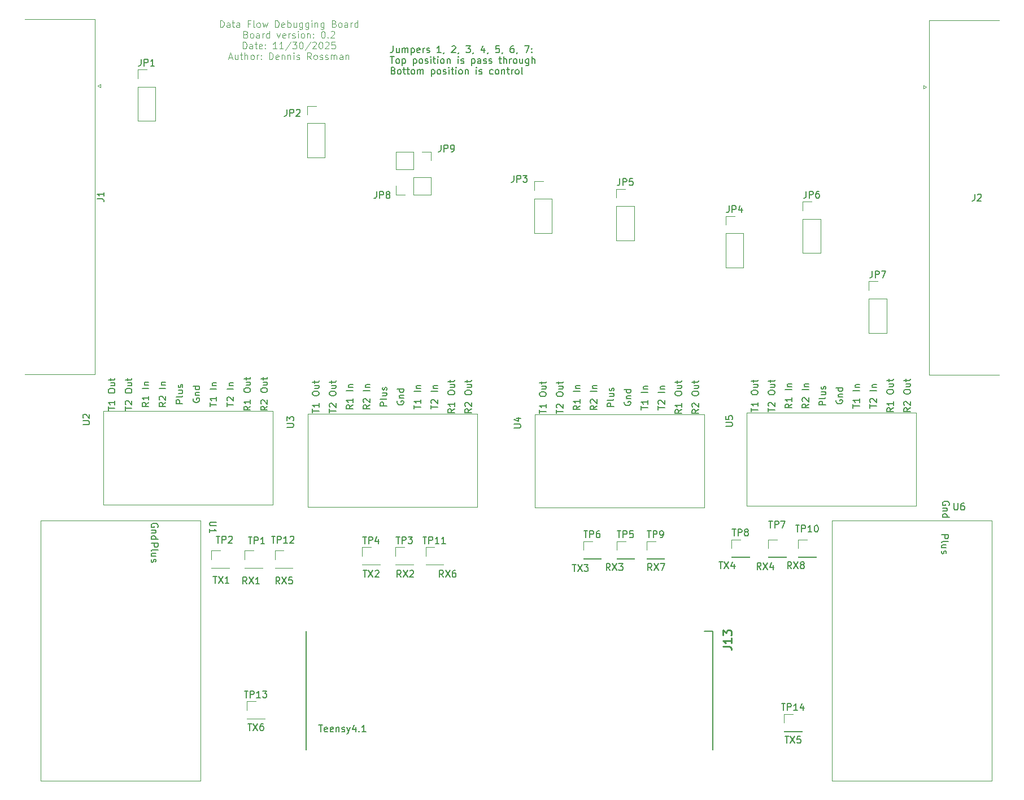
<source format=gbr>
%TF.GenerationSoftware,KiCad,Pcbnew,8.0.6*%
%TF.CreationDate,2024-11-30T14:44:09-08:00*%
%TF.ProjectId,DFboard,4446626f-6172-4642-9e6b-696361645f70,Rev0.1*%
%TF.SameCoordinates,Original*%
%TF.FileFunction,Legend,Top*%
%TF.FilePolarity,Positive*%
%FSLAX46Y46*%
G04 Gerber Fmt 4.6, Leading zero omitted, Abs format (unit mm)*
G04 Created by KiCad (PCBNEW 8.0.6) date 2024-11-30 14:44:09*
%MOMM*%
%LPD*%
G01*
G04 APERTURE LIST*
%ADD10C,0.150000*%
%ADD11C,0.125000*%
%ADD12C,0.254000*%
%ADD13C,0.120000*%
%ADD14C,0.200000*%
G04 APERTURE END LIST*
D10*
X115335207Y-98040819D02*
X115001874Y-97564628D01*
X114763779Y-98040819D02*
X114763779Y-97040819D01*
X114763779Y-97040819D02*
X115144731Y-97040819D01*
X115144731Y-97040819D02*
X115239969Y-97088438D01*
X115239969Y-97088438D02*
X115287588Y-97136057D01*
X115287588Y-97136057D02*
X115335207Y-97231295D01*
X115335207Y-97231295D02*
X115335207Y-97374152D01*
X115335207Y-97374152D02*
X115287588Y-97469390D01*
X115287588Y-97469390D02*
X115239969Y-97517009D01*
X115239969Y-97517009D02*
X115144731Y-97564628D01*
X115144731Y-97564628D02*
X114763779Y-97564628D01*
X115668541Y-97040819D02*
X116335207Y-98040819D01*
X116335207Y-97040819D02*
X115668541Y-98040819D01*
X116620922Y-97040819D02*
X117287588Y-97040819D01*
X117287588Y-97040819D02*
X116859017Y-98040819D01*
X109112207Y-98040819D02*
X108778874Y-97564628D01*
X108540779Y-98040819D02*
X108540779Y-97040819D01*
X108540779Y-97040819D02*
X108921731Y-97040819D01*
X108921731Y-97040819D02*
X109016969Y-97088438D01*
X109016969Y-97088438D02*
X109064588Y-97136057D01*
X109064588Y-97136057D02*
X109112207Y-97231295D01*
X109112207Y-97231295D02*
X109112207Y-97374152D01*
X109112207Y-97374152D02*
X109064588Y-97469390D01*
X109064588Y-97469390D02*
X109016969Y-97517009D01*
X109016969Y-97517009D02*
X108921731Y-97564628D01*
X108921731Y-97564628D02*
X108540779Y-97564628D01*
X109445541Y-97040819D02*
X110112207Y-98040819D01*
X110112207Y-97040819D02*
X109445541Y-98040819D01*
X110397922Y-97040819D02*
X111016969Y-97040819D01*
X111016969Y-97040819D02*
X110683636Y-97421771D01*
X110683636Y-97421771D02*
X110826493Y-97421771D01*
X110826493Y-97421771D02*
X110921731Y-97469390D01*
X110921731Y-97469390D02*
X110969350Y-97517009D01*
X110969350Y-97517009D02*
X111016969Y-97612247D01*
X111016969Y-97612247D02*
X111016969Y-97850342D01*
X111016969Y-97850342D02*
X110969350Y-97945580D01*
X110969350Y-97945580D02*
X110921731Y-97993200D01*
X110921731Y-97993200D02*
X110826493Y-98040819D01*
X110826493Y-98040819D02*
X110540779Y-98040819D01*
X110540779Y-98040819D02*
X110445541Y-97993200D01*
X110445541Y-97993200D02*
X110397922Y-97945580D01*
X54803922Y-121043819D02*
X55375350Y-121043819D01*
X55089636Y-122043819D02*
X55089636Y-121043819D01*
X55613446Y-121043819D02*
X56280112Y-122043819D01*
X56280112Y-121043819D02*
X55613446Y-122043819D01*
X57089636Y-121043819D02*
X56899160Y-121043819D01*
X56899160Y-121043819D02*
X56803922Y-121091438D01*
X56803922Y-121091438D02*
X56756303Y-121139057D01*
X56756303Y-121139057D02*
X56661065Y-121281914D01*
X56661065Y-121281914D02*
X56613446Y-121472390D01*
X56613446Y-121472390D02*
X56613446Y-121853342D01*
X56613446Y-121853342D02*
X56661065Y-121948580D01*
X56661065Y-121948580D02*
X56708684Y-121996200D01*
X56708684Y-121996200D02*
X56803922Y-122043819D01*
X56803922Y-122043819D02*
X56994398Y-122043819D01*
X56994398Y-122043819D02*
X57089636Y-121996200D01*
X57089636Y-121996200D02*
X57137255Y-121948580D01*
X57137255Y-121948580D02*
X57184874Y-121853342D01*
X57184874Y-121853342D02*
X57184874Y-121615247D01*
X57184874Y-121615247D02*
X57137255Y-121520009D01*
X57137255Y-121520009D02*
X57089636Y-121472390D01*
X57089636Y-121472390D02*
X56994398Y-121424771D01*
X56994398Y-121424771D02*
X56803922Y-121424771D01*
X56803922Y-121424771D02*
X56708684Y-121472390D01*
X56708684Y-121472390D02*
X56661065Y-121520009D01*
X56661065Y-121520009D02*
X56613446Y-121615247D01*
X136290207Y-97786819D02*
X135956874Y-97310628D01*
X135718779Y-97786819D02*
X135718779Y-96786819D01*
X135718779Y-96786819D02*
X136099731Y-96786819D01*
X136099731Y-96786819D02*
X136194969Y-96834438D01*
X136194969Y-96834438D02*
X136242588Y-96882057D01*
X136242588Y-96882057D02*
X136290207Y-96977295D01*
X136290207Y-96977295D02*
X136290207Y-97120152D01*
X136290207Y-97120152D02*
X136242588Y-97215390D01*
X136242588Y-97215390D02*
X136194969Y-97263009D01*
X136194969Y-97263009D02*
X136099731Y-97310628D01*
X136099731Y-97310628D02*
X135718779Y-97310628D01*
X136623541Y-96786819D02*
X137290207Y-97786819D01*
X137290207Y-96786819D02*
X136623541Y-97786819D01*
X137814017Y-97215390D02*
X137718779Y-97167771D01*
X137718779Y-97167771D02*
X137671160Y-97120152D01*
X137671160Y-97120152D02*
X137623541Y-97024914D01*
X137623541Y-97024914D02*
X137623541Y-96977295D01*
X137623541Y-96977295D02*
X137671160Y-96882057D01*
X137671160Y-96882057D02*
X137718779Y-96834438D01*
X137718779Y-96834438D02*
X137814017Y-96786819D01*
X137814017Y-96786819D02*
X138004493Y-96786819D01*
X138004493Y-96786819D02*
X138099731Y-96834438D01*
X138099731Y-96834438D02*
X138147350Y-96882057D01*
X138147350Y-96882057D02*
X138194969Y-96977295D01*
X138194969Y-96977295D02*
X138194969Y-97024914D01*
X138194969Y-97024914D02*
X138147350Y-97120152D01*
X138147350Y-97120152D02*
X138099731Y-97167771D01*
X138099731Y-97167771D02*
X138004493Y-97215390D01*
X138004493Y-97215390D02*
X137814017Y-97215390D01*
X137814017Y-97215390D02*
X137718779Y-97263009D01*
X137718779Y-97263009D02*
X137671160Y-97310628D01*
X137671160Y-97310628D02*
X137623541Y-97405866D01*
X137623541Y-97405866D02*
X137623541Y-97596342D01*
X137623541Y-97596342D02*
X137671160Y-97691580D01*
X137671160Y-97691580D02*
X137718779Y-97739200D01*
X137718779Y-97739200D02*
X137814017Y-97786819D01*
X137814017Y-97786819D02*
X138004493Y-97786819D01*
X138004493Y-97786819D02*
X138099731Y-97739200D01*
X138099731Y-97739200D02*
X138147350Y-97691580D01*
X138147350Y-97691580D02*
X138194969Y-97596342D01*
X138194969Y-97596342D02*
X138194969Y-97405866D01*
X138194969Y-97405866D02*
X138147350Y-97310628D01*
X138147350Y-97310628D02*
X138099731Y-97263009D01*
X138099731Y-97263009D02*
X138004493Y-97215390D01*
X49596922Y-98945819D02*
X50168350Y-98945819D01*
X49882636Y-99945819D02*
X49882636Y-98945819D01*
X50406446Y-98945819D02*
X51073112Y-99945819D01*
X51073112Y-98945819D02*
X50406446Y-99945819D01*
X51977874Y-99945819D02*
X51406446Y-99945819D01*
X51692160Y-99945819D02*
X51692160Y-98945819D01*
X51692160Y-98945819D02*
X51596922Y-99088676D01*
X51596922Y-99088676D02*
X51501684Y-99183914D01*
X51501684Y-99183914D02*
X51406446Y-99231533D01*
X65428571Y-121247819D02*
X65999999Y-121247819D01*
X65714285Y-122247819D02*
X65714285Y-121247819D01*
X66714285Y-122200200D02*
X66619047Y-122247819D01*
X66619047Y-122247819D02*
X66428571Y-122247819D01*
X66428571Y-122247819D02*
X66333333Y-122200200D01*
X66333333Y-122200200D02*
X66285714Y-122104961D01*
X66285714Y-122104961D02*
X66285714Y-121724009D01*
X66285714Y-121724009D02*
X66333333Y-121628771D01*
X66333333Y-121628771D02*
X66428571Y-121581152D01*
X66428571Y-121581152D02*
X66619047Y-121581152D01*
X66619047Y-121581152D02*
X66714285Y-121628771D01*
X66714285Y-121628771D02*
X66761904Y-121724009D01*
X66761904Y-121724009D02*
X66761904Y-121819247D01*
X66761904Y-121819247D02*
X66285714Y-121914485D01*
X67571428Y-122200200D02*
X67476190Y-122247819D01*
X67476190Y-122247819D02*
X67285714Y-122247819D01*
X67285714Y-122247819D02*
X67190476Y-122200200D01*
X67190476Y-122200200D02*
X67142857Y-122104961D01*
X67142857Y-122104961D02*
X67142857Y-121724009D01*
X67142857Y-121724009D02*
X67190476Y-121628771D01*
X67190476Y-121628771D02*
X67285714Y-121581152D01*
X67285714Y-121581152D02*
X67476190Y-121581152D01*
X67476190Y-121581152D02*
X67571428Y-121628771D01*
X67571428Y-121628771D02*
X67619047Y-121724009D01*
X67619047Y-121724009D02*
X67619047Y-121819247D01*
X67619047Y-121819247D02*
X67142857Y-121914485D01*
X68047619Y-121581152D02*
X68047619Y-122247819D01*
X68047619Y-121676390D02*
X68095238Y-121628771D01*
X68095238Y-121628771D02*
X68190476Y-121581152D01*
X68190476Y-121581152D02*
X68333333Y-121581152D01*
X68333333Y-121581152D02*
X68428571Y-121628771D01*
X68428571Y-121628771D02*
X68476190Y-121724009D01*
X68476190Y-121724009D02*
X68476190Y-122247819D01*
X68904762Y-122200200D02*
X69000000Y-122247819D01*
X69000000Y-122247819D02*
X69190476Y-122247819D01*
X69190476Y-122247819D02*
X69285714Y-122200200D01*
X69285714Y-122200200D02*
X69333333Y-122104961D01*
X69333333Y-122104961D02*
X69333333Y-122057342D01*
X69333333Y-122057342D02*
X69285714Y-121962104D01*
X69285714Y-121962104D02*
X69190476Y-121914485D01*
X69190476Y-121914485D02*
X69047619Y-121914485D01*
X69047619Y-121914485D02*
X68952381Y-121866866D01*
X68952381Y-121866866D02*
X68904762Y-121771628D01*
X68904762Y-121771628D02*
X68904762Y-121724009D01*
X68904762Y-121724009D02*
X68952381Y-121628771D01*
X68952381Y-121628771D02*
X69047619Y-121581152D01*
X69047619Y-121581152D02*
X69190476Y-121581152D01*
X69190476Y-121581152D02*
X69285714Y-121628771D01*
X69666667Y-121581152D02*
X69904762Y-122247819D01*
X70142857Y-121581152D02*
X69904762Y-122247819D01*
X69904762Y-122247819D02*
X69809524Y-122485914D01*
X69809524Y-122485914D02*
X69761905Y-122533533D01*
X69761905Y-122533533D02*
X69666667Y-122581152D01*
X70952381Y-121581152D02*
X70952381Y-122247819D01*
X70714286Y-121200200D02*
X70476191Y-121914485D01*
X70476191Y-121914485D02*
X71095238Y-121914485D01*
X71476191Y-122152580D02*
X71523810Y-122200200D01*
X71523810Y-122200200D02*
X71476191Y-122247819D01*
X71476191Y-122247819D02*
X71428572Y-122200200D01*
X71428572Y-122200200D02*
X71476191Y-122152580D01*
X71476191Y-122152580D02*
X71476191Y-122247819D01*
X72476190Y-122247819D02*
X71904762Y-122247819D01*
X72190476Y-122247819D02*
X72190476Y-121247819D01*
X72190476Y-121247819D02*
X72095238Y-121390676D01*
X72095238Y-121390676D02*
X72000000Y-121485914D01*
X72000000Y-121485914D02*
X71904762Y-121533533D01*
X103444922Y-97167819D02*
X104016350Y-97167819D01*
X103730636Y-98167819D02*
X103730636Y-97167819D01*
X104254446Y-97167819D02*
X104921112Y-98167819D01*
X104921112Y-97167819D02*
X104254446Y-98167819D01*
X105206827Y-97167819D02*
X105825874Y-97167819D01*
X105825874Y-97167819D02*
X105492541Y-97548771D01*
X105492541Y-97548771D02*
X105635398Y-97548771D01*
X105635398Y-97548771D02*
X105730636Y-97596390D01*
X105730636Y-97596390D02*
X105778255Y-97644009D01*
X105778255Y-97644009D02*
X105825874Y-97739247D01*
X105825874Y-97739247D02*
X105825874Y-97977342D01*
X105825874Y-97977342D02*
X105778255Y-98072580D01*
X105778255Y-98072580D02*
X105730636Y-98120200D01*
X105730636Y-98120200D02*
X105635398Y-98167819D01*
X105635398Y-98167819D02*
X105349684Y-98167819D01*
X105349684Y-98167819D02*
X105254446Y-98120200D01*
X105254446Y-98120200D02*
X105206827Y-98072580D01*
D11*
X50650475Y-16583203D02*
X50650475Y-15583203D01*
X50650475Y-15583203D02*
X50888570Y-15583203D01*
X50888570Y-15583203D02*
X51031427Y-15630822D01*
X51031427Y-15630822D02*
X51126665Y-15726060D01*
X51126665Y-15726060D02*
X51174284Y-15821298D01*
X51174284Y-15821298D02*
X51221903Y-16011774D01*
X51221903Y-16011774D02*
X51221903Y-16154631D01*
X51221903Y-16154631D02*
X51174284Y-16345107D01*
X51174284Y-16345107D02*
X51126665Y-16440345D01*
X51126665Y-16440345D02*
X51031427Y-16535584D01*
X51031427Y-16535584D02*
X50888570Y-16583203D01*
X50888570Y-16583203D02*
X50650475Y-16583203D01*
X52079046Y-16583203D02*
X52079046Y-16059393D01*
X52079046Y-16059393D02*
X52031427Y-15964155D01*
X52031427Y-15964155D02*
X51936189Y-15916536D01*
X51936189Y-15916536D02*
X51745713Y-15916536D01*
X51745713Y-15916536D02*
X51650475Y-15964155D01*
X52079046Y-16535584D02*
X51983808Y-16583203D01*
X51983808Y-16583203D02*
X51745713Y-16583203D01*
X51745713Y-16583203D02*
X51650475Y-16535584D01*
X51650475Y-16535584D02*
X51602856Y-16440345D01*
X51602856Y-16440345D02*
X51602856Y-16345107D01*
X51602856Y-16345107D02*
X51650475Y-16249869D01*
X51650475Y-16249869D02*
X51745713Y-16202250D01*
X51745713Y-16202250D02*
X51983808Y-16202250D01*
X51983808Y-16202250D02*
X52079046Y-16154631D01*
X52412380Y-15916536D02*
X52793332Y-15916536D01*
X52555237Y-15583203D02*
X52555237Y-16440345D01*
X52555237Y-16440345D02*
X52602856Y-16535584D01*
X52602856Y-16535584D02*
X52698094Y-16583203D01*
X52698094Y-16583203D02*
X52793332Y-16583203D01*
X53555237Y-16583203D02*
X53555237Y-16059393D01*
X53555237Y-16059393D02*
X53507618Y-15964155D01*
X53507618Y-15964155D02*
X53412380Y-15916536D01*
X53412380Y-15916536D02*
X53221904Y-15916536D01*
X53221904Y-15916536D02*
X53126666Y-15964155D01*
X53555237Y-16535584D02*
X53459999Y-16583203D01*
X53459999Y-16583203D02*
X53221904Y-16583203D01*
X53221904Y-16583203D02*
X53126666Y-16535584D01*
X53126666Y-16535584D02*
X53079047Y-16440345D01*
X53079047Y-16440345D02*
X53079047Y-16345107D01*
X53079047Y-16345107D02*
X53126666Y-16249869D01*
X53126666Y-16249869D02*
X53221904Y-16202250D01*
X53221904Y-16202250D02*
X53459999Y-16202250D01*
X53459999Y-16202250D02*
X53555237Y-16154631D01*
X55126666Y-16059393D02*
X54793333Y-16059393D01*
X54793333Y-16583203D02*
X54793333Y-15583203D01*
X54793333Y-15583203D02*
X55269523Y-15583203D01*
X55793333Y-16583203D02*
X55698095Y-16535584D01*
X55698095Y-16535584D02*
X55650476Y-16440345D01*
X55650476Y-16440345D02*
X55650476Y-15583203D01*
X56317143Y-16583203D02*
X56221905Y-16535584D01*
X56221905Y-16535584D02*
X56174286Y-16487964D01*
X56174286Y-16487964D02*
X56126667Y-16392726D01*
X56126667Y-16392726D02*
X56126667Y-16107012D01*
X56126667Y-16107012D02*
X56174286Y-16011774D01*
X56174286Y-16011774D02*
X56221905Y-15964155D01*
X56221905Y-15964155D02*
X56317143Y-15916536D01*
X56317143Y-15916536D02*
X56460000Y-15916536D01*
X56460000Y-15916536D02*
X56555238Y-15964155D01*
X56555238Y-15964155D02*
X56602857Y-16011774D01*
X56602857Y-16011774D02*
X56650476Y-16107012D01*
X56650476Y-16107012D02*
X56650476Y-16392726D01*
X56650476Y-16392726D02*
X56602857Y-16487964D01*
X56602857Y-16487964D02*
X56555238Y-16535584D01*
X56555238Y-16535584D02*
X56460000Y-16583203D01*
X56460000Y-16583203D02*
X56317143Y-16583203D01*
X56983810Y-15916536D02*
X57174286Y-16583203D01*
X57174286Y-16583203D02*
X57364762Y-16107012D01*
X57364762Y-16107012D02*
X57555238Y-16583203D01*
X57555238Y-16583203D02*
X57745714Y-15916536D01*
X58888572Y-16583203D02*
X58888572Y-15583203D01*
X58888572Y-15583203D02*
X59126667Y-15583203D01*
X59126667Y-15583203D02*
X59269524Y-15630822D01*
X59269524Y-15630822D02*
X59364762Y-15726060D01*
X59364762Y-15726060D02*
X59412381Y-15821298D01*
X59412381Y-15821298D02*
X59460000Y-16011774D01*
X59460000Y-16011774D02*
X59460000Y-16154631D01*
X59460000Y-16154631D02*
X59412381Y-16345107D01*
X59412381Y-16345107D02*
X59364762Y-16440345D01*
X59364762Y-16440345D02*
X59269524Y-16535584D01*
X59269524Y-16535584D02*
X59126667Y-16583203D01*
X59126667Y-16583203D02*
X58888572Y-16583203D01*
X60269524Y-16535584D02*
X60174286Y-16583203D01*
X60174286Y-16583203D02*
X59983810Y-16583203D01*
X59983810Y-16583203D02*
X59888572Y-16535584D01*
X59888572Y-16535584D02*
X59840953Y-16440345D01*
X59840953Y-16440345D02*
X59840953Y-16059393D01*
X59840953Y-16059393D02*
X59888572Y-15964155D01*
X59888572Y-15964155D02*
X59983810Y-15916536D01*
X59983810Y-15916536D02*
X60174286Y-15916536D01*
X60174286Y-15916536D02*
X60269524Y-15964155D01*
X60269524Y-15964155D02*
X60317143Y-16059393D01*
X60317143Y-16059393D02*
X60317143Y-16154631D01*
X60317143Y-16154631D02*
X59840953Y-16249869D01*
X60745715Y-16583203D02*
X60745715Y-15583203D01*
X60745715Y-15964155D02*
X60840953Y-15916536D01*
X60840953Y-15916536D02*
X61031429Y-15916536D01*
X61031429Y-15916536D02*
X61126667Y-15964155D01*
X61126667Y-15964155D02*
X61174286Y-16011774D01*
X61174286Y-16011774D02*
X61221905Y-16107012D01*
X61221905Y-16107012D02*
X61221905Y-16392726D01*
X61221905Y-16392726D02*
X61174286Y-16487964D01*
X61174286Y-16487964D02*
X61126667Y-16535584D01*
X61126667Y-16535584D02*
X61031429Y-16583203D01*
X61031429Y-16583203D02*
X60840953Y-16583203D01*
X60840953Y-16583203D02*
X60745715Y-16535584D01*
X62079048Y-15916536D02*
X62079048Y-16583203D01*
X61650477Y-15916536D02*
X61650477Y-16440345D01*
X61650477Y-16440345D02*
X61698096Y-16535584D01*
X61698096Y-16535584D02*
X61793334Y-16583203D01*
X61793334Y-16583203D02*
X61936191Y-16583203D01*
X61936191Y-16583203D02*
X62031429Y-16535584D01*
X62031429Y-16535584D02*
X62079048Y-16487964D01*
X62983810Y-15916536D02*
X62983810Y-16726060D01*
X62983810Y-16726060D02*
X62936191Y-16821298D01*
X62936191Y-16821298D02*
X62888572Y-16868917D01*
X62888572Y-16868917D02*
X62793334Y-16916536D01*
X62793334Y-16916536D02*
X62650477Y-16916536D01*
X62650477Y-16916536D02*
X62555239Y-16868917D01*
X62983810Y-16535584D02*
X62888572Y-16583203D01*
X62888572Y-16583203D02*
X62698096Y-16583203D01*
X62698096Y-16583203D02*
X62602858Y-16535584D01*
X62602858Y-16535584D02*
X62555239Y-16487964D01*
X62555239Y-16487964D02*
X62507620Y-16392726D01*
X62507620Y-16392726D02*
X62507620Y-16107012D01*
X62507620Y-16107012D02*
X62555239Y-16011774D01*
X62555239Y-16011774D02*
X62602858Y-15964155D01*
X62602858Y-15964155D02*
X62698096Y-15916536D01*
X62698096Y-15916536D02*
X62888572Y-15916536D01*
X62888572Y-15916536D02*
X62983810Y-15964155D01*
X63888572Y-15916536D02*
X63888572Y-16726060D01*
X63888572Y-16726060D02*
X63840953Y-16821298D01*
X63840953Y-16821298D02*
X63793334Y-16868917D01*
X63793334Y-16868917D02*
X63698096Y-16916536D01*
X63698096Y-16916536D02*
X63555239Y-16916536D01*
X63555239Y-16916536D02*
X63460001Y-16868917D01*
X63888572Y-16535584D02*
X63793334Y-16583203D01*
X63793334Y-16583203D02*
X63602858Y-16583203D01*
X63602858Y-16583203D02*
X63507620Y-16535584D01*
X63507620Y-16535584D02*
X63460001Y-16487964D01*
X63460001Y-16487964D02*
X63412382Y-16392726D01*
X63412382Y-16392726D02*
X63412382Y-16107012D01*
X63412382Y-16107012D02*
X63460001Y-16011774D01*
X63460001Y-16011774D02*
X63507620Y-15964155D01*
X63507620Y-15964155D02*
X63602858Y-15916536D01*
X63602858Y-15916536D02*
X63793334Y-15916536D01*
X63793334Y-15916536D02*
X63888572Y-15964155D01*
X64364763Y-16583203D02*
X64364763Y-15916536D01*
X64364763Y-15583203D02*
X64317144Y-15630822D01*
X64317144Y-15630822D02*
X64364763Y-15678441D01*
X64364763Y-15678441D02*
X64412382Y-15630822D01*
X64412382Y-15630822D02*
X64364763Y-15583203D01*
X64364763Y-15583203D02*
X64364763Y-15678441D01*
X64840953Y-15916536D02*
X64840953Y-16583203D01*
X64840953Y-16011774D02*
X64888572Y-15964155D01*
X64888572Y-15964155D02*
X64983810Y-15916536D01*
X64983810Y-15916536D02*
X65126667Y-15916536D01*
X65126667Y-15916536D02*
X65221905Y-15964155D01*
X65221905Y-15964155D02*
X65269524Y-16059393D01*
X65269524Y-16059393D02*
X65269524Y-16583203D01*
X66174286Y-15916536D02*
X66174286Y-16726060D01*
X66174286Y-16726060D02*
X66126667Y-16821298D01*
X66126667Y-16821298D02*
X66079048Y-16868917D01*
X66079048Y-16868917D02*
X65983810Y-16916536D01*
X65983810Y-16916536D02*
X65840953Y-16916536D01*
X65840953Y-16916536D02*
X65745715Y-16868917D01*
X66174286Y-16535584D02*
X66079048Y-16583203D01*
X66079048Y-16583203D02*
X65888572Y-16583203D01*
X65888572Y-16583203D02*
X65793334Y-16535584D01*
X65793334Y-16535584D02*
X65745715Y-16487964D01*
X65745715Y-16487964D02*
X65698096Y-16392726D01*
X65698096Y-16392726D02*
X65698096Y-16107012D01*
X65698096Y-16107012D02*
X65745715Y-16011774D01*
X65745715Y-16011774D02*
X65793334Y-15964155D01*
X65793334Y-15964155D02*
X65888572Y-15916536D01*
X65888572Y-15916536D02*
X66079048Y-15916536D01*
X66079048Y-15916536D02*
X66174286Y-15964155D01*
X67745715Y-16059393D02*
X67888572Y-16107012D01*
X67888572Y-16107012D02*
X67936191Y-16154631D01*
X67936191Y-16154631D02*
X67983810Y-16249869D01*
X67983810Y-16249869D02*
X67983810Y-16392726D01*
X67983810Y-16392726D02*
X67936191Y-16487964D01*
X67936191Y-16487964D02*
X67888572Y-16535584D01*
X67888572Y-16535584D02*
X67793334Y-16583203D01*
X67793334Y-16583203D02*
X67412382Y-16583203D01*
X67412382Y-16583203D02*
X67412382Y-15583203D01*
X67412382Y-15583203D02*
X67745715Y-15583203D01*
X67745715Y-15583203D02*
X67840953Y-15630822D01*
X67840953Y-15630822D02*
X67888572Y-15678441D01*
X67888572Y-15678441D02*
X67936191Y-15773679D01*
X67936191Y-15773679D02*
X67936191Y-15868917D01*
X67936191Y-15868917D02*
X67888572Y-15964155D01*
X67888572Y-15964155D02*
X67840953Y-16011774D01*
X67840953Y-16011774D02*
X67745715Y-16059393D01*
X67745715Y-16059393D02*
X67412382Y-16059393D01*
X68555239Y-16583203D02*
X68460001Y-16535584D01*
X68460001Y-16535584D02*
X68412382Y-16487964D01*
X68412382Y-16487964D02*
X68364763Y-16392726D01*
X68364763Y-16392726D02*
X68364763Y-16107012D01*
X68364763Y-16107012D02*
X68412382Y-16011774D01*
X68412382Y-16011774D02*
X68460001Y-15964155D01*
X68460001Y-15964155D02*
X68555239Y-15916536D01*
X68555239Y-15916536D02*
X68698096Y-15916536D01*
X68698096Y-15916536D02*
X68793334Y-15964155D01*
X68793334Y-15964155D02*
X68840953Y-16011774D01*
X68840953Y-16011774D02*
X68888572Y-16107012D01*
X68888572Y-16107012D02*
X68888572Y-16392726D01*
X68888572Y-16392726D02*
X68840953Y-16487964D01*
X68840953Y-16487964D02*
X68793334Y-16535584D01*
X68793334Y-16535584D02*
X68698096Y-16583203D01*
X68698096Y-16583203D02*
X68555239Y-16583203D01*
X69745715Y-16583203D02*
X69745715Y-16059393D01*
X69745715Y-16059393D02*
X69698096Y-15964155D01*
X69698096Y-15964155D02*
X69602858Y-15916536D01*
X69602858Y-15916536D02*
X69412382Y-15916536D01*
X69412382Y-15916536D02*
X69317144Y-15964155D01*
X69745715Y-16535584D02*
X69650477Y-16583203D01*
X69650477Y-16583203D02*
X69412382Y-16583203D01*
X69412382Y-16583203D02*
X69317144Y-16535584D01*
X69317144Y-16535584D02*
X69269525Y-16440345D01*
X69269525Y-16440345D02*
X69269525Y-16345107D01*
X69269525Y-16345107D02*
X69317144Y-16249869D01*
X69317144Y-16249869D02*
X69412382Y-16202250D01*
X69412382Y-16202250D02*
X69650477Y-16202250D01*
X69650477Y-16202250D02*
X69745715Y-16154631D01*
X70221906Y-16583203D02*
X70221906Y-15916536D01*
X70221906Y-16107012D02*
X70269525Y-16011774D01*
X70269525Y-16011774D02*
X70317144Y-15964155D01*
X70317144Y-15964155D02*
X70412382Y-15916536D01*
X70412382Y-15916536D02*
X70507620Y-15916536D01*
X71269525Y-16583203D02*
X71269525Y-15583203D01*
X71269525Y-16535584D02*
X71174287Y-16583203D01*
X71174287Y-16583203D02*
X70983811Y-16583203D01*
X70983811Y-16583203D02*
X70888573Y-16535584D01*
X70888573Y-16535584D02*
X70840954Y-16487964D01*
X70840954Y-16487964D02*
X70793335Y-16392726D01*
X70793335Y-16392726D02*
X70793335Y-16107012D01*
X70793335Y-16107012D02*
X70840954Y-16011774D01*
X70840954Y-16011774D02*
X70888573Y-15964155D01*
X70888573Y-15964155D02*
X70983811Y-15916536D01*
X70983811Y-15916536D02*
X71174287Y-15916536D01*
X71174287Y-15916536D02*
X71269525Y-15964155D01*
X54507618Y-17669337D02*
X54650475Y-17716956D01*
X54650475Y-17716956D02*
X54698094Y-17764575D01*
X54698094Y-17764575D02*
X54745713Y-17859813D01*
X54745713Y-17859813D02*
X54745713Y-18002670D01*
X54745713Y-18002670D02*
X54698094Y-18097908D01*
X54698094Y-18097908D02*
X54650475Y-18145528D01*
X54650475Y-18145528D02*
X54555237Y-18193147D01*
X54555237Y-18193147D02*
X54174285Y-18193147D01*
X54174285Y-18193147D02*
X54174285Y-17193147D01*
X54174285Y-17193147D02*
X54507618Y-17193147D01*
X54507618Y-17193147D02*
X54602856Y-17240766D01*
X54602856Y-17240766D02*
X54650475Y-17288385D01*
X54650475Y-17288385D02*
X54698094Y-17383623D01*
X54698094Y-17383623D02*
X54698094Y-17478861D01*
X54698094Y-17478861D02*
X54650475Y-17574099D01*
X54650475Y-17574099D02*
X54602856Y-17621718D01*
X54602856Y-17621718D02*
X54507618Y-17669337D01*
X54507618Y-17669337D02*
X54174285Y-17669337D01*
X55317142Y-18193147D02*
X55221904Y-18145528D01*
X55221904Y-18145528D02*
X55174285Y-18097908D01*
X55174285Y-18097908D02*
X55126666Y-18002670D01*
X55126666Y-18002670D02*
X55126666Y-17716956D01*
X55126666Y-17716956D02*
X55174285Y-17621718D01*
X55174285Y-17621718D02*
X55221904Y-17574099D01*
X55221904Y-17574099D02*
X55317142Y-17526480D01*
X55317142Y-17526480D02*
X55459999Y-17526480D01*
X55459999Y-17526480D02*
X55555237Y-17574099D01*
X55555237Y-17574099D02*
X55602856Y-17621718D01*
X55602856Y-17621718D02*
X55650475Y-17716956D01*
X55650475Y-17716956D02*
X55650475Y-18002670D01*
X55650475Y-18002670D02*
X55602856Y-18097908D01*
X55602856Y-18097908D02*
X55555237Y-18145528D01*
X55555237Y-18145528D02*
X55459999Y-18193147D01*
X55459999Y-18193147D02*
X55317142Y-18193147D01*
X56507618Y-18193147D02*
X56507618Y-17669337D01*
X56507618Y-17669337D02*
X56459999Y-17574099D01*
X56459999Y-17574099D02*
X56364761Y-17526480D01*
X56364761Y-17526480D02*
X56174285Y-17526480D01*
X56174285Y-17526480D02*
X56079047Y-17574099D01*
X56507618Y-18145528D02*
X56412380Y-18193147D01*
X56412380Y-18193147D02*
X56174285Y-18193147D01*
X56174285Y-18193147D02*
X56079047Y-18145528D01*
X56079047Y-18145528D02*
X56031428Y-18050289D01*
X56031428Y-18050289D02*
X56031428Y-17955051D01*
X56031428Y-17955051D02*
X56079047Y-17859813D01*
X56079047Y-17859813D02*
X56174285Y-17812194D01*
X56174285Y-17812194D02*
X56412380Y-17812194D01*
X56412380Y-17812194D02*
X56507618Y-17764575D01*
X56983809Y-18193147D02*
X56983809Y-17526480D01*
X56983809Y-17716956D02*
X57031428Y-17621718D01*
X57031428Y-17621718D02*
X57079047Y-17574099D01*
X57079047Y-17574099D02*
X57174285Y-17526480D01*
X57174285Y-17526480D02*
X57269523Y-17526480D01*
X58031428Y-18193147D02*
X58031428Y-17193147D01*
X58031428Y-18145528D02*
X57936190Y-18193147D01*
X57936190Y-18193147D02*
X57745714Y-18193147D01*
X57745714Y-18193147D02*
X57650476Y-18145528D01*
X57650476Y-18145528D02*
X57602857Y-18097908D01*
X57602857Y-18097908D02*
X57555238Y-18002670D01*
X57555238Y-18002670D02*
X57555238Y-17716956D01*
X57555238Y-17716956D02*
X57602857Y-17621718D01*
X57602857Y-17621718D02*
X57650476Y-17574099D01*
X57650476Y-17574099D02*
X57745714Y-17526480D01*
X57745714Y-17526480D02*
X57936190Y-17526480D01*
X57936190Y-17526480D02*
X58031428Y-17574099D01*
X59174286Y-17526480D02*
X59412381Y-18193147D01*
X59412381Y-18193147D02*
X59650476Y-17526480D01*
X60412381Y-18145528D02*
X60317143Y-18193147D01*
X60317143Y-18193147D02*
X60126667Y-18193147D01*
X60126667Y-18193147D02*
X60031429Y-18145528D01*
X60031429Y-18145528D02*
X59983810Y-18050289D01*
X59983810Y-18050289D02*
X59983810Y-17669337D01*
X59983810Y-17669337D02*
X60031429Y-17574099D01*
X60031429Y-17574099D02*
X60126667Y-17526480D01*
X60126667Y-17526480D02*
X60317143Y-17526480D01*
X60317143Y-17526480D02*
X60412381Y-17574099D01*
X60412381Y-17574099D02*
X60460000Y-17669337D01*
X60460000Y-17669337D02*
X60460000Y-17764575D01*
X60460000Y-17764575D02*
X59983810Y-17859813D01*
X60888572Y-18193147D02*
X60888572Y-17526480D01*
X60888572Y-17716956D02*
X60936191Y-17621718D01*
X60936191Y-17621718D02*
X60983810Y-17574099D01*
X60983810Y-17574099D02*
X61079048Y-17526480D01*
X61079048Y-17526480D02*
X61174286Y-17526480D01*
X61460001Y-18145528D02*
X61555239Y-18193147D01*
X61555239Y-18193147D02*
X61745715Y-18193147D01*
X61745715Y-18193147D02*
X61840953Y-18145528D01*
X61840953Y-18145528D02*
X61888572Y-18050289D01*
X61888572Y-18050289D02*
X61888572Y-18002670D01*
X61888572Y-18002670D02*
X61840953Y-17907432D01*
X61840953Y-17907432D02*
X61745715Y-17859813D01*
X61745715Y-17859813D02*
X61602858Y-17859813D01*
X61602858Y-17859813D02*
X61507620Y-17812194D01*
X61507620Y-17812194D02*
X61460001Y-17716956D01*
X61460001Y-17716956D02*
X61460001Y-17669337D01*
X61460001Y-17669337D02*
X61507620Y-17574099D01*
X61507620Y-17574099D02*
X61602858Y-17526480D01*
X61602858Y-17526480D02*
X61745715Y-17526480D01*
X61745715Y-17526480D02*
X61840953Y-17574099D01*
X62317144Y-18193147D02*
X62317144Y-17526480D01*
X62317144Y-17193147D02*
X62269525Y-17240766D01*
X62269525Y-17240766D02*
X62317144Y-17288385D01*
X62317144Y-17288385D02*
X62364763Y-17240766D01*
X62364763Y-17240766D02*
X62317144Y-17193147D01*
X62317144Y-17193147D02*
X62317144Y-17288385D01*
X62936191Y-18193147D02*
X62840953Y-18145528D01*
X62840953Y-18145528D02*
X62793334Y-18097908D01*
X62793334Y-18097908D02*
X62745715Y-18002670D01*
X62745715Y-18002670D02*
X62745715Y-17716956D01*
X62745715Y-17716956D02*
X62793334Y-17621718D01*
X62793334Y-17621718D02*
X62840953Y-17574099D01*
X62840953Y-17574099D02*
X62936191Y-17526480D01*
X62936191Y-17526480D02*
X63079048Y-17526480D01*
X63079048Y-17526480D02*
X63174286Y-17574099D01*
X63174286Y-17574099D02*
X63221905Y-17621718D01*
X63221905Y-17621718D02*
X63269524Y-17716956D01*
X63269524Y-17716956D02*
X63269524Y-18002670D01*
X63269524Y-18002670D02*
X63221905Y-18097908D01*
X63221905Y-18097908D02*
X63174286Y-18145528D01*
X63174286Y-18145528D02*
X63079048Y-18193147D01*
X63079048Y-18193147D02*
X62936191Y-18193147D01*
X63698096Y-17526480D02*
X63698096Y-18193147D01*
X63698096Y-17621718D02*
X63745715Y-17574099D01*
X63745715Y-17574099D02*
X63840953Y-17526480D01*
X63840953Y-17526480D02*
X63983810Y-17526480D01*
X63983810Y-17526480D02*
X64079048Y-17574099D01*
X64079048Y-17574099D02*
X64126667Y-17669337D01*
X64126667Y-17669337D02*
X64126667Y-18193147D01*
X64602858Y-18097908D02*
X64650477Y-18145528D01*
X64650477Y-18145528D02*
X64602858Y-18193147D01*
X64602858Y-18193147D02*
X64555239Y-18145528D01*
X64555239Y-18145528D02*
X64602858Y-18097908D01*
X64602858Y-18097908D02*
X64602858Y-18193147D01*
X64602858Y-17574099D02*
X64650477Y-17621718D01*
X64650477Y-17621718D02*
X64602858Y-17669337D01*
X64602858Y-17669337D02*
X64555239Y-17621718D01*
X64555239Y-17621718D02*
X64602858Y-17574099D01*
X64602858Y-17574099D02*
X64602858Y-17669337D01*
X66031429Y-17193147D02*
X66126667Y-17193147D01*
X66126667Y-17193147D02*
X66221905Y-17240766D01*
X66221905Y-17240766D02*
X66269524Y-17288385D01*
X66269524Y-17288385D02*
X66317143Y-17383623D01*
X66317143Y-17383623D02*
X66364762Y-17574099D01*
X66364762Y-17574099D02*
X66364762Y-17812194D01*
X66364762Y-17812194D02*
X66317143Y-18002670D01*
X66317143Y-18002670D02*
X66269524Y-18097908D01*
X66269524Y-18097908D02*
X66221905Y-18145528D01*
X66221905Y-18145528D02*
X66126667Y-18193147D01*
X66126667Y-18193147D02*
X66031429Y-18193147D01*
X66031429Y-18193147D02*
X65936191Y-18145528D01*
X65936191Y-18145528D02*
X65888572Y-18097908D01*
X65888572Y-18097908D02*
X65840953Y-18002670D01*
X65840953Y-18002670D02*
X65793334Y-17812194D01*
X65793334Y-17812194D02*
X65793334Y-17574099D01*
X65793334Y-17574099D02*
X65840953Y-17383623D01*
X65840953Y-17383623D02*
X65888572Y-17288385D01*
X65888572Y-17288385D02*
X65936191Y-17240766D01*
X65936191Y-17240766D02*
X66031429Y-17193147D01*
X66793334Y-18097908D02*
X66840953Y-18145528D01*
X66840953Y-18145528D02*
X66793334Y-18193147D01*
X66793334Y-18193147D02*
X66745715Y-18145528D01*
X66745715Y-18145528D02*
X66793334Y-18097908D01*
X66793334Y-18097908D02*
X66793334Y-18193147D01*
X67221905Y-17288385D02*
X67269524Y-17240766D01*
X67269524Y-17240766D02*
X67364762Y-17193147D01*
X67364762Y-17193147D02*
X67602857Y-17193147D01*
X67602857Y-17193147D02*
X67698095Y-17240766D01*
X67698095Y-17240766D02*
X67745714Y-17288385D01*
X67745714Y-17288385D02*
X67793333Y-17383623D01*
X67793333Y-17383623D02*
X67793333Y-17478861D01*
X67793333Y-17478861D02*
X67745714Y-17621718D01*
X67745714Y-17621718D02*
X67174286Y-18193147D01*
X67174286Y-18193147D02*
X67793333Y-18193147D01*
X54055238Y-19803091D02*
X54055238Y-18803091D01*
X54055238Y-18803091D02*
X54293333Y-18803091D01*
X54293333Y-18803091D02*
X54436190Y-18850710D01*
X54436190Y-18850710D02*
X54531428Y-18945948D01*
X54531428Y-18945948D02*
X54579047Y-19041186D01*
X54579047Y-19041186D02*
X54626666Y-19231662D01*
X54626666Y-19231662D02*
X54626666Y-19374519D01*
X54626666Y-19374519D02*
X54579047Y-19564995D01*
X54579047Y-19564995D02*
X54531428Y-19660233D01*
X54531428Y-19660233D02*
X54436190Y-19755472D01*
X54436190Y-19755472D02*
X54293333Y-19803091D01*
X54293333Y-19803091D02*
X54055238Y-19803091D01*
X55483809Y-19803091D02*
X55483809Y-19279281D01*
X55483809Y-19279281D02*
X55436190Y-19184043D01*
X55436190Y-19184043D02*
X55340952Y-19136424D01*
X55340952Y-19136424D02*
X55150476Y-19136424D01*
X55150476Y-19136424D02*
X55055238Y-19184043D01*
X55483809Y-19755472D02*
X55388571Y-19803091D01*
X55388571Y-19803091D02*
X55150476Y-19803091D01*
X55150476Y-19803091D02*
X55055238Y-19755472D01*
X55055238Y-19755472D02*
X55007619Y-19660233D01*
X55007619Y-19660233D02*
X55007619Y-19564995D01*
X55007619Y-19564995D02*
X55055238Y-19469757D01*
X55055238Y-19469757D02*
X55150476Y-19422138D01*
X55150476Y-19422138D02*
X55388571Y-19422138D01*
X55388571Y-19422138D02*
X55483809Y-19374519D01*
X55817143Y-19136424D02*
X56198095Y-19136424D01*
X55960000Y-18803091D02*
X55960000Y-19660233D01*
X55960000Y-19660233D02*
X56007619Y-19755472D01*
X56007619Y-19755472D02*
X56102857Y-19803091D01*
X56102857Y-19803091D02*
X56198095Y-19803091D01*
X56912381Y-19755472D02*
X56817143Y-19803091D01*
X56817143Y-19803091D02*
X56626667Y-19803091D01*
X56626667Y-19803091D02*
X56531429Y-19755472D01*
X56531429Y-19755472D02*
X56483810Y-19660233D01*
X56483810Y-19660233D02*
X56483810Y-19279281D01*
X56483810Y-19279281D02*
X56531429Y-19184043D01*
X56531429Y-19184043D02*
X56626667Y-19136424D01*
X56626667Y-19136424D02*
X56817143Y-19136424D01*
X56817143Y-19136424D02*
X56912381Y-19184043D01*
X56912381Y-19184043D02*
X56960000Y-19279281D01*
X56960000Y-19279281D02*
X56960000Y-19374519D01*
X56960000Y-19374519D02*
X56483810Y-19469757D01*
X57388572Y-19707852D02*
X57436191Y-19755472D01*
X57436191Y-19755472D02*
X57388572Y-19803091D01*
X57388572Y-19803091D02*
X57340953Y-19755472D01*
X57340953Y-19755472D02*
X57388572Y-19707852D01*
X57388572Y-19707852D02*
X57388572Y-19803091D01*
X57388572Y-19184043D02*
X57436191Y-19231662D01*
X57436191Y-19231662D02*
X57388572Y-19279281D01*
X57388572Y-19279281D02*
X57340953Y-19231662D01*
X57340953Y-19231662D02*
X57388572Y-19184043D01*
X57388572Y-19184043D02*
X57388572Y-19279281D01*
X59150476Y-19803091D02*
X58579048Y-19803091D01*
X58864762Y-19803091D02*
X58864762Y-18803091D01*
X58864762Y-18803091D02*
X58769524Y-18945948D01*
X58769524Y-18945948D02*
X58674286Y-19041186D01*
X58674286Y-19041186D02*
X58579048Y-19088805D01*
X60102857Y-19803091D02*
X59531429Y-19803091D01*
X59817143Y-19803091D02*
X59817143Y-18803091D01*
X59817143Y-18803091D02*
X59721905Y-18945948D01*
X59721905Y-18945948D02*
X59626667Y-19041186D01*
X59626667Y-19041186D02*
X59531429Y-19088805D01*
X61245714Y-18755472D02*
X60388572Y-20041186D01*
X61483810Y-18803091D02*
X62102857Y-18803091D01*
X62102857Y-18803091D02*
X61769524Y-19184043D01*
X61769524Y-19184043D02*
X61912381Y-19184043D01*
X61912381Y-19184043D02*
X62007619Y-19231662D01*
X62007619Y-19231662D02*
X62055238Y-19279281D01*
X62055238Y-19279281D02*
X62102857Y-19374519D01*
X62102857Y-19374519D02*
X62102857Y-19612614D01*
X62102857Y-19612614D02*
X62055238Y-19707852D01*
X62055238Y-19707852D02*
X62007619Y-19755472D01*
X62007619Y-19755472D02*
X61912381Y-19803091D01*
X61912381Y-19803091D02*
X61626667Y-19803091D01*
X61626667Y-19803091D02*
X61531429Y-19755472D01*
X61531429Y-19755472D02*
X61483810Y-19707852D01*
X62721905Y-18803091D02*
X62817143Y-18803091D01*
X62817143Y-18803091D02*
X62912381Y-18850710D01*
X62912381Y-18850710D02*
X62960000Y-18898329D01*
X62960000Y-18898329D02*
X63007619Y-18993567D01*
X63007619Y-18993567D02*
X63055238Y-19184043D01*
X63055238Y-19184043D02*
X63055238Y-19422138D01*
X63055238Y-19422138D02*
X63007619Y-19612614D01*
X63007619Y-19612614D02*
X62960000Y-19707852D01*
X62960000Y-19707852D02*
X62912381Y-19755472D01*
X62912381Y-19755472D02*
X62817143Y-19803091D01*
X62817143Y-19803091D02*
X62721905Y-19803091D01*
X62721905Y-19803091D02*
X62626667Y-19755472D01*
X62626667Y-19755472D02*
X62579048Y-19707852D01*
X62579048Y-19707852D02*
X62531429Y-19612614D01*
X62531429Y-19612614D02*
X62483810Y-19422138D01*
X62483810Y-19422138D02*
X62483810Y-19184043D01*
X62483810Y-19184043D02*
X62531429Y-18993567D01*
X62531429Y-18993567D02*
X62579048Y-18898329D01*
X62579048Y-18898329D02*
X62626667Y-18850710D01*
X62626667Y-18850710D02*
X62721905Y-18803091D01*
X64198095Y-18755472D02*
X63340953Y-20041186D01*
X64483810Y-18898329D02*
X64531429Y-18850710D01*
X64531429Y-18850710D02*
X64626667Y-18803091D01*
X64626667Y-18803091D02*
X64864762Y-18803091D01*
X64864762Y-18803091D02*
X64960000Y-18850710D01*
X64960000Y-18850710D02*
X65007619Y-18898329D01*
X65007619Y-18898329D02*
X65055238Y-18993567D01*
X65055238Y-18993567D02*
X65055238Y-19088805D01*
X65055238Y-19088805D02*
X65007619Y-19231662D01*
X65007619Y-19231662D02*
X64436191Y-19803091D01*
X64436191Y-19803091D02*
X65055238Y-19803091D01*
X65674286Y-18803091D02*
X65769524Y-18803091D01*
X65769524Y-18803091D02*
X65864762Y-18850710D01*
X65864762Y-18850710D02*
X65912381Y-18898329D01*
X65912381Y-18898329D02*
X65960000Y-18993567D01*
X65960000Y-18993567D02*
X66007619Y-19184043D01*
X66007619Y-19184043D02*
X66007619Y-19422138D01*
X66007619Y-19422138D02*
X65960000Y-19612614D01*
X65960000Y-19612614D02*
X65912381Y-19707852D01*
X65912381Y-19707852D02*
X65864762Y-19755472D01*
X65864762Y-19755472D02*
X65769524Y-19803091D01*
X65769524Y-19803091D02*
X65674286Y-19803091D01*
X65674286Y-19803091D02*
X65579048Y-19755472D01*
X65579048Y-19755472D02*
X65531429Y-19707852D01*
X65531429Y-19707852D02*
X65483810Y-19612614D01*
X65483810Y-19612614D02*
X65436191Y-19422138D01*
X65436191Y-19422138D02*
X65436191Y-19184043D01*
X65436191Y-19184043D02*
X65483810Y-18993567D01*
X65483810Y-18993567D02*
X65531429Y-18898329D01*
X65531429Y-18898329D02*
X65579048Y-18850710D01*
X65579048Y-18850710D02*
X65674286Y-18803091D01*
X66388572Y-18898329D02*
X66436191Y-18850710D01*
X66436191Y-18850710D02*
X66531429Y-18803091D01*
X66531429Y-18803091D02*
X66769524Y-18803091D01*
X66769524Y-18803091D02*
X66864762Y-18850710D01*
X66864762Y-18850710D02*
X66912381Y-18898329D01*
X66912381Y-18898329D02*
X66960000Y-18993567D01*
X66960000Y-18993567D02*
X66960000Y-19088805D01*
X66960000Y-19088805D02*
X66912381Y-19231662D01*
X66912381Y-19231662D02*
X66340953Y-19803091D01*
X66340953Y-19803091D02*
X66960000Y-19803091D01*
X67864762Y-18803091D02*
X67388572Y-18803091D01*
X67388572Y-18803091D02*
X67340953Y-19279281D01*
X67340953Y-19279281D02*
X67388572Y-19231662D01*
X67388572Y-19231662D02*
X67483810Y-19184043D01*
X67483810Y-19184043D02*
X67721905Y-19184043D01*
X67721905Y-19184043D02*
X67817143Y-19231662D01*
X67817143Y-19231662D02*
X67864762Y-19279281D01*
X67864762Y-19279281D02*
X67912381Y-19374519D01*
X67912381Y-19374519D02*
X67912381Y-19612614D01*
X67912381Y-19612614D02*
X67864762Y-19707852D01*
X67864762Y-19707852D02*
X67817143Y-19755472D01*
X67817143Y-19755472D02*
X67721905Y-19803091D01*
X67721905Y-19803091D02*
X67483810Y-19803091D01*
X67483810Y-19803091D02*
X67388572Y-19755472D01*
X67388572Y-19755472D02*
X67340953Y-19707852D01*
X51959999Y-21127320D02*
X52436189Y-21127320D01*
X51864761Y-21413035D02*
X52198094Y-20413035D01*
X52198094Y-20413035D02*
X52531427Y-21413035D01*
X53293332Y-20746368D02*
X53293332Y-21413035D01*
X52864761Y-20746368D02*
X52864761Y-21270177D01*
X52864761Y-21270177D02*
X52912380Y-21365416D01*
X52912380Y-21365416D02*
X53007618Y-21413035D01*
X53007618Y-21413035D02*
X53150475Y-21413035D01*
X53150475Y-21413035D02*
X53245713Y-21365416D01*
X53245713Y-21365416D02*
X53293332Y-21317796D01*
X53626666Y-20746368D02*
X54007618Y-20746368D01*
X53769523Y-20413035D02*
X53769523Y-21270177D01*
X53769523Y-21270177D02*
X53817142Y-21365416D01*
X53817142Y-21365416D02*
X53912380Y-21413035D01*
X53912380Y-21413035D02*
X54007618Y-21413035D01*
X54340952Y-21413035D02*
X54340952Y-20413035D01*
X54769523Y-21413035D02*
X54769523Y-20889225D01*
X54769523Y-20889225D02*
X54721904Y-20793987D01*
X54721904Y-20793987D02*
X54626666Y-20746368D01*
X54626666Y-20746368D02*
X54483809Y-20746368D01*
X54483809Y-20746368D02*
X54388571Y-20793987D01*
X54388571Y-20793987D02*
X54340952Y-20841606D01*
X55388571Y-21413035D02*
X55293333Y-21365416D01*
X55293333Y-21365416D02*
X55245714Y-21317796D01*
X55245714Y-21317796D02*
X55198095Y-21222558D01*
X55198095Y-21222558D02*
X55198095Y-20936844D01*
X55198095Y-20936844D02*
X55245714Y-20841606D01*
X55245714Y-20841606D02*
X55293333Y-20793987D01*
X55293333Y-20793987D02*
X55388571Y-20746368D01*
X55388571Y-20746368D02*
X55531428Y-20746368D01*
X55531428Y-20746368D02*
X55626666Y-20793987D01*
X55626666Y-20793987D02*
X55674285Y-20841606D01*
X55674285Y-20841606D02*
X55721904Y-20936844D01*
X55721904Y-20936844D02*
X55721904Y-21222558D01*
X55721904Y-21222558D02*
X55674285Y-21317796D01*
X55674285Y-21317796D02*
X55626666Y-21365416D01*
X55626666Y-21365416D02*
X55531428Y-21413035D01*
X55531428Y-21413035D02*
X55388571Y-21413035D01*
X56150476Y-21413035D02*
X56150476Y-20746368D01*
X56150476Y-20936844D02*
X56198095Y-20841606D01*
X56198095Y-20841606D02*
X56245714Y-20793987D01*
X56245714Y-20793987D02*
X56340952Y-20746368D01*
X56340952Y-20746368D02*
X56436190Y-20746368D01*
X56769524Y-21317796D02*
X56817143Y-21365416D01*
X56817143Y-21365416D02*
X56769524Y-21413035D01*
X56769524Y-21413035D02*
X56721905Y-21365416D01*
X56721905Y-21365416D02*
X56769524Y-21317796D01*
X56769524Y-21317796D02*
X56769524Y-21413035D01*
X56769524Y-20793987D02*
X56817143Y-20841606D01*
X56817143Y-20841606D02*
X56769524Y-20889225D01*
X56769524Y-20889225D02*
X56721905Y-20841606D01*
X56721905Y-20841606D02*
X56769524Y-20793987D01*
X56769524Y-20793987D02*
X56769524Y-20889225D01*
X58007619Y-21413035D02*
X58007619Y-20413035D01*
X58007619Y-20413035D02*
X58245714Y-20413035D01*
X58245714Y-20413035D02*
X58388571Y-20460654D01*
X58388571Y-20460654D02*
X58483809Y-20555892D01*
X58483809Y-20555892D02*
X58531428Y-20651130D01*
X58531428Y-20651130D02*
X58579047Y-20841606D01*
X58579047Y-20841606D02*
X58579047Y-20984463D01*
X58579047Y-20984463D02*
X58531428Y-21174939D01*
X58531428Y-21174939D02*
X58483809Y-21270177D01*
X58483809Y-21270177D02*
X58388571Y-21365416D01*
X58388571Y-21365416D02*
X58245714Y-21413035D01*
X58245714Y-21413035D02*
X58007619Y-21413035D01*
X59388571Y-21365416D02*
X59293333Y-21413035D01*
X59293333Y-21413035D02*
X59102857Y-21413035D01*
X59102857Y-21413035D02*
X59007619Y-21365416D01*
X59007619Y-21365416D02*
X58960000Y-21270177D01*
X58960000Y-21270177D02*
X58960000Y-20889225D01*
X58960000Y-20889225D02*
X59007619Y-20793987D01*
X59007619Y-20793987D02*
X59102857Y-20746368D01*
X59102857Y-20746368D02*
X59293333Y-20746368D01*
X59293333Y-20746368D02*
X59388571Y-20793987D01*
X59388571Y-20793987D02*
X59436190Y-20889225D01*
X59436190Y-20889225D02*
X59436190Y-20984463D01*
X59436190Y-20984463D02*
X58960000Y-21079701D01*
X59864762Y-20746368D02*
X59864762Y-21413035D01*
X59864762Y-20841606D02*
X59912381Y-20793987D01*
X59912381Y-20793987D02*
X60007619Y-20746368D01*
X60007619Y-20746368D02*
X60150476Y-20746368D01*
X60150476Y-20746368D02*
X60245714Y-20793987D01*
X60245714Y-20793987D02*
X60293333Y-20889225D01*
X60293333Y-20889225D02*
X60293333Y-21413035D01*
X60769524Y-20746368D02*
X60769524Y-21413035D01*
X60769524Y-20841606D02*
X60817143Y-20793987D01*
X60817143Y-20793987D02*
X60912381Y-20746368D01*
X60912381Y-20746368D02*
X61055238Y-20746368D01*
X61055238Y-20746368D02*
X61150476Y-20793987D01*
X61150476Y-20793987D02*
X61198095Y-20889225D01*
X61198095Y-20889225D02*
X61198095Y-21413035D01*
X61674286Y-21413035D02*
X61674286Y-20746368D01*
X61674286Y-20413035D02*
X61626667Y-20460654D01*
X61626667Y-20460654D02*
X61674286Y-20508273D01*
X61674286Y-20508273D02*
X61721905Y-20460654D01*
X61721905Y-20460654D02*
X61674286Y-20413035D01*
X61674286Y-20413035D02*
X61674286Y-20508273D01*
X62102857Y-21365416D02*
X62198095Y-21413035D01*
X62198095Y-21413035D02*
X62388571Y-21413035D01*
X62388571Y-21413035D02*
X62483809Y-21365416D01*
X62483809Y-21365416D02*
X62531428Y-21270177D01*
X62531428Y-21270177D02*
X62531428Y-21222558D01*
X62531428Y-21222558D02*
X62483809Y-21127320D01*
X62483809Y-21127320D02*
X62388571Y-21079701D01*
X62388571Y-21079701D02*
X62245714Y-21079701D01*
X62245714Y-21079701D02*
X62150476Y-21032082D01*
X62150476Y-21032082D02*
X62102857Y-20936844D01*
X62102857Y-20936844D02*
X62102857Y-20889225D01*
X62102857Y-20889225D02*
X62150476Y-20793987D01*
X62150476Y-20793987D02*
X62245714Y-20746368D01*
X62245714Y-20746368D02*
X62388571Y-20746368D01*
X62388571Y-20746368D02*
X62483809Y-20793987D01*
X64293333Y-21413035D02*
X63960000Y-20936844D01*
X63721905Y-21413035D02*
X63721905Y-20413035D01*
X63721905Y-20413035D02*
X64102857Y-20413035D01*
X64102857Y-20413035D02*
X64198095Y-20460654D01*
X64198095Y-20460654D02*
X64245714Y-20508273D01*
X64245714Y-20508273D02*
X64293333Y-20603511D01*
X64293333Y-20603511D02*
X64293333Y-20746368D01*
X64293333Y-20746368D02*
X64245714Y-20841606D01*
X64245714Y-20841606D02*
X64198095Y-20889225D01*
X64198095Y-20889225D02*
X64102857Y-20936844D01*
X64102857Y-20936844D02*
X63721905Y-20936844D01*
X64864762Y-21413035D02*
X64769524Y-21365416D01*
X64769524Y-21365416D02*
X64721905Y-21317796D01*
X64721905Y-21317796D02*
X64674286Y-21222558D01*
X64674286Y-21222558D02*
X64674286Y-20936844D01*
X64674286Y-20936844D02*
X64721905Y-20841606D01*
X64721905Y-20841606D02*
X64769524Y-20793987D01*
X64769524Y-20793987D02*
X64864762Y-20746368D01*
X64864762Y-20746368D02*
X65007619Y-20746368D01*
X65007619Y-20746368D02*
X65102857Y-20793987D01*
X65102857Y-20793987D02*
X65150476Y-20841606D01*
X65150476Y-20841606D02*
X65198095Y-20936844D01*
X65198095Y-20936844D02*
X65198095Y-21222558D01*
X65198095Y-21222558D02*
X65150476Y-21317796D01*
X65150476Y-21317796D02*
X65102857Y-21365416D01*
X65102857Y-21365416D02*
X65007619Y-21413035D01*
X65007619Y-21413035D02*
X64864762Y-21413035D01*
X65579048Y-21365416D02*
X65674286Y-21413035D01*
X65674286Y-21413035D02*
X65864762Y-21413035D01*
X65864762Y-21413035D02*
X65960000Y-21365416D01*
X65960000Y-21365416D02*
X66007619Y-21270177D01*
X66007619Y-21270177D02*
X66007619Y-21222558D01*
X66007619Y-21222558D02*
X65960000Y-21127320D01*
X65960000Y-21127320D02*
X65864762Y-21079701D01*
X65864762Y-21079701D02*
X65721905Y-21079701D01*
X65721905Y-21079701D02*
X65626667Y-21032082D01*
X65626667Y-21032082D02*
X65579048Y-20936844D01*
X65579048Y-20936844D02*
X65579048Y-20889225D01*
X65579048Y-20889225D02*
X65626667Y-20793987D01*
X65626667Y-20793987D02*
X65721905Y-20746368D01*
X65721905Y-20746368D02*
X65864762Y-20746368D01*
X65864762Y-20746368D02*
X65960000Y-20793987D01*
X66388572Y-21365416D02*
X66483810Y-21413035D01*
X66483810Y-21413035D02*
X66674286Y-21413035D01*
X66674286Y-21413035D02*
X66769524Y-21365416D01*
X66769524Y-21365416D02*
X66817143Y-21270177D01*
X66817143Y-21270177D02*
X66817143Y-21222558D01*
X66817143Y-21222558D02*
X66769524Y-21127320D01*
X66769524Y-21127320D02*
X66674286Y-21079701D01*
X66674286Y-21079701D02*
X66531429Y-21079701D01*
X66531429Y-21079701D02*
X66436191Y-21032082D01*
X66436191Y-21032082D02*
X66388572Y-20936844D01*
X66388572Y-20936844D02*
X66388572Y-20889225D01*
X66388572Y-20889225D02*
X66436191Y-20793987D01*
X66436191Y-20793987D02*
X66531429Y-20746368D01*
X66531429Y-20746368D02*
X66674286Y-20746368D01*
X66674286Y-20746368D02*
X66769524Y-20793987D01*
X67245715Y-21413035D02*
X67245715Y-20746368D01*
X67245715Y-20841606D02*
X67293334Y-20793987D01*
X67293334Y-20793987D02*
X67388572Y-20746368D01*
X67388572Y-20746368D02*
X67531429Y-20746368D01*
X67531429Y-20746368D02*
X67626667Y-20793987D01*
X67626667Y-20793987D02*
X67674286Y-20889225D01*
X67674286Y-20889225D02*
X67674286Y-21413035D01*
X67674286Y-20889225D02*
X67721905Y-20793987D01*
X67721905Y-20793987D02*
X67817143Y-20746368D01*
X67817143Y-20746368D02*
X67960000Y-20746368D01*
X67960000Y-20746368D02*
X68055239Y-20793987D01*
X68055239Y-20793987D02*
X68102858Y-20889225D01*
X68102858Y-20889225D02*
X68102858Y-21413035D01*
X69007619Y-21413035D02*
X69007619Y-20889225D01*
X69007619Y-20889225D02*
X68960000Y-20793987D01*
X68960000Y-20793987D02*
X68864762Y-20746368D01*
X68864762Y-20746368D02*
X68674286Y-20746368D01*
X68674286Y-20746368D02*
X68579048Y-20793987D01*
X69007619Y-21365416D02*
X68912381Y-21413035D01*
X68912381Y-21413035D02*
X68674286Y-21413035D01*
X68674286Y-21413035D02*
X68579048Y-21365416D01*
X68579048Y-21365416D02*
X68531429Y-21270177D01*
X68531429Y-21270177D02*
X68531429Y-21174939D01*
X68531429Y-21174939D02*
X68579048Y-21079701D01*
X68579048Y-21079701D02*
X68674286Y-21032082D01*
X68674286Y-21032082D02*
X68912381Y-21032082D01*
X68912381Y-21032082D02*
X69007619Y-20984463D01*
X69483810Y-20746368D02*
X69483810Y-21413035D01*
X69483810Y-20841606D02*
X69531429Y-20793987D01*
X69531429Y-20793987D02*
X69626667Y-20746368D01*
X69626667Y-20746368D02*
X69769524Y-20746368D01*
X69769524Y-20746368D02*
X69864762Y-20793987D01*
X69864762Y-20793987D02*
X69912381Y-20889225D01*
X69912381Y-20889225D02*
X69912381Y-21413035D01*
D10*
X77743207Y-99056819D02*
X77409874Y-98580628D01*
X77171779Y-99056819D02*
X77171779Y-98056819D01*
X77171779Y-98056819D02*
X77552731Y-98056819D01*
X77552731Y-98056819D02*
X77647969Y-98104438D01*
X77647969Y-98104438D02*
X77695588Y-98152057D01*
X77695588Y-98152057D02*
X77743207Y-98247295D01*
X77743207Y-98247295D02*
X77743207Y-98390152D01*
X77743207Y-98390152D02*
X77695588Y-98485390D01*
X77695588Y-98485390D02*
X77647969Y-98533009D01*
X77647969Y-98533009D02*
X77552731Y-98580628D01*
X77552731Y-98580628D02*
X77171779Y-98580628D01*
X78076541Y-98056819D02*
X78743207Y-99056819D01*
X78743207Y-98056819D02*
X78076541Y-99056819D01*
X79076541Y-98152057D02*
X79124160Y-98104438D01*
X79124160Y-98104438D02*
X79219398Y-98056819D01*
X79219398Y-98056819D02*
X79457493Y-98056819D01*
X79457493Y-98056819D02*
X79552731Y-98104438D01*
X79552731Y-98104438D02*
X79600350Y-98152057D01*
X79600350Y-98152057D02*
X79647969Y-98247295D01*
X79647969Y-98247295D02*
X79647969Y-98342533D01*
X79647969Y-98342533D02*
X79600350Y-98485390D01*
X79600350Y-98485390D02*
X79028922Y-99056819D01*
X79028922Y-99056819D02*
X79647969Y-99056819D01*
X135321922Y-122948819D02*
X135893350Y-122948819D01*
X135607636Y-123948819D02*
X135607636Y-122948819D01*
X136131446Y-122948819D02*
X136798112Y-123948819D01*
X136798112Y-122948819D02*
X136131446Y-123948819D01*
X137655255Y-122948819D02*
X137179065Y-122948819D01*
X137179065Y-122948819D02*
X137131446Y-123425009D01*
X137131446Y-123425009D02*
X137179065Y-123377390D01*
X137179065Y-123377390D02*
X137274303Y-123329771D01*
X137274303Y-123329771D02*
X137512398Y-123329771D01*
X137512398Y-123329771D02*
X137607636Y-123377390D01*
X137607636Y-123377390D02*
X137655255Y-123425009D01*
X137655255Y-123425009D02*
X137702874Y-123520247D01*
X137702874Y-123520247D02*
X137702874Y-123758342D01*
X137702874Y-123758342D02*
X137655255Y-123853580D01*
X137655255Y-123853580D02*
X137607636Y-123901200D01*
X137607636Y-123901200D02*
X137512398Y-123948819D01*
X137512398Y-123948819D02*
X137274303Y-123948819D01*
X137274303Y-123948819D02*
X137179065Y-123901200D01*
X137179065Y-123901200D02*
X137131446Y-123853580D01*
X131718207Y-97913819D02*
X131384874Y-97437628D01*
X131146779Y-97913819D02*
X131146779Y-96913819D01*
X131146779Y-96913819D02*
X131527731Y-96913819D01*
X131527731Y-96913819D02*
X131622969Y-96961438D01*
X131622969Y-96961438D02*
X131670588Y-97009057D01*
X131670588Y-97009057D02*
X131718207Y-97104295D01*
X131718207Y-97104295D02*
X131718207Y-97247152D01*
X131718207Y-97247152D02*
X131670588Y-97342390D01*
X131670588Y-97342390D02*
X131622969Y-97390009D01*
X131622969Y-97390009D02*
X131527731Y-97437628D01*
X131527731Y-97437628D02*
X131146779Y-97437628D01*
X132051541Y-96913819D02*
X132718207Y-97913819D01*
X132718207Y-96913819D02*
X132051541Y-97913819D01*
X133527731Y-97247152D02*
X133527731Y-97913819D01*
X133289636Y-96866200D02*
X133051541Y-97580485D01*
X133051541Y-97580485D02*
X133670588Y-97580485D01*
X59582207Y-100072819D02*
X59248874Y-99596628D01*
X59010779Y-100072819D02*
X59010779Y-99072819D01*
X59010779Y-99072819D02*
X59391731Y-99072819D01*
X59391731Y-99072819D02*
X59486969Y-99120438D01*
X59486969Y-99120438D02*
X59534588Y-99168057D01*
X59534588Y-99168057D02*
X59582207Y-99263295D01*
X59582207Y-99263295D02*
X59582207Y-99406152D01*
X59582207Y-99406152D02*
X59534588Y-99501390D01*
X59534588Y-99501390D02*
X59486969Y-99549009D01*
X59486969Y-99549009D02*
X59391731Y-99596628D01*
X59391731Y-99596628D02*
X59010779Y-99596628D01*
X59915541Y-99072819D02*
X60582207Y-100072819D01*
X60582207Y-99072819D02*
X59915541Y-100072819D01*
X61439350Y-99072819D02*
X60963160Y-99072819D01*
X60963160Y-99072819D02*
X60915541Y-99549009D01*
X60915541Y-99549009D02*
X60963160Y-99501390D01*
X60963160Y-99501390D02*
X61058398Y-99453771D01*
X61058398Y-99453771D02*
X61296493Y-99453771D01*
X61296493Y-99453771D02*
X61391731Y-99501390D01*
X61391731Y-99501390D02*
X61439350Y-99549009D01*
X61439350Y-99549009D02*
X61486969Y-99644247D01*
X61486969Y-99644247D02*
X61486969Y-99882342D01*
X61486969Y-99882342D02*
X61439350Y-99977580D01*
X61439350Y-99977580D02*
X61391731Y-100025200D01*
X61391731Y-100025200D02*
X61296493Y-100072819D01*
X61296493Y-100072819D02*
X61058398Y-100072819D01*
X61058398Y-100072819D02*
X60963160Y-100025200D01*
X60963160Y-100025200D02*
X60915541Y-99977580D01*
X54629207Y-100072819D02*
X54295874Y-99596628D01*
X54057779Y-100072819D02*
X54057779Y-99072819D01*
X54057779Y-99072819D02*
X54438731Y-99072819D01*
X54438731Y-99072819D02*
X54533969Y-99120438D01*
X54533969Y-99120438D02*
X54581588Y-99168057D01*
X54581588Y-99168057D02*
X54629207Y-99263295D01*
X54629207Y-99263295D02*
X54629207Y-99406152D01*
X54629207Y-99406152D02*
X54581588Y-99501390D01*
X54581588Y-99501390D02*
X54533969Y-99549009D01*
X54533969Y-99549009D02*
X54438731Y-99596628D01*
X54438731Y-99596628D02*
X54057779Y-99596628D01*
X54962541Y-99072819D02*
X55629207Y-100072819D01*
X55629207Y-99072819D02*
X54962541Y-100072819D01*
X56533969Y-100072819D02*
X55962541Y-100072819D01*
X56248255Y-100072819D02*
X56248255Y-99072819D01*
X56248255Y-99072819D02*
X56153017Y-99215676D01*
X56153017Y-99215676D02*
X56057779Y-99310914D01*
X56057779Y-99310914D02*
X55962541Y-99358533D01*
X76568493Y-19398931D02*
X76568493Y-20113216D01*
X76568493Y-20113216D02*
X76520874Y-20256073D01*
X76520874Y-20256073D02*
X76425636Y-20351312D01*
X76425636Y-20351312D02*
X76282779Y-20398931D01*
X76282779Y-20398931D02*
X76187541Y-20398931D01*
X77473255Y-19732264D02*
X77473255Y-20398931D01*
X77044684Y-19732264D02*
X77044684Y-20256073D01*
X77044684Y-20256073D02*
X77092303Y-20351312D01*
X77092303Y-20351312D02*
X77187541Y-20398931D01*
X77187541Y-20398931D02*
X77330398Y-20398931D01*
X77330398Y-20398931D02*
X77425636Y-20351312D01*
X77425636Y-20351312D02*
X77473255Y-20303692D01*
X77949446Y-20398931D02*
X77949446Y-19732264D01*
X77949446Y-19827502D02*
X77997065Y-19779883D01*
X77997065Y-19779883D02*
X78092303Y-19732264D01*
X78092303Y-19732264D02*
X78235160Y-19732264D01*
X78235160Y-19732264D02*
X78330398Y-19779883D01*
X78330398Y-19779883D02*
X78378017Y-19875121D01*
X78378017Y-19875121D02*
X78378017Y-20398931D01*
X78378017Y-19875121D02*
X78425636Y-19779883D01*
X78425636Y-19779883D02*
X78520874Y-19732264D01*
X78520874Y-19732264D02*
X78663731Y-19732264D01*
X78663731Y-19732264D02*
X78758970Y-19779883D01*
X78758970Y-19779883D02*
X78806589Y-19875121D01*
X78806589Y-19875121D02*
X78806589Y-20398931D01*
X79282779Y-19732264D02*
X79282779Y-20732264D01*
X79282779Y-19779883D02*
X79378017Y-19732264D01*
X79378017Y-19732264D02*
X79568493Y-19732264D01*
X79568493Y-19732264D02*
X79663731Y-19779883D01*
X79663731Y-19779883D02*
X79711350Y-19827502D01*
X79711350Y-19827502D02*
X79758969Y-19922740D01*
X79758969Y-19922740D02*
X79758969Y-20208454D01*
X79758969Y-20208454D02*
X79711350Y-20303692D01*
X79711350Y-20303692D02*
X79663731Y-20351312D01*
X79663731Y-20351312D02*
X79568493Y-20398931D01*
X79568493Y-20398931D02*
X79378017Y-20398931D01*
X79378017Y-20398931D02*
X79282779Y-20351312D01*
X80568493Y-20351312D02*
X80473255Y-20398931D01*
X80473255Y-20398931D02*
X80282779Y-20398931D01*
X80282779Y-20398931D02*
X80187541Y-20351312D01*
X80187541Y-20351312D02*
X80139922Y-20256073D01*
X80139922Y-20256073D02*
X80139922Y-19875121D01*
X80139922Y-19875121D02*
X80187541Y-19779883D01*
X80187541Y-19779883D02*
X80282779Y-19732264D01*
X80282779Y-19732264D02*
X80473255Y-19732264D01*
X80473255Y-19732264D02*
X80568493Y-19779883D01*
X80568493Y-19779883D02*
X80616112Y-19875121D01*
X80616112Y-19875121D02*
X80616112Y-19970359D01*
X80616112Y-19970359D02*
X80139922Y-20065597D01*
X81044684Y-20398931D02*
X81044684Y-19732264D01*
X81044684Y-19922740D02*
X81092303Y-19827502D01*
X81092303Y-19827502D02*
X81139922Y-19779883D01*
X81139922Y-19779883D02*
X81235160Y-19732264D01*
X81235160Y-19732264D02*
X81330398Y-19732264D01*
X81616113Y-20351312D02*
X81711351Y-20398931D01*
X81711351Y-20398931D02*
X81901827Y-20398931D01*
X81901827Y-20398931D02*
X81997065Y-20351312D01*
X81997065Y-20351312D02*
X82044684Y-20256073D01*
X82044684Y-20256073D02*
X82044684Y-20208454D01*
X82044684Y-20208454D02*
X81997065Y-20113216D01*
X81997065Y-20113216D02*
X81901827Y-20065597D01*
X81901827Y-20065597D02*
X81758970Y-20065597D01*
X81758970Y-20065597D02*
X81663732Y-20017978D01*
X81663732Y-20017978D02*
X81616113Y-19922740D01*
X81616113Y-19922740D02*
X81616113Y-19875121D01*
X81616113Y-19875121D02*
X81663732Y-19779883D01*
X81663732Y-19779883D02*
X81758970Y-19732264D01*
X81758970Y-19732264D02*
X81901827Y-19732264D01*
X81901827Y-19732264D02*
X81997065Y-19779883D01*
X83758970Y-20398931D02*
X83187542Y-20398931D01*
X83473256Y-20398931D02*
X83473256Y-19398931D01*
X83473256Y-19398931D02*
X83378018Y-19541788D01*
X83378018Y-19541788D02*
X83282780Y-19637026D01*
X83282780Y-19637026D02*
X83187542Y-19684645D01*
X84235161Y-20351312D02*
X84235161Y-20398931D01*
X84235161Y-20398931D02*
X84187542Y-20494169D01*
X84187542Y-20494169D02*
X84139923Y-20541788D01*
X85378018Y-19494169D02*
X85425637Y-19446550D01*
X85425637Y-19446550D02*
X85520875Y-19398931D01*
X85520875Y-19398931D02*
X85758970Y-19398931D01*
X85758970Y-19398931D02*
X85854208Y-19446550D01*
X85854208Y-19446550D02*
X85901827Y-19494169D01*
X85901827Y-19494169D02*
X85949446Y-19589407D01*
X85949446Y-19589407D02*
X85949446Y-19684645D01*
X85949446Y-19684645D02*
X85901827Y-19827502D01*
X85901827Y-19827502D02*
X85330399Y-20398931D01*
X85330399Y-20398931D02*
X85949446Y-20398931D01*
X86425637Y-20351312D02*
X86425637Y-20398931D01*
X86425637Y-20398931D02*
X86378018Y-20494169D01*
X86378018Y-20494169D02*
X86330399Y-20541788D01*
X87520875Y-19398931D02*
X88139922Y-19398931D01*
X88139922Y-19398931D02*
X87806589Y-19779883D01*
X87806589Y-19779883D02*
X87949446Y-19779883D01*
X87949446Y-19779883D02*
X88044684Y-19827502D01*
X88044684Y-19827502D02*
X88092303Y-19875121D01*
X88092303Y-19875121D02*
X88139922Y-19970359D01*
X88139922Y-19970359D02*
X88139922Y-20208454D01*
X88139922Y-20208454D02*
X88092303Y-20303692D01*
X88092303Y-20303692D02*
X88044684Y-20351312D01*
X88044684Y-20351312D02*
X87949446Y-20398931D01*
X87949446Y-20398931D02*
X87663732Y-20398931D01*
X87663732Y-20398931D02*
X87568494Y-20351312D01*
X87568494Y-20351312D02*
X87520875Y-20303692D01*
X88616113Y-20351312D02*
X88616113Y-20398931D01*
X88616113Y-20398931D02*
X88568494Y-20494169D01*
X88568494Y-20494169D02*
X88520875Y-20541788D01*
X90235160Y-19732264D02*
X90235160Y-20398931D01*
X89997065Y-19351312D02*
X89758970Y-20065597D01*
X89758970Y-20065597D02*
X90378017Y-20065597D01*
X90806589Y-20351312D02*
X90806589Y-20398931D01*
X90806589Y-20398931D02*
X90758970Y-20494169D01*
X90758970Y-20494169D02*
X90711351Y-20541788D01*
X92473255Y-19398931D02*
X91997065Y-19398931D01*
X91997065Y-19398931D02*
X91949446Y-19875121D01*
X91949446Y-19875121D02*
X91997065Y-19827502D01*
X91997065Y-19827502D02*
X92092303Y-19779883D01*
X92092303Y-19779883D02*
X92330398Y-19779883D01*
X92330398Y-19779883D02*
X92425636Y-19827502D01*
X92425636Y-19827502D02*
X92473255Y-19875121D01*
X92473255Y-19875121D02*
X92520874Y-19970359D01*
X92520874Y-19970359D02*
X92520874Y-20208454D01*
X92520874Y-20208454D02*
X92473255Y-20303692D01*
X92473255Y-20303692D02*
X92425636Y-20351312D01*
X92425636Y-20351312D02*
X92330398Y-20398931D01*
X92330398Y-20398931D02*
X92092303Y-20398931D01*
X92092303Y-20398931D02*
X91997065Y-20351312D01*
X91997065Y-20351312D02*
X91949446Y-20303692D01*
X92997065Y-20351312D02*
X92997065Y-20398931D01*
X92997065Y-20398931D02*
X92949446Y-20494169D01*
X92949446Y-20494169D02*
X92901827Y-20541788D01*
X94616112Y-19398931D02*
X94425636Y-19398931D01*
X94425636Y-19398931D02*
X94330398Y-19446550D01*
X94330398Y-19446550D02*
X94282779Y-19494169D01*
X94282779Y-19494169D02*
X94187541Y-19637026D01*
X94187541Y-19637026D02*
X94139922Y-19827502D01*
X94139922Y-19827502D02*
X94139922Y-20208454D01*
X94139922Y-20208454D02*
X94187541Y-20303692D01*
X94187541Y-20303692D02*
X94235160Y-20351312D01*
X94235160Y-20351312D02*
X94330398Y-20398931D01*
X94330398Y-20398931D02*
X94520874Y-20398931D01*
X94520874Y-20398931D02*
X94616112Y-20351312D01*
X94616112Y-20351312D02*
X94663731Y-20303692D01*
X94663731Y-20303692D02*
X94711350Y-20208454D01*
X94711350Y-20208454D02*
X94711350Y-19970359D01*
X94711350Y-19970359D02*
X94663731Y-19875121D01*
X94663731Y-19875121D02*
X94616112Y-19827502D01*
X94616112Y-19827502D02*
X94520874Y-19779883D01*
X94520874Y-19779883D02*
X94330398Y-19779883D01*
X94330398Y-19779883D02*
X94235160Y-19827502D01*
X94235160Y-19827502D02*
X94187541Y-19875121D01*
X94187541Y-19875121D02*
X94139922Y-19970359D01*
X95187541Y-20351312D02*
X95187541Y-20398931D01*
X95187541Y-20398931D02*
X95139922Y-20494169D01*
X95139922Y-20494169D02*
X95092303Y-20541788D01*
X96282779Y-19398931D02*
X96949445Y-19398931D01*
X96949445Y-19398931D02*
X96520874Y-20398931D01*
X97330398Y-20303692D02*
X97378017Y-20351312D01*
X97378017Y-20351312D02*
X97330398Y-20398931D01*
X97330398Y-20398931D02*
X97282779Y-20351312D01*
X97282779Y-20351312D02*
X97330398Y-20303692D01*
X97330398Y-20303692D02*
X97330398Y-20398931D01*
X97330398Y-19779883D02*
X97378017Y-19827502D01*
X97378017Y-19827502D02*
X97330398Y-19875121D01*
X97330398Y-19875121D02*
X97282779Y-19827502D01*
X97282779Y-19827502D02*
X97330398Y-19779883D01*
X97330398Y-19779883D02*
X97330398Y-19875121D01*
X76139922Y-21008875D02*
X76711350Y-21008875D01*
X76425636Y-22008875D02*
X76425636Y-21008875D01*
X77187541Y-22008875D02*
X77092303Y-21961256D01*
X77092303Y-21961256D02*
X77044684Y-21913636D01*
X77044684Y-21913636D02*
X76997065Y-21818398D01*
X76997065Y-21818398D02*
X76997065Y-21532684D01*
X76997065Y-21532684D02*
X77044684Y-21437446D01*
X77044684Y-21437446D02*
X77092303Y-21389827D01*
X77092303Y-21389827D02*
X77187541Y-21342208D01*
X77187541Y-21342208D02*
X77330398Y-21342208D01*
X77330398Y-21342208D02*
X77425636Y-21389827D01*
X77425636Y-21389827D02*
X77473255Y-21437446D01*
X77473255Y-21437446D02*
X77520874Y-21532684D01*
X77520874Y-21532684D02*
X77520874Y-21818398D01*
X77520874Y-21818398D02*
X77473255Y-21913636D01*
X77473255Y-21913636D02*
X77425636Y-21961256D01*
X77425636Y-21961256D02*
X77330398Y-22008875D01*
X77330398Y-22008875D02*
X77187541Y-22008875D01*
X77949446Y-21342208D02*
X77949446Y-22342208D01*
X77949446Y-21389827D02*
X78044684Y-21342208D01*
X78044684Y-21342208D02*
X78235160Y-21342208D01*
X78235160Y-21342208D02*
X78330398Y-21389827D01*
X78330398Y-21389827D02*
X78378017Y-21437446D01*
X78378017Y-21437446D02*
X78425636Y-21532684D01*
X78425636Y-21532684D02*
X78425636Y-21818398D01*
X78425636Y-21818398D02*
X78378017Y-21913636D01*
X78378017Y-21913636D02*
X78330398Y-21961256D01*
X78330398Y-21961256D02*
X78235160Y-22008875D01*
X78235160Y-22008875D02*
X78044684Y-22008875D01*
X78044684Y-22008875D02*
X77949446Y-21961256D01*
X79616113Y-21342208D02*
X79616113Y-22342208D01*
X79616113Y-21389827D02*
X79711351Y-21342208D01*
X79711351Y-21342208D02*
X79901827Y-21342208D01*
X79901827Y-21342208D02*
X79997065Y-21389827D01*
X79997065Y-21389827D02*
X80044684Y-21437446D01*
X80044684Y-21437446D02*
X80092303Y-21532684D01*
X80092303Y-21532684D02*
X80092303Y-21818398D01*
X80092303Y-21818398D02*
X80044684Y-21913636D01*
X80044684Y-21913636D02*
X79997065Y-21961256D01*
X79997065Y-21961256D02*
X79901827Y-22008875D01*
X79901827Y-22008875D02*
X79711351Y-22008875D01*
X79711351Y-22008875D02*
X79616113Y-21961256D01*
X80663732Y-22008875D02*
X80568494Y-21961256D01*
X80568494Y-21961256D02*
X80520875Y-21913636D01*
X80520875Y-21913636D02*
X80473256Y-21818398D01*
X80473256Y-21818398D02*
X80473256Y-21532684D01*
X80473256Y-21532684D02*
X80520875Y-21437446D01*
X80520875Y-21437446D02*
X80568494Y-21389827D01*
X80568494Y-21389827D02*
X80663732Y-21342208D01*
X80663732Y-21342208D02*
X80806589Y-21342208D01*
X80806589Y-21342208D02*
X80901827Y-21389827D01*
X80901827Y-21389827D02*
X80949446Y-21437446D01*
X80949446Y-21437446D02*
X80997065Y-21532684D01*
X80997065Y-21532684D02*
X80997065Y-21818398D01*
X80997065Y-21818398D02*
X80949446Y-21913636D01*
X80949446Y-21913636D02*
X80901827Y-21961256D01*
X80901827Y-21961256D02*
X80806589Y-22008875D01*
X80806589Y-22008875D02*
X80663732Y-22008875D01*
X81378018Y-21961256D02*
X81473256Y-22008875D01*
X81473256Y-22008875D02*
X81663732Y-22008875D01*
X81663732Y-22008875D02*
X81758970Y-21961256D01*
X81758970Y-21961256D02*
X81806589Y-21866017D01*
X81806589Y-21866017D02*
X81806589Y-21818398D01*
X81806589Y-21818398D02*
X81758970Y-21723160D01*
X81758970Y-21723160D02*
X81663732Y-21675541D01*
X81663732Y-21675541D02*
X81520875Y-21675541D01*
X81520875Y-21675541D02*
X81425637Y-21627922D01*
X81425637Y-21627922D02*
X81378018Y-21532684D01*
X81378018Y-21532684D02*
X81378018Y-21485065D01*
X81378018Y-21485065D02*
X81425637Y-21389827D01*
X81425637Y-21389827D02*
X81520875Y-21342208D01*
X81520875Y-21342208D02*
X81663732Y-21342208D01*
X81663732Y-21342208D02*
X81758970Y-21389827D01*
X82235161Y-22008875D02*
X82235161Y-21342208D01*
X82235161Y-21008875D02*
X82187542Y-21056494D01*
X82187542Y-21056494D02*
X82235161Y-21104113D01*
X82235161Y-21104113D02*
X82282780Y-21056494D01*
X82282780Y-21056494D02*
X82235161Y-21008875D01*
X82235161Y-21008875D02*
X82235161Y-21104113D01*
X82568494Y-21342208D02*
X82949446Y-21342208D01*
X82711351Y-21008875D02*
X82711351Y-21866017D01*
X82711351Y-21866017D02*
X82758970Y-21961256D01*
X82758970Y-21961256D02*
X82854208Y-22008875D01*
X82854208Y-22008875D02*
X82949446Y-22008875D01*
X83282780Y-22008875D02*
X83282780Y-21342208D01*
X83282780Y-21008875D02*
X83235161Y-21056494D01*
X83235161Y-21056494D02*
X83282780Y-21104113D01*
X83282780Y-21104113D02*
X83330399Y-21056494D01*
X83330399Y-21056494D02*
X83282780Y-21008875D01*
X83282780Y-21008875D02*
X83282780Y-21104113D01*
X83901827Y-22008875D02*
X83806589Y-21961256D01*
X83806589Y-21961256D02*
X83758970Y-21913636D01*
X83758970Y-21913636D02*
X83711351Y-21818398D01*
X83711351Y-21818398D02*
X83711351Y-21532684D01*
X83711351Y-21532684D02*
X83758970Y-21437446D01*
X83758970Y-21437446D02*
X83806589Y-21389827D01*
X83806589Y-21389827D02*
X83901827Y-21342208D01*
X83901827Y-21342208D02*
X84044684Y-21342208D01*
X84044684Y-21342208D02*
X84139922Y-21389827D01*
X84139922Y-21389827D02*
X84187541Y-21437446D01*
X84187541Y-21437446D02*
X84235160Y-21532684D01*
X84235160Y-21532684D02*
X84235160Y-21818398D01*
X84235160Y-21818398D02*
X84187541Y-21913636D01*
X84187541Y-21913636D02*
X84139922Y-21961256D01*
X84139922Y-21961256D02*
X84044684Y-22008875D01*
X84044684Y-22008875D02*
X83901827Y-22008875D01*
X84663732Y-21342208D02*
X84663732Y-22008875D01*
X84663732Y-21437446D02*
X84711351Y-21389827D01*
X84711351Y-21389827D02*
X84806589Y-21342208D01*
X84806589Y-21342208D02*
X84949446Y-21342208D01*
X84949446Y-21342208D02*
X85044684Y-21389827D01*
X85044684Y-21389827D02*
X85092303Y-21485065D01*
X85092303Y-21485065D02*
X85092303Y-22008875D01*
X86330399Y-22008875D02*
X86330399Y-21342208D01*
X86330399Y-21008875D02*
X86282780Y-21056494D01*
X86282780Y-21056494D02*
X86330399Y-21104113D01*
X86330399Y-21104113D02*
X86378018Y-21056494D01*
X86378018Y-21056494D02*
X86330399Y-21008875D01*
X86330399Y-21008875D02*
X86330399Y-21104113D01*
X86758970Y-21961256D02*
X86854208Y-22008875D01*
X86854208Y-22008875D02*
X87044684Y-22008875D01*
X87044684Y-22008875D02*
X87139922Y-21961256D01*
X87139922Y-21961256D02*
X87187541Y-21866017D01*
X87187541Y-21866017D02*
X87187541Y-21818398D01*
X87187541Y-21818398D02*
X87139922Y-21723160D01*
X87139922Y-21723160D02*
X87044684Y-21675541D01*
X87044684Y-21675541D02*
X86901827Y-21675541D01*
X86901827Y-21675541D02*
X86806589Y-21627922D01*
X86806589Y-21627922D02*
X86758970Y-21532684D01*
X86758970Y-21532684D02*
X86758970Y-21485065D01*
X86758970Y-21485065D02*
X86806589Y-21389827D01*
X86806589Y-21389827D02*
X86901827Y-21342208D01*
X86901827Y-21342208D02*
X87044684Y-21342208D01*
X87044684Y-21342208D02*
X87139922Y-21389827D01*
X88378018Y-21342208D02*
X88378018Y-22342208D01*
X88378018Y-21389827D02*
X88473256Y-21342208D01*
X88473256Y-21342208D02*
X88663732Y-21342208D01*
X88663732Y-21342208D02*
X88758970Y-21389827D01*
X88758970Y-21389827D02*
X88806589Y-21437446D01*
X88806589Y-21437446D02*
X88854208Y-21532684D01*
X88854208Y-21532684D02*
X88854208Y-21818398D01*
X88854208Y-21818398D02*
X88806589Y-21913636D01*
X88806589Y-21913636D02*
X88758970Y-21961256D01*
X88758970Y-21961256D02*
X88663732Y-22008875D01*
X88663732Y-22008875D02*
X88473256Y-22008875D01*
X88473256Y-22008875D02*
X88378018Y-21961256D01*
X89711351Y-22008875D02*
X89711351Y-21485065D01*
X89711351Y-21485065D02*
X89663732Y-21389827D01*
X89663732Y-21389827D02*
X89568494Y-21342208D01*
X89568494Y-21342208D02*
X89378018Y-21342208D01*
X89378018Y-21342208D02*
X89282780Y-21389827D01*
X89711351Y-21961256D02*
X89616113Y-22008875D01*
X89616113Y-22008875D02*
X89378018Y-22008875D01*
X89378018Y-22008875D02*
X89282780Y-21961256D01*
X89282780Y-21961256D02*
X89235161Y-21866017D01*
X89235161Y-21866017D02*
X89235161Y-21770779D01*
X89235161Y-21770779D02*
X89282780Y-21675541D01*
X89282780Y-21675541D02*
X89378018Y-21627922D01*
X89378018Y-21627922D02*
X89616113Y-21627922D01*
X89616113Y-21627922D02*
X89711351Y-21580303D01*
X90139923Y-21961256D02*
X90235161Y-22008875D01*
X90235161Y-22008875D02*
X90425637Y-22008875D01*
X90425637Y-22008875D02*
X90520875Y-21961256D01*
X90520875Y-21961256D02*
X90568494Y-21866017D01*
X90568494Y-21866017D02*
X90568494Y-21818398D01*
X90568494Y-21818398D02*
X90520875Y-21723160D01*
X90520875Y-21723160D02*
X90425637Y-21675541D01*
X90425637Y-21675541D02*
X90282780Y-21675541D01*
X90282780Y-21675541D02*
X90187542Y-21627922D01*
X90187542Y-21627922D02*
X90139923Y-21532684D01*
X90139923Y-21532684D02*
X90139923Y-21485065D01*
X90139923Y-21485065D02*
X90187542Y-21389827D01*
X90187542Y-21389827D02*
X90282780Y-21342208D01*
X90282780Y-21342208D02*
X90425637Y-21342208D01*
X90425637Y-21342208D02*
X90520875Y-21389827D01*
X90949447Y-21961256D02*
X91044685Y-22008875D01*
X91044685Y-22008875D02*
X91235161Y-22008875D01*
X91235161Y-22008875D02*
X91330399Y-21961256D01*
X91330399Y-21961256D02*
X91378018Y-21866017D01*
X91378018Y-21866017D02*
X91378018Y-21818398D01*
X91378018Y-21818398D02*
X91330399Y-21723160D01*
X91330399Y-21723160D02*
X91235161Y-21675541D01*
X91235161Y-21675541D02*
X91092304Y-21675541D01*
X91092304Y-21675541D02*
X90997066Y-21627922D01*
X90997066Y-21627922D02*
X90949447Y-21532684D01*
X90949447Y-21532684D02*
X90949447Y-21485065D01*
X90949447Y-21485065D02*
X90997066Y-21389827D01*
X90997066Y-21389827D02*
X91092304Y-21342208D01*
X91092304Y-21342208D02*
X91235161Y-21342208D01*
X91235161Y-21342208D02*
X91330399Y-21389827D01*
X92425638Y-21342208D02*
X92806590Y-21342208D01*
X92568495Y-21008875D02*
X92568495Y-21866017D01*
X92568495Y-21866017D02*
X92616114Y-21961256D01*
X92616114Y-21961256D02*
X92711352Y-22008875D01*
X92711352Y-22008875D02*
X92806590Y-22008875D01*
X93139924Y-22008875D02*
X93139924Y-21008875D01*
X93568495Y-22008875D02*
X93568495Y-21485065D01*
X93568495Y-21485065D02*
X93520876Y-21389827D01*
X93520876Y-21389827D02*
X93425638Y-21342208D01*
X93425638Y-21342208D02*
X93282781Y-21342208D01*
X93282781Y-21342208D02*
X93187543Y-21389827D01*
X93187543Y-21389827D02*
X93139924Y-21437446D01*
X94044686Y-22008875D02*
X94044686Y-21342208D01*
X94044686Y-21532684D02*
X94092305Y-21437446D01*
X94092305Y-21437446D02*
X94139924Y-21389827D01*
X94139924Y-21389827D02*
X94235162Y-21342208D01*
X94235162Y-21342208D02*
X94330400Y-21342208D01*
X94806591Y-22008875D02*
X94711353Y-21961256D01*
X94711353Y-21961256D02*
X94663734Y-21913636D01*
X94663734Y-21913636D02*
X94616115Y-21818398D01*
X94616115Y-21818398D02*
X94616115Y-21532684D01*
X94616115Y-21532684D02*
X94663734Y-21437446D01*
X94663734Y-21437446D02*
X94711353Y-21389827D01*
X94711353Y-21389827D02*
X94806591Y-21342208D01*
X94806591Y-21342208D02*
X94949448Y-21342208D01*
X94949448Y-21342208D02*
X95044686Y-21389827D01*
X95044686Y-21389827D02*
X95092305Y-21437446D01*
X95092305Y-21437446D02*
X95139924Y-21532684D01*
X95139924Y-21532684D02*
X95139924Y-21818398D01*
X95139924Y-21818398D02*
X95092305Y-21913636D01*
X95092305Y-21913636D02*
X95044686Y-21961256D01*
X95044686Y-21961256D02*
X94949448Y-22008875D01*
X94949448Y-22008875D02*
X94806591Y-22008875D01*
X95997067Y-21342208D02*
X95997067Y-22008875D01*
X95568496Y-21342208D02*
X95568496Y-21866017D01*
X95568496Y-21866017D02*
X95616115Y-21961256D01*
X95616115Y-21961256D02*
X95711353Y-22008875D01*
X95711353Y-22008875D02*
X95854210Y-22008875D01*
X95854210Y-22008875D02*
X95949448Y-21961256D01*
X95949448Y-21961256D02*
X95997067Y-21913636D01*
X96901829Y-21342208D02*
X96901829Y-22151732D01*
X96901829Y-22151732D02*
X96854210Y-22246970D01*
X96854210Y-22246970D02*
X96806591Y-22294589D01*
X96806591Y-22294589D02*
X96711353Y-22342208D01*
X96711353Y-22342208D02*
X96568496Y-22342208D01*
X96568496Y-22342208D02*
X96473258Y-22294589D01*
X96901829Y-21961256D02*
X96806591Y-22008875D01*
X96806591Y-22008875D02*
X96616115Y-22008875D01*
X96616115Y-22008875D02*
X96520877Y-21961256D01*
X96520877Y-21961256D02*
X96473258Y-21913636D01*
X96473258Y-21913636D02*
X96425639Y-21818398D01*
X96425639Y-21818398D02*
X96425639Y-21532684D01*
X96425639Y-21532684D02*
X96473258Y-21437446D01*
X96473258Y-21437446D02*
X96520877Y-21389827D01*
X96520877Y-21389827D02*
X96616115Y-21342208D01*
X96616115Y-21342208D02*
X96806591Y-21342208D01*
X96806591Y-21342208D02*
X96901829Y-21389827D01*
X97378020Y-22008875D02*
X97378020Y-21008875D01*
X97806591Y-22008875D02*
X97806591Y-21485065D01*
X97806591Y-21485065D02*
X97758972Y-21389827D01*
X97758972Y-21389827D02*
X97663734Y-21342208D01*
X97663734Y-21342208D02*
X97520877Y-21342208D01*
X97520877Y-21342208D02*
X97425639Y-21389827D01*
X97425639Y-21389827D02*
X97378020Y-21437446D01*
X76616112Y-23095009D02*
X76758969Y-23142628D01*
X76758969Y-23142628D02*
X76806588Y-23190247D01*
X76806588Y-23190247D02*
X76854207Y-23285485D01*
X76854207Y-23285485D02*
X76854207Y-23428342D01*
X76854207Y-23428342D02*
X76806588Y-23523580D01*
X76806588Y-23523580D02*
X76758969Y-23571200D01*
X76758969Y-23571200D02*
X76663731Y-23618819D01*
X76663731Y-23618819D02*
X76282779Y-23618819D01*
X76282779Y-23618819D02*
X76282779Y-22618819D01*
X76282779Y-22618819D02*
X76616112Y-22618819D01*
X76616112Y-22618819D02*
X76711350Y-22666438D01*
X76711350Y-22666438D02*
X76758969Y-22714057D01*
X76758969Y-22714057D02*
X76806588Y-22809295D01*
X76806588Y-22809295D02*
X76806588Y-22904533D01*
X76806588Y-22904533D02*
X76758969Y-22999771D01*
X76758969Y-22999771D02*
X76711350Y-23047390D01*
X76711350Y-23047390D02*
X76616112Y-23095009D01*
X76616112Y-23095009D02*
X76282779Y-23095009D01*
X77425636Y-23618819D02*
X77330398Y-23571200D01*
X77330398Y-23571200D02*
X77282779Y-23523580D01*
X77282779Y-23523580D02*
X77235160Y-23428342D01*
X77235160Y-23428342D02*
X77235160Y-23142628D01*
X77235160Y-23142628D02*
X77282779Y-23047390D01*
X77282779Y-23047390D02*
X77330398Y-22999771D01*
X77330398Y-22999771D02*
X77425636Y-22952152D01*
X77425636Y-22952152D02*
X77568493Y-22952152D01*
X77568493Y-22952152D02*
X77663731Y-22999771D01*
X77663731Y-22999771D02*
X77711350Y-23047390D01*
X77711350Y-23047390D02*
X77758969Y-23142628D01*
X77758969Y-23142628D02*
X77758969Y-23428342D01*
X77758969Y-23428342D02*
X77711350Y-23523580D01*
X77711350Y-23523580D02*
X77663731Y-23571200D01*
X77663731Y-23571200D02*
X77568493Y-23618819D01*
X77568493Y-23618819D02*
X77425636Y-23618819D01*
X78044684Y-22952152D02*
X78425636Y-22952152D01*
X78187541Y-22618819D02*
X78187541Y-23475961D01*
X78187541Y-23475961D02*
X78235160Y-23571200D01*
X78235160Y-23571200D02*
X78330398Y-23618819D01*
X78330398Y-23618819D02*
X78425636Y-23618819D01*
X78616113Y-22952152D02*
X78997065Y-22952152D01*
X78758970Y-22618819D02*
X78758970Y-23475961D01*
X78758970Y-23475961D02*
X78806589Y-23571200D01*
X78806589Y-23571200D02*
X78901827Y-23618819D01*
X78901827Y-23618819D02*
X78997065Y-23618819D01*
X79473256Y-23618819D02*
X79378018Y-23571200D01*
X79378018Y-23571200D02*
X79330399Y-23523580D01*
X79330399Y-23523580D02*
X79282780Y-23428342D01*
X79282780Y-23428342D02*
X79282780Y-23142628D01*
X79282780Y-23142628D02*
X79330399Y-23047390D01*
X79330399Y-23047390D02*
X79378018Y-22999771D01*
X79378018Y-22999771D02*
X79473256Y-22952152D01*
X79473256Y-22952152D02*
X79616113Y-22952152D01*
X79616113Y-22952152D02*
X79711351Y-22999771D01*
X79711351Y-22999771D02*
X79758970Y-23047390D01*
X79758970Y-23047390D02*
X79806589Y-23142628D01*
X79806589Y-23142628D02*
X79806589Y-23428342D01*
X79806589Y-23428342D02*
X79758970Y-23523580D01*
X79758970Y-23523580D02*
X79711351Y-23571200D01*
X79711351Y-23571200D02*
X79616113Y-23618819D01*
X79616113Y-23618819D02*
X79473256Y-23618819D01*
X80235161Y-23618819D02*
X80235161Y-22952152D01*
X80235161Y-23047390D02*
X80282780Y-22999771D01*
X80282780Y-22999771D02*
X80378018Y-22952152D01*
X80378018Y-22952152D02*
X80520875Y-22952152D01*
X80520875Y-22952152D02*
X80616113Y-22999771D01*
X80616113Y-22999771D02*
X80663732Y-23095009D01*
X80663732Y-23095009D02*
X80663732Y-23618819D01*
X80663732Y-23095009D02*
X80711351Y-22999771D01*
X80711351Y-22999771D02*
X80806589Y-22952152D01*
X80806589Y-22952152D02*
X80949446Y-22952152D01*
X80949446Y-22952152D02*
X81044685Y-22999771D01*
X81044685Y-22999771D02*
X81092304Y-23095009D01*
X81092304Y-23095009D02*
X81092304Y-23618819D01*
X82330399Y-22952152D02*
X82330399Y-23952152D01*
X82330399Y-22999771D02*
X82425637Y-22952152D01*
X82425637Y-22952152D02*
X82616113Y-22952152D01*
X82616113Y-22952152D02*
X82711351Y-22999771D01*
X82711351Y-22999771D02*
X82758970Y-23047390D01*
X82758970Y-23047390D02*
X82806589Y-23142628D01*
X82806589Y-23142628D02*
X82806589Y-23428342D01*
X82806589Y-23428342D02*
X82758970Y-23523580D01*
X82758970Y-23523580D02*
X82711351Y-23571200D01*
X82711351Y-23571200D02*
X82616113Y-23618819D01*
X82616113Y-23618819D02*
X82425637Y-23618819D01*
X82425637Y-23618819D02*
X82330399Y-23571200D01*
X83378018Y-23618819D02*
X83282780Y-23571200D01*
X83282780Y-23571200D02*
X83235161Y-23523580D01*
X83235161Y-23523580D02*
X83187542Y-23428342D01*
X83187542Y-23428342D02*
X83187542Y-23142628D01*
X83187542Y-23142628D02*
X83235161Y-23047390D01*
X83235161Y-23047390D02*
X83282780Y-22999771D01*
X83282780Y-22999771D02*
X83378018Y-22952152D01*
X83378018Y-22952152D02*
X83520875Y-22952152D01*
X83520875Y-22952152D02*
X83616113Y-22999771D01*
X83616113Y-22999771D02*
X83663732Y-23047390D01*
X83663732Y-23047390D02*
X83711351Y-23142628D01*
X83711351Y-23142628D02*
X83711351Y-23428342D01*
X83711351Y-23428342D02*
X83663732Y-23523580D01*
X83663732Y-23523580D02*
X83616113Y-23571200D01*
X83616113Y-23571200D02*
X83520875Y-23618819D01*
X83520875Y-23618819D02*
X83378018Y-23618819D01*
X84092304Y-23571200D02*
X84187542Y-23618819D01*
X84187542Y-23618819D02*
X84378018Y-23618819D01*
X84378018Y-23618819D02*
X84473256Y-23571200D01*
X84473256Y-23571200D02*
X84520875Y-23475961D01*
X84520875Y-23475961D02*
X84520875Y-23428342D01*
X84520875Y-23428342D02*
X84473256Y-23333104D01*
X84473256Y-23333104D02*
X84378018Y-23285485D01*
X84378018Y-23285485D02*
X84235161Y-23285485D01*
X84235161Y-23285485D02*
X84139923Y-23237866D01*
X84139923Y-23237866D02*
X84092304Y-23142628D01*
X84092304Y-23142628D02*
X84092304Y-23095009D01*
X84092304Y-23095009D02*
X84139923Y-22999771D01*
X84139923Y-22999771D02*
X84235161Y-22952152D01*
X84235161Y-22952152D02*
X84378018Y-22952152D01*
X84378018Y-22952152D02*
X84473256Y-22999771D01*
X84949447Y-23618819D02*
X84949447Y-22952152D01*
X84949447Y-22618819D02*
X84901828Y-22666438D01*
X84901828Y-22666438D02*
X84949447Y-22714057D01*
X84949447Y-22714057D02*
X84997066Y-22666438D01*
X84997066Y-22666438D02*
X84949447Y-22618819D01*
X84949447Y-22618819D02*
X84949447Y-22714057D01*
X85282780Y-22952152D02*
X85663732Y-22952152D01*
X85425637Y-22618819D02*
X85425637Y-23475961D01*
X85425637Y-23475961D02*
X85473256Y-23571200D01*
X85473256Y-23571200D02*
X85568494Y-23618819D01*
X85568494Y-23618819D02*
X85663732Y-23618819D01*
X85997066Y-23618819D02*
X85997066Y-22952152D01*
X85997066Y-22618819D02*
X85949447Y-22666438D01*
X85949447Y-22666438D02*
X85997066Y-22714057D01*
X85997066Y-22714057D02*
X86044685Y-22666438D01*
X86044685Y-22666438D02*
X85997066Y-22618819D01*
X85997066Y-22618819D02*
X85997066Y-22714057D01*
X86616113Y-23618819D02*
X86520875Y-23571200D01*
X86520875Y-23571200D02*
X86473256Y-23523580D01*
X86473256Y-23523580D02*
X86425637Y-23428342D01*
X86425637Y-23428342D02*
X86425637Y-23142628D01*
X86425637Y-23142628D02*
X86473256Y-23047390D01*
X86473256Y-23047390D02*
X86520875Y-22999771D01*
X86520875Y-22999771D02*
X86616113Y-22952152D01*
X86616113Y-22952152D02*
X86758970Y-22952152D01*
X86758970Y-22952152D02*
X86854208Y-22999771D01*
X86854208Y-22999771D02*
X86901827Y-23047390D01*
X86901827Y-23047390D02*
X86949446Y-23142628D01*
X86949446Y-23142628D02*
X86949446Y-23428342D01*
X86949446Y-23428342D02*
X86901827Y-23523580D01*
X86901827Y-23523580D02*
X86854208Y-23571200D01*
X86854208Y-23571200D02*
X86758970Y-23618819D01*
X86758970Y-23618819D02*
X86616113Y-23618819D01*
X87378018Y-22952152D02*
X87378018Y-23618819D01*
X87378018Y-23047390D02*
X87425637Y-22999771D01*
X87425637Y-22999771D02*
X87520875Y-22952152D01*
X87520875Y-22952152D02*
X87663732Y-22952152D01*
X87663732Y-22952152D02*
X87758970Y-22999771D01*
X87758970Y-22999771D02*
X87806589Y-23095009D01*
X87806589Y-23095009D02*
X87806589Y-23618819D01*
X89044685Y-23618819D02*
X89044685Y-22952152D01*
X89044685Y-22618819D02*
X88997066Y-22666438D01*
X88997066Y-22666438D02*
X89044685Y-22714057D01*
X89044685Y-22714057D02*
X89092304Y-22666438D01*
X89092304Y-22666438D02*
X89044685Y-22618819D01*
X89044685Y-22618819D02*
X89044685Y-22714057D01*
X89473256Y-23571200D02*
X89568494Y-23618819D01*
X89568494Y-23618819D02*
X89758970Y-23618819D01*
X89758970Y-23618819D02*
X89854208Y-23571200D01*
X89854208Y-23571200D02*
X89901827Y-23475961D01*
X89901827Y-23475961D02*
X89901827Y-23428342D01*
X89901827Y-23428342D02*
X89854208Y-23333104D01*
X89854208Y-23333104D02*
X89758970Y-23285485D01*
X89758970Y-23285485D02*
X89616113Y-23285485D01*
X89616113Y-23285485D02*
X89520875Y-23237866D01*
X89520875Y-23237866D02*
X89473256Y-23142628D01*
X89473256Y-23142628D02*
X89473256Y-23095009D01*
X89473256Y-23095009D02*
X89520875Y-22999771D01*
X89520875Y-22999771D02*
X89616113Y-22952152D01*
X89616113Y-22952152D02*
X89758970Y-22952152D01*
X89758970Y-22952152D02*
X89854208Y-22999771D01*
X91520875Y-23571200D02*
X91425637Y-23618819D01*
X91425637Y-23618819D02*
X91235161Y-23618819D01*
X91235161Y-23618819D02*
X91139923Y-23571200D01*
X91139923Y-23571200D02*
X91092304Y-23523580D01*
X91092304Y-23523580D02*
X91044685Y-23428342D01*
X91044685Y-23428342D02*
X91044685Y-23142628D01*
X91044685Y-23142628D02*
X91092304Y-23047390D01*
X91092304Y-23047390D02*
X91139923Y-22999771D01*
X91139923Y-22999771D02*
X91235161Y-22952152D01*
X91235161Y-22952152D02*
X91425637Y-22952152D01*
X91425637Y-22952152D02*
X91520875Y-22999771D01*
X92092304Y-23618819D02*
X91997066Y-23571200D01*
X91997066Y-23571200D02*
X91949447Y-23523580D01*
X91949447Y-23523580D02*
X91901828Y-23428342D01*
X91901828Y-23428342D02*
X91901828Y-23142628D01*
X91901828Y-23142628D02*
X91949447Y-23047390D01*
X91949447Y-23047390D02*
X91997066Y-22999771D01*
X91997066Y-22999771D02*
X92092304Y-22952152D01*
X92092304Y-22952152D02*
X92235161Y-22952152D01*
X92235161Y-22952152D02*
X92330399Y-22999771D01*
X92330399Y-22999771D02*
X92378018Y-23047390D01*
X92378018Y-23047390D02*
X92425637Y-23142628D01*
X92425637Y-23142628D02*
X92425637Y-23428342D01*
X92425637Y-23428342D02*
X92378018Y-23523580D01*
X92378018Y-23523580D02*
X92330399Y-23571200D01*
X92330399Y-23571200D02*
X92235161Y-23618819D01*
X92235161Y-23618819D02*
X92092304Y-23618819D01*
X92854209Y-22952152D02*
X92854209Y-23618819D01*
X92854209Y-23047390D02*
X92901828Y-22999771D01*
X92901828Y-22999771D02*
X92997066Y-22952152D01*
X92997066Y-22952152D02*
X93139923Y-22952152D01*
X93139923Y-22952152D02*
X93235161Y-22999771D01*
X93235161Y-22999771D02*
X93282780Y-23095009D01*
X93282780Y-23095009D02*
X93282780Y-23618819D01*
X93616114Y-22952152D02*
X93997066Y-22952152D01*
X93758971Y-22618819D02*
X93758971Y-23475961D01*
X93758971Y-23475961D02*
X93806590Y-23571200D01*
X93806590Y-23571200D02*
X93901828Y-23618819D01*
X93901828Y-23618819D02*
X93997066Y-23618819D01*
X94330400Y-23618819D02*
X94330400Y-22952152D01*
X94330400Y-23142628D02*
X94378019Y-23047390D01*
X94378019Y-23047390D02*
X94425638Y-22999771D01*
X94425638Y-22999771D02*
X94520876Y-22952152D01*
X94520876Y-22952152D02*
X94616114Y-22952152D01*
X95092305Y-23618819D02*
X94997067Y-23571200D01*
X94997067Y-23571200D02*
X94949448Y-23523580D01*
X94949448Y-23523580D02*
X94901829Y-23428342D01*
X94901829Y-23428342D02*
X94901829Y-23142628D01*
X94901829Y-23142628D02*
X94949448Y-23047390D01*
X94949448Y-23047390D02*
X94997067Y-22999771D01*
X94997067Y-22999771D02*
X95092305Y-22952152D01*
X95092305Y-22952152D02*
X95235162Y-22952152D01*
X95235162Y-22952152D02*
X95330400Y-22999771D01*
X95330400Y-22999771D02*
X95378019Y-23047390D01*
X95378019Y-23047390D02*
X95425638Y-23142628D01*
X95425638Y-23142628D02*
X95425638Y-23428342D01*
X95425638Y-23428342D02*
X95378019Y-23523580D01*
X95378019Y-23523580D02*
X95330400Y-23571200D01*
X95330400Y-23571200D02*
X95235162Y-23618819D01*
X95235162Y-23618819D02*
X95092305Y-23618819D01*
X95997067Y-23618819D02*
X95901829Y-23571200D01*
X95901829Y-23571200D02*
X95854210Y-23475961D01*
X95854210Y-23475961D02*
X95854210Y-22618819D01*
X72075922Y-98056819D02*
X72647350Y-98056819D01*
X72361636Y-99056819D02*
X72361636Y-98056819D01*
X72885446Y-98056819D02*
X73552112Y-99056819D01*
X73552112Y-98056819D02*
X72885446Y-99056819D01*
X73885446Y-98152057D02*
X73933065Y-98104438D01*
X73933065Y-98104438D02*
X74028303Y-98056819D01*
X74028303Y-98056819D02*
X74266398Y-98056819D01*
X74266398Y-98056819D02*
X74361636Y-98104438D01*
X74361636Y-98104438D02*
X74409255Y-98152057D01*
X74409255Y-98152057D02*
X74456874Y-98247295D01*
X74456874Y-98247295D02*
X74456874Y-98342533D01*
X74456874Y-98342533D02*
X74409255Y-98485390D01*
X74409255Y-98485390D02*
X73837827Y-99056819D01*
X73837827Y-99056819D02*
X74456874Y-99056819D01*
X125415922Y-96786819D02*
X125987350Y-96786819D01*
X125701636Y-97786819D02*
X125701636Y-96786819D01*
X126225446Y-96786819D02*
X126892112Y-97786819D01*
X126892112Y-96786819D02*
X126225446Y-97786819D01*
X127701636Y-97120152D02*
X127701636Y-97786819D01*
X127463541Y-96739200D02*
X127225446Y-97453485D01*
X127225446Y-97453485D02*
X127844493Y-97453485D01*
X84093207Y-99056819D02*
X83759874Y-98580628D01*
X83521779Y-99056819D02*
X83521779Y-98056819D01*
X83521779Y-98056819D02*
X83902731Y-98056819D01*
X83902731Y-98056819D02*
X83997969Y-98104438D01*
X83997969Y-98104438D02*
X84045588Y-98152057D01*
X84045588Y-98152057D02*
X84093207Y-98247295D01*
X84093207Y-98247295D02*
X84093207Y-98390152D01*
X84093207Y-98390152D02*
X84045588Y-98485390D01*
X84045588Y-98485390D02*
X83997969Y-98533009D01*
X83997969Y-98533009D02*
X83902731Y-98580628D01*
X83902731Y-98580628D02*
X83521779Y-98580628D01*
X84426541Y-98056819D02*
X85093207Y-99056819D01*
X85093207Y-98056819D02*
X84426541Y-99056819D01*
X85902731Y-98056819D02*
X85712255Y-98056819D01*
X85712255Y-98056819D02*
X85617017Y-98104438D01*
X85617017Y-98104438D02*
X85569398Y-98152057D01*
X85569398Y-98152057D02*
X85474160Y-98294914D01*
X85474160Y-98294914D02*
X85426541Y-98485390D01*
X85426541Y-98485390D02*
X85426541Y-98866342D01*
X85426541Y-98866342D02*
X85474160Y-98961580D01*
X85474160Y-98961580D02*
X85521779Y-99009200D01*
X85521779Y-99009200D02*
X85617017Y-99056819D01*
X85617017Y-99056819D02*
X85807493Y-99056819D01*
X85807493Y-99056819D02*
X85902731Y-99009200D01*
X85902731Y-99009200D02*
X85950350Y-98961580D01*
X85950350Y-98961580D02*
X85997969Y-98866342D01*
X85997969Y-98866342D02*
X85997969Y-98628247D01*
X85997969Y-98628247D02*
X85950350Y-98533009D01*
X85950350Y-98533009D02*
X85902731Y-98485390D01*
X85902731Y-98485390D02*
X85807493Y-98437771D01*
X85807493Y-98437771D02*
X85617017Y-98437771D01*
X85617017Y-98437771D02*
X85521779Y-98485390D01*
X85521779Y-98485390D02*
X85474160Y-98533009D01*
X85474160Y-98533009D02*
X85426541Y-98628247D01*
X110545666Y-39288819D02*
X110545666Y-40003104D01*
X110545666Y-40003104D02*
X110498047Y-40145961D01*
X110498047Y-40145961D02*
X110402809Y-40241200D01*
X110402809Y-40241200D02*
X110259952Y-40288819D01*
X110259952Y-40288819D02*
X110164714Y-40288819D01*
X111021857Y-40288819D02*
X111021857Y-39288819D01*
X111021857Y-39288819D02*
X111402809Y-39288819D01*
X111402809Y-39288819D02*
X111498047Y-39336438D01*
X111498047Y-39336438D02*
X111545666Y-39384057D01*
X111545666Y-39384057D02*
X111593285Y-39479295D01*
X111593285Y-39479295D02*
X111593285Y-39622152D01*
X111593285Y-39622152D02*
X111545666Y-39717390D01*
X111545666Y-39717390D02*
X111498047Y-39765009D01*
X111498047Y-39765009D02*
X111402809Y-39812628D01*
X111402809Y-39812628D02*
X111021857Y-39812628D01*
X112498047Y-39288819D02*
X112021857Y-39288819D01*
X112021857Y-39288819D02*
X111974238Y-39765009D01*
X111974238Y-39765009D02*
X112021857Y-39717390D01*
X112021857Y-39717390D02*
X112117095Y-39669771D01*
X112117095Y-39669771D02*
X112355190Y-39669771D01*
X112355190Y-39669771D02*
X112450428Y-39717390D01*
X112450428Y-39717390D02*
X112498047Y-39765009D01*
X112498047Y-39765009D02*
X112545666Y-39860247D01*
X112545666Y-39860247D02*
X112545666Y-40098342D01*
X112545666Y-40098342D02*
X112498047Y-40193580D01*
X112498047Y-40193580D02*
X112450428Y-40241200D01*
X112450428Y-40241200D02*
X112355190Y-40288819D01*
X112355190Y-40288819D02*
X112117095Y-40288819D01*
X112117095Y-40288819D02*
X112021857Y-40241200D01*
X112021857Y-40241200D02*
X111974238Y-40193580D01*
X114664095Y-92120819D02*
X115235523Y-92120819D01*
X114949809Y-93120819D02*
X114949809Y-92120819D01*
X115568857Y-93120819D02*
X115568857Y-92120819D01*
X115568857Y-92120819D02*
X115949809Y-92120819D01*
X115949809Y-92120819D02*
X116045047Y-92168438D01*
X116045047Y-92168438D02*
X116092666Y-92216057D01*
X116092666Y-92216057D02*
X116140285Y-92311295D01*
X116140285Y-92311295D02*
X116140285Y-92454152D01*
X116140285Y-92454152D02*
X116092666Y-92549390D01*
X116092666Y-92549390D02*
X116045047Y-92597009D01*
X116045047Y-92597009D02*
X115949809Y-92644628D01*
X115949809Y-92644628D02*
X115568857Y-92644628D01*
X116616476Y-93120819D02*
X116806952Y-93120819D01*
X116806952Y-93120819D02*
X116902190Y-93073200D01*
X116902190Y-93073200D02*
X116949809Y-93025580D01*
X116949809Y-93025580D02*
X117045047Y-92882723D01*
X117045047Y-92882723D02*
X117092666Y-92692247D01*
X117092666Y-92692247D02*
X117092666Y-92311295D01*
X117092666Y-92311295D02*
X117045047Y-92216057D01*
X117045047Y-92216057D02*
X116997428Y-92168438D01*
X116997428Y-92168438D02*
X116902190Y-92120819D01*
X116902190Y-92120819D02*
X116711714Y-92120819D01*
X116711714Y-92120819D02*
X116616476Y-92168438D01*
X116616476Y-92168438D02*
X116568857Y-92216057D01*
X116568857Y-92216057D02*
X116521238Y-92311295D01*
X116521238Y-92311295D02*
X116521238Y-92549390D01*
X116521238Y-92549390D02*
X116568857Y-92644628D01*
X116568857Y-92644628D02*
X116616476Y-92692247D01*
X116616476Y-92692247D02*
X116711714Y-92739866D01*
X116711714Y-92739866D02*
X116902190Y-92739866D01*
X116902190Y-92739866D02*
X116997428Y-92692247D01*
X116997428Y-92692247D02*
X117045047Y-92644628D01*
X117045047Y-92644628D02*
X117092666Y-92549390D01*
X160655095Y-87973819D02*
X160655095Y-88783342D01*
X160655095Y-88783342D02*
X160702714Y-88878580D01*
X160702714Y-88878580D02*
X160750333Y-88926200D01*
X160750333Y-88926200D02*
X160845571Y-88973819D01*
X160845571Y-88973819D02*
X161036047Y-88973819D01*
X161036047Y-88973819D02*
X161131285Y-88926200D01*
X161131285Y-88926200D02*
X161178904Y-88878580D01*
X161178904Y-88878580D02*
X161226523Y-88783342D01*
X161226523Y-88783342D02*
X161226523Y-87973819D01*
X162131285Y-87973819D02*
X161940809Y-87973819D01*
X161940809Y-87973819D02*
X161845571Y-88021438D01*
X161845571Y-88021438D02*
X161797952Y-88069057D01*
X161797952Y-88069057D02*
X161702714Y-88211914D01*
X161702714Y-88211914D02*
X161655095Y-88402390D01*
X161655095Y-88402390D02*
X161655095Y-88783342D01*
X161655095Y-88783342D02*
X161702714Y-88878580D01*
X161702714Y-88878580D02*
X161750333Y-88926200D01*
X161750333Y-88926200D02*
X161845571Y-88973819D01*
X161845571Y-88973819D02*
X162036047Y-88973819D01*
X162036047Y-88973819D02*
X162131285Y-88926200D01*
X162131285Y-88926200D02*
X162178904Y-88878580D01*
X162178904Y-88878580D02*
X162226523Y-88783342D01*
X162226523Y-88783342D02*
X162226523Y-88545247D01*
X162226523Y-88545247D02*
X162178904Y-88450009D01*
X162178904Y-88450009D02*
X162131285Y-88402390D01*
X162131285Y-88402390D02*
X162036047Y-88354771D01*
X162036047Y-88354771D02*
X161845571Y-88354771D01*
X161845571Y-88354771D02*
X161750333Y-88402390D01*
X161750333Y-88402390D02*
X161702714Y-88450009D01*
X161702714Y-88450009D02*
X161655095Y-88545247D01*
X158803180Y-92726047D02*
X159803180Y-92726047D01*
X159803180Y-92726047D02*
X159803180Y-93106999D01*
X159803180Y-93106999D02*
X159755561Y-93202237D01*
X159755561Y-93202237D02*
X159707942Y-93249856D01*
X159707942Y-93249856D02*
X159612704Y-93297475D01*
X159612704Y-93297475D02*
X159469847Y-93297475D01*
X159469847Y-93297475D02*
X159374609Y-93249856D01*
X159374609Y-93249856D02*
X159326990Y-93202237D01*
X159326990Y-93202237D02*
X159279371Y-93106999D01*
X159279371Y-93106999D02*
X159279371Y-92726047D01*
X158803180Y-93868904D02*
X158850800Y-93773666D01*
X158850800Y-93773666D02*
X158946038Y-93726047D01*
X158946038Y-93726047D02*
X159803180Y-93726047D01*
X159469847Y-94678428D02*
X158803180Y-94678428D01*
X159469847Y-94249857D02*
X158946038Y-94249857D01*
X158946038Y-94249857D02*
X158850800Y-94297476D01*
X158850800Y-94297476D02*
X158803180Y-94392714D01*
X158803180Y-94392714D02*
X158803180Y-94535571D01*
X158803180Y-94535571D02*
X158850800Y-94630809D01*
X158850800Y-94630809D02*
X158898419Y-94678428D01*
X158850800Y-95107000D02*
X158803180Y-95202238D01*
X158803180Y-95202238D02*
X158803180Y-95392714D01*
X158803180Y-95392714D02*
X158850800Y-95487952D01*
X158850800Y-95487952D02*
X158946038Y-95535571D01*
X158946038Y-95535571D02*
X158993657Y-95535571D01*
X158993657Y-95535571D02*
X159088895Y-95487952D01*
X159088895Y-95487952D02*
X159136514Y-95392714D01*
X159136514Y-95392714D02*
X159136514Y-95249857D01*
X159136514Y-95249857D02*
X159184133Y-95154619D01*
X159184133Y-95154619D02*
X159279371Y-95107000D01*
X159279371Y-95107000D02*
X159326990Y-95107000D01*
X159326990Y-95107000D02*
X159422228Y-95154619D01*
X159422228Y-95154619D02*
X159469847Y-95249857D01*
X159469847Y-95249857D02*
X159469847Y-95392714D01*
X159469847Y-95392714D02*
X159422228Y-95487952D01*
X159882561Y-88257142D02*
X159930180Y-88161904D01*
X159930180Y-88161904D02*
X159930180Y-88019047D01*
X159930180Y-88019047D02*
X159882561Y-87876190D01*
X159882561Y-87876190D02*
X159787323Y-87780952D01*
X159787323Y-87780952D02*
X159692085Y-87733333D01*
X159692085Y-87733333D02*
X159501609Y-87685714D01*
X159501609Y-87685714D02*
X159358752Y-87685714D01*
X159358752Y-87685714D02*
X159168276Y-87733333D01*
X159168276Y-87733333D02*
X159073038Y-87780952D01*
X159073038Y-87780952D02*
X158977800Y-87876190D01*
X158977800Y-87876190D02*
X158930180Y-88019047D01*
X158930180Y-88019047D02*
X158930180Y-88114285D01*
X158930180Y-88114285D02*
X158977800Y-88257142D01*
X158977800Y-88257142D02*
X159025419Y-88304761D01*
X159025419Y-88304761D02*
X159358752Y-88304761D01*
X159358752Y-88304761D02*
X159358752Y-88114285D01*
X159596847Y-88733333D02*
X158930180Y-88733333D01*
X159501609Y-88733333D02*
X159549228Y-88780952D01*
X159549228Y-88780952D02*
X159596847Y-88876190D01*
X159596847Y-88876190D02*
X159596847Y-89019047D01*
X159596847Y-89019047D02*
X159549228Y-89114285D01*
X159549228Y-89114285D02*
X159453990Y-89161904D01*
X159453990Y-89161904D02*
X158930180Y-89161904D01*
X158930180Y-90066666D02*
X159930180Y-90066666D01*
X158977800Y-90066666D02*
X158930180Y-89971428D01*
X158930180Y-89971428D02*
X158930180Y-89780952D01*
X158930180Y-89780952D02*
X158977800Y-89685714D01*
X158977800Y-89685714D02*
X159025419Y-89638095D01*
X159025419Y-89638095D02*
X159120657Y-89590476D01*
X159120657Y-89590476D02*
X159406371Y-89590476D01*
X159406371Y-89590476D02*
X159501609Y-89638095D01*
X159501609Y-89638095D02*
X159549228Y-89685714D01*
X159549228Y-89685714D02*
X159596847Y-89780952D01*
X159596847Y-89780952D02*
X159596847Y-89971428D01*
X159596847Y-89971428D02*
X159549228Y-90066666D01*
X38790666Y-21381819D02*
X38790666Y-22096104D01*
X38790666Y-22096104D02*
X38743047Y-22238961D01*
X38743047Y-22238961D02*
X38647809Y-22334200D01*
X38647809Y-22334200D02*
X38504952Y-22381819D01*
X38504952Y-22381819D02*
X38409714Y-22381819D01*
X39266857Y-22381819D02*
X39266857Y-21381819D01*
X39266857Y-21381819D02*
X39647809Y-21381819D01*
X39647809Y-21381819D02*
X39743047Y-21429438D01*
X39743047Y-21429438D02*
X39790666Y-21477057D01*
X39790666Y-21477057D02*
X39838285Y-21572295D01*
X39838285Y-21572295D02*
X39838285Y-21715152D01*
X39838285Y-21715152D02*
X39790666Y-21810390D01*
X39790666Y-21810390D02*
X39743047Y-21858009D01*
X39743047Y-21858009D02*
X39647809Y-21905628D01*
X39647809Y-21905628D02*
X39266857Y-21905628D01*
X40790666Y-22381819D02*
X40219238Y-22381819D01*
X40504952Y-22381819D02*
X40504952Y-21381819D01*
X40504952Y-21381819D02*
X40409714Y-21524676D01*
X40409714Y-21524676D02*
X40314476Y-21619914D01*
X40314476Y-21619914D02*
X40219238Y-21667533D01*
X136912905Y-91275819D02*
X137484333Y-91275819D01*
X137198619Y-92275819D02*
X137198619Y-91275819D01*
X137817667Y-92275819D02*
X137817667Y-91275819D01*
X137817667Y-91275819D02*
X138198619Y-91275819D01*
X138198619Y-91275819D02*
X138293857Y-91323438D01*
X138293857Y-91323438D02*
X138341476Y-91371057D01*
X138341476Y-91371057D02*
X138389095Y-91466295D01*
X138389095Y-91466295D02*
X138389095Y-91609152D01*
X138389095Y-91609152D02*
X138341476Y-91704390D01*
X138341476Y-91704390D02*
X138293857Y-91752009D01*
X138293857Y-91752009D02*
X138198619Y-91799628D01*
X138198619Y-91799628D02*
X137817667Y-91799628D01*
X139341476Y-92275819D02*
X138770048Y-92275819D01*
X139055762Y-92275819D02*
X139055762Y-91275819D01*
X139055762Y-91275819D02*
X138960524Y-91418676D01*
X138960524Y-91418676D02*
X138865286Y-91513914D01*
X138865286Y-91513914D02*
X138770048Y-91561533D01*
X139960524Y-91275819D02*
X140055762Y-91275819D01*
X140055762Y-91275819D02*
X140151000Y-91323438D01*
X140151000Y-91323438D02*
X140198619Y-91371057D01*
X140198619Y-91371057D02*
X140246238Y-91466295D01*
X140246238Y-91466295D02*
X140293857Y-91656771D01*
X140293857Y-91656771D02*
X140293857Y-91894866D01*
X140293857Y-91894866D02*
X140246238Y-92085342D01*
X140246238Y-92085342D02*
X140198619Y-92180580D01*
X140198619Y-92180580D02*
X140151000Y-92228200D01*
X140151000Y-92228200D02*
X140055762Y-92275819D01*
X140055762Y-92275819D02*
X139960524Y-92275819D01*
X139960524Y-92275819D02*
X139865286Y-92228200D01*
X139865286Y-92228200D02*
X139817667Y-92180580D01*
X139817667Y-92180580D02*
X139770048Y-92085342D01*
X139770048Y-92085342D02*
X139722429Y-91894866D01*
X139722429Y-91894866D02*
X139722429Y-91656771D01*
X139722429Y-91656771D02*
X139770048Y-91466295D01*
X139770048Y-91466295D02*
X139817667Y-91371057D01*
X139817667Y-91371057D02*
X139865286Y-91323438D01*
X139865286Y-91323438D02*
X139960524Y-91275819D01*
X94704819Y-76692904D02*
X95514342Y-76692904D01*
X95514342Y-76692904D02*
X95609580Y-76645285D01*
X95609580Y-76645285D02*
X95657200Y-76597666D01*
X95657200Y-76597666D02*
X95704819Y-76502428D01*
X95704819Y-76502428D02*
X95704819Y-76311952D01*
X95704819Y-76311952D02*
X95657200Y-76216714D01*
X95657200Y-76216714D02*
X95609580Y-76169095D01*
X95609580Y-76169095D02*
X95514342Y-76121476D01*
X95514342Y-76121476D02*
X94704819Y-76121476D01*
X95038152Y-75216714D02*
X95704819Y-75216714D01*
X94657200Y-75454809D02*
X95371485Y-75692904D01*
X95371485Y-75692904D02*
X95371485Y-75073857D01*
X111262438Y-72763857D02*
X111214819Y-72859095D01*
X111214819Y-72859095D02*
X111214819Y-73001952D01*
X111214819Y-73001952D02*
X111262438Y-73144809D01*
X111262438Y-73144809D02*
X111357676Y-73240047D01*
X111357676Y-73240047D02*
X111452914Y-73287666D01*
X111452914Y-73287666D02*
X111643390Y-73335285D01*
X111643390Y-73335285D02*
X111786247Y-73335285D01*
X111786247Y-73335285D02*
X111976723Y-73287666D01*
X111976723Y-73287666D02*
X112071961Y-73240047D01*
X112071961Y-73240047D02*
X112167200Y-73144809D01*
X112167200Y-73144809D02*
X112214819Y-73001952D01*
X112214819Y-73001952D02*
X112214819Y-72906714D01*
X112214819Y-72906714D02*
X112167200Y-72763857D01*
X112167200Y-72763857D02*
X112119580Y-72716238D01*
X112119580Y-72716238D02*
X111786247Y-72716238D01*
X111786247Y-72716238D02*
X111786247Y-72906714D01*
X111548152Y-72287666D02*
X112214819Y-72287666D01*
X111643390Y-72287666D02*
X111595771Y-72240047D01*
X111595771Y-72240047D02*
X111548152Y-72144809D01*
X111548152Y-72144809D02*
X111548152Y-72001952D01*
X111548152Y-72001952D02*
X111595771Y-71906714D01*
X111595771Y-71906714D02*
X111691009Y-71859095D01*
X111691009Y-71859095D02*
X112214819Y-71859095D01*
X112214819Y-70954333D02*
X111214819Y-70954333D01*
X112167200Y-70954333D02*
X112214819Y-71049571D01*
X112214819Y-71049571D02*
X112214819Y-71240047D01*
X112214819Y-71240047D02*
X112167200Y-71335285D01*
X112167200Y-71335285D02*
X112119580Y-71382904D01*
X112119580Y-71382904D02*
X112024342Y-71430523D01*
X112024342Y-71430523D02*
X111738628Y-71430523D01*
X111738628Y-71430523D02*
X111643390Y-71382904D01*
X111643390Y-71382904D02*
X111595771Y-71335285D01*
X111595771Y-71335285D02*
X111548152Y-71240047D01*
X111548152Y-71240047D02*
X111548152Y-71049571D01*
X111548152Y-71049571D02*
X111595771Y-70954333D01*
X104594819Y-73359095D02*
X104118628Y-73692428D01*
X104594819Y-73930523D02*
X103594819Y-73930523D01*
X103594819Y-73930523D02*
X103594819Y-73549571D01*
X103594819Y-73549571D02*
X103642438Y-73454333D01*
X103642438Y-73454333D02*
X103690057Y-73406714D01*
X103690057Y-73406714D02*
X103785295Y-73359095D01*
X103785295Y-73359095D02*
X103928152Y-73359095D01*
X103928152Y-73359095D02*
X104023390Y-73406714D01*
X104023390Y-73406714D02*
X104071009Y-73454333D01*
X104071009Y-73454333D02*
X104118628Y-73549571D01*
X104118628Y-73549571D02*
X104118628Y-73930523D01*
X104594819Y-72406714D02*
X104594819Y-72978142D01*
X104594819Y-72692428D02*
X103594819Y-72692428D01*
X103594819Y-72692428D02*
X103737676Y-72787666D01*
X103737676Y-72787666D02*
X103832914Y-72882904D01*
X103832914Y-72882904D02*
X103880533Y-72978142D01*
X104594819Y-71216237D02*
X103594819Y-71216237D01*
X103928152Y-70740047D02*
X104594819Y-70740047D01*
X104023390Y-70740047D02*
X103975771Y-70692428D01*
X103975771Y-70692428D02*
X103928152Y-70597190D01*
X103928152Y-70597190D02*
X103928152Y-70454333D01*
X103928152Y-70454333D02*
X103975771Y-70359095D01*
X103975771Y-70359095D02*
X104071009Y-70311476D01*
X104071009Y-70311476D02*
X104594819Y-70311476D01*
X113754819Y-73954332D02*
X113754819Y-73382904D01*
X114754819Y-73668618D02*
X113754819Y-73668618D01*
X114754819Y-72525761D02*
X114754819Y-73097189D01*
X114754819Y-72811475D02*
X113754819Y-72811475D01*
X113754819Y-72811475D02*
X113897676Y-72906713D01*
X113897676Y-72906713D02*
X113992914Y-73001951D01*
X113992914Y-73001951D02*
X114040533Y-73097189D01*
X114754819Y-71335284D02*
X113754819Y-71335284D01*
X114088152Y-70859094D02*
X114754819Y-70859094D01*
X114183390Y-70859094D02*
X114135771Y-70811475D01*
X114135771Y-70811475D02*
X114088152Y-70716237D01*
X114088152Y-70716237D02*
X114088152Y-70573380D01*
X114088152Y-70573380D02*
X114135771Y-70478142D01*
X114135771Y-70478142D02*
X114231009Y-70430523D01*
X114231009Y-70430523D02*
X114754819Y-70430523D01*
X119834819Y-73930524D02*
X119358628Y-74263857D01*
X119834819Y-74501952D02*
X118834819Y-74501952D01*
X118834819Y-74501952D02*
X118834819Y-74121000D01*
X118834819Y-74121000D02*
X118882438Y-74025762D01*
X118882438Y-74025762D02*
X118930057Y-73978143D01*
X118930057Y-73978143D02*
X119025295Y-73930524D01*
X119025295Y-73930524D02*
X119168152Y-73930524D01*
X119168152Y-73930524D02*
X119263390Y-73978143D01*
X119263390Y-73978143D02*
X119311009Y-74025762D01*
X119311009Y-74025762D02*
X119358628Y-74121000D01*
X119358628Y-74121000D02*
X119358628Y-74501952D01*
X119834819Y-72978143D02*
X119834819Y-73549571D01*
X119834819Y-73263857D02*
X118834819Y-73263857D01*
X118834819Y-73263857D02*
X118977676Y-73359095D01*
X118977676Y-73359095D02*
X119072914Y-73454333D01*
X119072914Y-73454333D02*
X119120533Y-73549571D01*
X118834819Y-71597190D02*
X118834819Y-71406714D01*
X118834819Y-71406714D02*
X118882438Y-71311476D01*
X118882438Y-71311476D02*
X118977676Y-71216238D01*
X118977676Y-71216238D02*
X119168152Y-71168619D01*
X119168152Y-71168619D02*
X119501485Y-71168619D01*
X119501485Y-71168619D02*
X119691961Y-71216238D01*
X119691961Y-71216238D02*
X119787200Y-71311476D01*
X119787200Y-71311476D02*
X119834819Y-71406714D01*
X119834819Y-71406714D02*
X119834819Y-71597190D01*
X119834819Y-71597190D02*
X119787200Y-71692428D01*
X119787200Y-71692428D02*
X119691961Y-71787666D01*
X119691961Y-71787666D02*
X119501485Y-71835285D01*
X119501485Y-71835285D02*
X119168152Y-71835285D01*
X119168152Y-71835285D02*
X118977676Y-71787666D01*
X118977676Y-71787666D02*
X118882438Y-71692428D01*
X118882438Y-71692428D02*
X118834819Y-71597190D01*
X119168152Y-70311476D02*
X119834819Y-70311476D01*
X119168152Y-70740047D02*
X119691961Y-70740047D01*
X119691961Y-70740047D02*
X119787200Y-70692428D01*
X119787200Y-70692428D02*
X119834819Y-70597190D01*
X119834819Y-70597190D02*
X119834819Y-70454333D01*
X119834819Y-70454333D02*
X119787200Y-70359095D01*
X119787200Y-70359095D02*
X119739580Y-70311476D01*
X119168152Y-69978142D02*
X119168152Y-69597190D01*
X118834819Y-69835285D02*
X119691961Y-69835285D01*
X119691961Y-69835285D02*
X119787200Y-69787666D01*
X119787200Y-69787666D02*
X119834819Y-69692428D01*
X119834819Y-69692428D02*
X119834819Y-69597190D01*
X101054819Y-74525761D02*
X101054819Y-73954333D01*
X102054819Y-74240047D02*
X101054819Y-74240047D01*
X101150057Y-73668618D02*
X101102438Y-73620999D01*
X101102438Y-73620999D02*
X101054819Y-73525761D01*
X101054819Y-73525761D02*
X101054819Y-73287666D01*
X101054819Y-73287666D02*
X101102438Y-73192428D01*
X101102438Y-73192428D02*
X101150057Y-73144809D01*
X101150057Y-73144809D02*
X101245295Y-73097190D01*
X101245295Y-73097190D02*
X101340533Y-73097190D01*
X101340533Y-73097190D02*
X101483390Y-73144809D01*
X101483390Y-73144809D02*
X102054819Y-73716237D01*
X102054819Y-73716237D02*
X102054819Y-73097190D01*
X101054819Y-71716237D02*
X101054819Y-71525761D01*
X101054819Y-71525761D02*
X101102438Y-71430523D01*
X101102438Y-71430523D02*
X101197676Y-71335285D01*
X101197676Y-71335285D02*
X101388152Y-71287666D01*
X101388152Y-71287666D02*
X101721485Y-71287666D01*
X101721485Y-71287666D02*
X101911961Y-71335285D01*
X101911961Y-71335285D02*
X102007200Y-71430523D01*
X102007200Y-71430523D02*
X102054819Y-71525761D01*
X102054819Y-71525761D02*
X102054819Y-71716237D01*
X102054819Y-71716237D02*
X102007200Y-71811475D01*
X102007200Y-71811475D02*
X101911961Y-71906713D01*
X101911961Y-71906713D02*
X101721485Y-71954332D01*
X101721485Y-71954332D02*
X101388152Y-71954332D01*
X101388152Y-71954332D02*
X101197676Y-71906713D01*
X101197676Y-71906713D02*
X101102438Y-71811475D01*
X101102438Y-71811475D02*
X101054819Y-71716237D01*
X101388152Y-70430523D02*
X102054819Y-70430523D01*
X101388152Y-70859094D02*
X101911961Y-70859094D01*
X101911961Y-70859094D02*
X102007200Y-70811475D01*
X102007200Y-70811475D02*
X102054819Y-70716237D01*
X102054819Y-70716237D02*
X102054819Y-70573380D01*
X102054819Y-70573380D02*
X102007200Y-70478142D01*
X102007200Y-70478142D02*
X101959580Y-70430523D01*
X101388152Y-70097189D02*
X101388152Y-69716237D01*
X101054819Y-69954332D02*
X101911961Y-69954332D01*
X101911961Y-69954332D02*
X102007200Y-69906713D01*
X102007200Y-69906713D02*
X102054819Y-69811475D01*
X102054819Y-69811475D02*
X102054819Y-69716237D01*
X122374819Y-73930524D02*
X121898628Y-74263857D01*
X122374819Y-74501952D02*
X121374819Y-74501952D01*
X121374819Y-74501952D02*
X121374819Y-74121000D01*
X121374819Y-74121000D02*
X121422438Y-74025762D01*
X121422438Y-74025762D02*
X121470057Y-73978143D01*
X121470057Y-73978143D02*
X121565295Y-73930524D01*
X121565295Y-73930524D02*
X121708152Y-73930524D01*
X121708152Y-73930524D02*
X121803390Y-73978143D01*
X121803390Y-73978143D02*
X121851009Y-74025762D01*
X121851009Y-74025762D02*
X121898628Y-74121000D01*
X121898628Y-74121000D02*
X121898628Y-74501952D01*
X121470057Y-73549571D02*
X121422438Y-73501952D01*
X121422438Y-73501952D02*
X121374819Y-73406714D01*
X121374819Y-73406714D02*
X121374819Y-73168619D01*
X121374819Y-73168619D02*
X121422438Y-73073381D01*
X121422438Y-73073381D02*
X121470057Y-73025762D01*
X121470057Y-73025762D02*
X121565295Y-72978143D01*
X121565295Y-72978143D02*
X121660533Y-72978143D01*
X121660533Y-72978143D02*
X121803390Y-73025762D01*
X121803390Y-73025762D02*
X122374819Y-73597190D01*
X122374819Y-73597190D02*
X122374819Y-72978143D01*
X121374819Y-71597190D02*
X121374819Y-71406714D01*
X121374819Y-71406714D02*
X121422438Y-71311476D01*
X121422438Y-71311476D02*
X121517676Y-71216238D01*
X121517676Y-71216238D02*
X121708152Y-71168619D01*
X121708152Y-71168619D02*
X122041485Y-71168619D01*
X122041485Y-71168619D02*
X122231961Y-71216238D01*
X122231961Y-71216238D02*
X122327200Y-71311476D01*
X122327200Y-71311476D02*
X122374819Y-71406714D01*
X122374819Y-71406714D02*
X122374819Y-71597190D01*
X122374819Y-71597190D02*
X122327200Y-71692428D01*
X122327200Y-71692428D02*
X122231961Y-71787666D01*
X122231961Y-71787666D02*
X122041485Y-71835285D01*
X122041485Y-71835285D02*
X121708152Y-71835285D01*
X121708152Y-71835285D02*
X121517676Y-71787666D01*
X121517676Y-71787666D02*
X121422438Y-71692428D01*
X121422438Y-71692428D02*
X121374819Y-71597190D01*
X121708152Y-70311476D02*
X122374819Y-70311476D01*
X121708152Y-70740047D02*
X122231961Y-70740047D01*
X122231961Y-70740047D02*
X122327200Y-70692428D01*
X122327200Y-70692428D02*
X122374819Y-70597190D01*
X122374819Y-70597190D02*
X122374819Y-70454333D01*
X122374819Y-70454333D02*
X122327200Y-70359095D01*
X122327200Y-70359095D02*
X122279580Y-70311476D01*
X121708152Y-69978142D02*
X121708152Y-69597190D01*
X121374819Y-69835285D02*
X122231961Y-69835285D01*
X122231961Y-69835285D02*
X122327200Y-69787666D01*
X122327200Y-69787666D02*
X122374819Y-69692428D01*
X122374819Y-69692428D02*
X122374819Y-69597190D01*
X116294819Y-73954332D02*
X116294819Y-73382904D01*
X117294819Y-73668618D02*
X116294819Y-73668618D01*
X116390057Y-73097189D02*
X116342438Y-73049570D01*
X116342438Y-73049570D02*
X116294819Y-72954332D01*
X116294819Y-72954332D02*
X116294819Y-72716237D01*
X116294819Y-72716237D02*
X116342438Y-72620999D01*
X116342438Y-72620999D02*
X116390057Y-72573380D01*
X116390057Y-72573380D02*
X116485295Y-72525761D01*
X116485295Y-72525761D02*
X116580533Y-72525761D01*
X116580533Y-72525761D02*
X116723390Y-72573380D01*
X116723390Y-72573380D02*
X117294819Y-73144808D01*
X117294819Y-73144808D02*
X117294819Y-72525761D01*
X117294819Y-71335284D02*
X116294819Y-71335284D01*
X116628152Y-70859094D02*
X117294819Y-70859094D01*
X116723390Y-70859094D02*
X116675771Y-70811475D01*
X116675771Y-70811475D02*
X116628152Y-70716237D01*
X116628152Y-70716237D02*
X116628152Y-70573380D01*
X116628152Y-70573380D02*
X116675771Y-70478142D01*
X116675771Y-70478142D02*
X116771009Y-70430523D01*
X116771009Y-70430523D02*
X117294819Y-70430523D01*
X107134819Y-73359095D02*
X106658628Y-73692428D01*
X107134819Y-73930523D02*
X106134819Y-73930523D01*
X106134819Y-73930523D02*
X106134819Y-73549571D01*
X106134819Y-73549571D02*
X106182438Y-73454333D01*
X106182438Y-73454333D02*
X106230057Y-73406714D01*
X106230057Y-73406714D02*
X106325295Y-73359095D01*
X106325295Y-73359095D02*
X106468152Y-73359095D01*
X106468152Y-73359095D02*
X106563390Y-73406714D01*
X106563390Y-73406714D02*
X106611009Y-73454333D01*
X106611009Y-73454333D02*
X106658628Y-73549571D01*
X106658628Y-73549571D02*
X106658628Y-73930523D01*
X106230057Y-72978142D02*
X106182438Y-72930523D01*
X106182438Y-72930523D02*
X106134819Y-72835285D01*
X106134819Y-72835285D02*
X106134819Y-72597190D01*
X106134819Y-72597190D02*
X106182438Y-72501952D01*
X106182438Y-72501952D02*
X106230057Y-72454333D01*
X106230057Y-72454333D02*
X106325295Y-72406714D01*
X106325295Y-72406714D02*
X106420533Y-72406714D01*
X106420533Y-72406714D02*
X106563390Y-72454333D01*
X106563390Y-72454333D02*
X107134819Y-73025761D01*
X107134819Y-73025761D02*
X107134819Y-72406714D01*
X107134819Y-71216237D02*
X106134819Y-71216237D01*
X106468152Y-70740047D02*
X107134819Y-70740047D01*
X106563390Y-70740047D02*
X106515771Y-70692428D01*
X106515771Y-70692428D02*
X106468152Y-70597190D01*
X106468152Y-70597190D02*
X106468152Y-70454333D01*
X106468152Y-70454333D02*
X106515771Y-70359095D01*
X106515771Y-70359095D02*
X106611009Y-70311476D01*
X106611009Y-70311476D02*
X107134819Y-70311476D01*
X98514819Y-74525761D02*
X98514819Y-73954333D01*
X99514819Y-74240047D02*
X98514819Y-74240047D01*
X99514819Y-73097190D02*
X99514819Y-73668618D01*
X99514819Y-73382904D02*
X98514819Y-73382904D01*
X98514819Y-73382904D02*
X98657676Y-73478142D01*
X98657676Y-73478142D02*
X98752914Y-73573380D01*
X98752914Y-73573380D02*
X98800533Y-73668618D01*
X98514819Y-71716237D02*
X98514819Y-71525761D01*
X98514819Y-71525761D02*
X98562438Y-71430523D01*
X98562438Y-71430523D02*
X98657676Y-71335285D01*
X98657676Y-71335285D02*
X98848152Y-71287666D01*
X98848152Y-71287666D02*
X99181485Y-71287666D01*
X99181485Y-71287666D02*
X99371961Y-71335285D01*
X99371961Y-71335285D02*
X99467200Y-71430523D01*
X99467200Y-71430523D02*
X99514819Y-71525761D01*
X99514819Y-71525761D02*
X99514819Y-71716237D01*
X99514819Y-71716237D02*
X99467200Y-71811475D01*
X99467200Y-71811475D02*
X99371961Y-71906713D01*
X99371961Y-71906713D02*
X99181485Y-71954332D01*
X99181485Y-71954332D02*
X98848152Y-71954332D01*
X98848152Y-71954332D02*
X98657676Y-71906713D01*
X98657676Y-71906713D02*
X98562438Y-71811475D01*
X98562438Y-71811475D02*
X98514819Y-71716237D01*
X98848152Y-70430523D02*
X99514819Y-70430523D01*
X98848152Y-70859094D02*
X99371961Y-70859094D01*
X99371961Y-70859094D02*
X99467200Y-70811475D01*
X99467200Y-70811475D02*
X99514819Y-70716237D01*
X99514819Y-70716237D02*
X99514819Y-70573380D01*
X99514819Y-70573380D02*
X99467200Y-70478142D01*
X99467200Y-70478142D02*
X99419580Y-70430523D01*
X98848152Y-70097189D02*
X98848152Y-69716237D01*
X98514819Y-69954332D02*
X99371961Y-69954332D01*
X99371961Y-69954332D02*
X99467200Y-69906713D01*
X99467200Y-69906713D02*
X99514819Y-69811475D01*
X99514819Y-69811475D02*
X99514819Y-69716237D01*
X109674819Y-73501952D02*
X108674819Y-73501952D01*
X108674819Y-73501952D02*
X108674819Y-73121000D01*
X108674819Y-73121000D02*
X108722438Y-73025762D01*
X108722438Y-73025762D02*
X108770057Y-72978143D01*
X108770057Y-72978143D02*
X108865295Y-72930524D01*
X108865295Y-72930524D02*
X109008152Y-72930524D01*
X109008152Y-72930524D02*
X109103390Y-72978143D01*
X109103390Y-72978143D02*
X109151009Y-73025762D01*
X109151009Y-73025762D02*
X109198628Y-73121000D01*
X109198628Y-73121000D02*
X109198628Y-73501952D01*
X109674819Y-72359095D02*
X109627200Y-72454333D01*
X109627200Y-72454333D02*
X109531961Y-72501952D01*
X109531961Y-72501952D02*
X108674819Y-72501952D01*
X109008152Y-71549571D02*
X109674819Y-71549571D01*
X109008152Y-71978142D02*
X109531961Y-71978142D01*
X109531961Y-71978142D02*
X109627200Y-71930523D01*
X109627200Y-71930523D02*
X109674819Y-71835285D01*
X109674819Y-71835285D02*
X109674819Y-71692428D01*
X109674819Y-71692428D02*
X109627200Y-71597190D01*
X109627200Y-71597190D02*
X109579580Y-71549571D01*
X109627200Y-71120999D02*
X109674819Y-71025761D01*
X109674819Y-71025761D02*
X109674819Y-70835285D01*
X109674819Y-70835285D02*
X109627200Y-70740047D01*
X109627200Y-70740047D02*
X109531961Y-70692428D01*
X109531961Y-70692428D02*
X109484342Y-70692428D01*
X109484342Y-70692428D02*
X109389104Y-70740047D01*
X109389104Y-70740047D02*
X109341485Y-70835285D01*
X109341485Y-70835285D02*
X109341485Y-70978142D01*
X109341485Y-70978142D02*
X109293866Y-71073380D01*
X109293866Y-71073380D02*
X109198628Y-71120999D01*
X109198628Y-71120999D02*
X109151009Y-71120999D01*
X109151009Y-71120999D02*
X109055771Y-71073380D01*
X109055771Y-71073380D02*
X109008152Y-70978142D01*
X109008152Y-70978142D02*
X109008152Y-70835285D01*
X109008152Y-70835285D02*
X109055771Y-70740047D01*
X126928666Y-43367819D02*
X126928666Y-44082104D01*
X126928666Y-44082104D02*
X126881047Y-44224961D01*
X126881047Y-44224961D02*
X126785809Y-44320200D01*
X126785809Y-44320200D02*
X126642952Y-44367819D01*
X126642952Y-44367819D02*
X126547714Y-44367819D01*
X127404857Y-44367819D02*
X127404857Y-43367819D01*
X127404857Y-43367819D02*
X127785809Y-43367819D01*
X127785809Y-43367819D02*
X127881047Y-43415438D01*
X127881047Y-43415438D02*
X127928666Y-43463057D01*
X127928666Y-43463057D02*
X127976285Y-43558295D01*
X127976285Y-43558295D02*
X127976285Y-43701152D01*
X127976285Y-43701152D02*
X127928666Y-43796390D01*
X127928666Y-43796390D02*
X127881047Y-43844009D01*
X127881047Y-43844009D02*
X127785809Y-43891628D01*
X127785809Y-43891628D02*
X127404857Y-43891628D01*
X128833428Y-43701152D02*
X128833428Y-44367819D01*
X128595333Y-43320200D02*
X128357238Y-44034485D01*
X128357238Y-44034485D02*
X128976285Y-44034485D01*
X50046095Y-92926819D02*
X50617523Y-92926819D01*
X50331809Y-93926819D02*
X50331809Y-92926819D01*
X50950857Y-93926819D02*
X50950857Y-92926819D01*
X50950857Y-92926819D02*
X51331809Y-92926819D01*
X51331809Y-92926819D02*
X51427047Y-92974438D01*
X51427047Y-92974438D02*
X51474666Y-93022057D01*
X51474666Y-93022057D02*
X51522285Y-93117295D01*
X51522285Y-93117295D02*
X51522285Y-93260152D01*
X51522285Y-93260152D02*
X51474666Y-93355390D01*
X51474666Y-93355390D02*
X51427047Y-93403009D01*
X51427047Y-93403009D02*
X51331809Y-93450628D01*
X51331809Y-93450628D02*
X50950857Y-93450628D01*
X51903238Y-93022057D02*
X51950857Y-92974438D01*
X51950857Y-92974438D02*
X52046095Y-92926819D01*
X52046095Y-92926819D02*
X52284190Y-92926819D01*
X52284190Y-92926819D02*
X52379428Y-92974438D01*
X52379428Y-92974438D02*
X52427047Y-93022057D01*
X52427047Y-93022057D02*
X52474666Y-93117295D01*
X52474666Y-93117295D02*
X52474666Y-93212533D01*
X52474666Y-93212533D02*
X52427047Y-93355390D01*
X52427047Y-93355390D02*
X51855619Y-93926819D01*
X51855619Y-93926819D02*
X52474666Y-93926819D01*
X32237819Y-42353333D02*
X32952104Y-42353333D01*
X32952104Y-42353333D02*
X33094961Y-42400952D01*
X33094961Y-42400952D02*
X33190200Y-42496190D01*
X33190200Y-42496190D02*
X33237819Y-42639047D01*
X33237819Y-42639047D02*
X33237819Y-42734285D01*
X33237819Y-41353333D02*
X33237819Y-41924761D01*
X33237819Y-41639047D02*
X32237819Y-41639047D01*
X32237819Y-41639047D02*
X32380676Y-41734285D01*
X32380676Y-41734285D02*
X32475914Y-41829523D01*
X32475914Y-41829523D02*
X32523533Y-41924761D01*
X163750666Y-41618819D02*
X163750666Y-42333104D01*
X163750666Y-42333104D02*
X163703047Y-42475961D01*
X163703047Y-42475961D02*
X163607809Y-42571200D01*
X163607809Y-42571200D02*
X163464952Y-42618819D01*
X163464952Y-42618819D02*
X163369714Y-42618819D01*
X164179238Y-41714057D02*
X164226857Y-41666438D01*
X164226857Y-41666438D02*
X164322095Y-41618819D01*
X164322095Y-41618819D02*
X164560190Y-41618819D01*
X164560190Y-41618819D02*
X164655428Y-41666438D01*
X164655428Y-41666438D02*
X164703047Y-41714057D01*
X164703047Y-41714057D02*
X164750666Y-41809295D01*
X164750666Y-41809295D02*
X164750666Y-41904533D01*
X164750666Y-41904533D02*
X164703047Y-42047390D01*
X164703047Y-42047390D02*
X164131619Y-42618819D01*
X164131619Y-42618819D02*
X164750666Y-42618819D01*
X54872095Y-93053819D02*
X55443523Y-93053819D01*
X55157809Y-94053819D02*
X55157809Y-93053819D01*
X55776857Y-94053819D02*
X55776857Y-93053819D01*
X55776857Y-93053819D02*
X56157809Y-93053819D01*
X56157809Y-93053819D02*
X56253047Y-93101438D01*
X56253047Y-93101438D02*
X56300666Y-93149057D01*
X56300666Y-93149057D02*
X56348285Y-93244295D01*
X56348285Y-93244295D02*
X56348285Y-93387152D01*
X56348285Y-93387152D02*
X56300666Y-93482390D01*
X56300666Y-93482390D02*
X56253047Y-93530009D01*
X56253047Y-93530009D02*
X56157809Y-93577628D01*
X56157809Y-93577628D02*
X55776857Y-93577628D01*
X57300666Y-94053819D02*
X56729238Y-94053819D01*
X57014952Y-94053819D02*
X57014952Y-93053819D01*
X57014952Y-93053819D02*
X56919714Y-93196676D01*
X56919714Y-93196676D02*
X56824476Y-93291914D01*
X56824476Y-93291914D02*
X56729238Y-93339533D01*
X77017095Y-93009819D02*
X77588523Y-93009819D01*
X77302809Y-94009819D02*
X77302809Y-93009819D01*
X77921857Y-94009819D02*
X77921857Y-93009819D01*
X77921857Y-93009819D02*
X78302809Y-93009819D01*
X78302809Y-93009819D02*
X78398047Y-93057438D01*
X78398047Y-93057438D02*
X78445666Y-93105057D01*
X78445666Y-93105057D02*
X78493285Y-93200295D01*
X78493285Y-93200295D02*
X78493285Y-93343152D01*
X78493285Y-93343152D02*
X78445666Y-93438390D01*
X78445666Y-93438390D02*
X78398047Y-93486009D01*
X78398047Y-93486009D02*
X78302809Y-93533628D01*
X78302809Y-93533628D02*
X77921857Y-93533628D01*
X78826619Y-93009819D02*
X79445666Y-93009819D01*
X79445666Y-93009819D02*
X79112333Y-93390771D01*
X79112333Y-93390771D02*
X79255190Y-93390771D01*
X79255190Y-93390771D02*
X79350428Y-93438390D01*
X79350428Y-93438390D02*
X79398047Y-93486009D01*
X79398047Y-93486009D02*
X79445666Y-93581247D01*
X79445666Y-93581247D02*
X79445666Y-93819342D01*
X79445666Y-93819342D02*
X79398047Y-93914580D01*
X79398047Y-93914580D02*
X79350428Y-93962200D01*
X79350428Y-93962200D02*
X79255190Y-94009819D01*
X79255190Y-94009819D02*
X78969476Y-94009819D01*
X78969476Y-94009819D02*
X78874238Y-93962200D01*
X78874238Y-93962200D02*
X78826619Y-93914580D01*
X50075180Y-90805095D02*
X49265657Y-90805095D01*
X49265657Y-90805095D02*
X49170419Y-90852714D01*
X49170419Y-90852714D02*
X49122800Y-90900333D01*
X49122800Y-90900333D02*
X49075180Y-90995571D01*
X49075180Y-90995571D02*
X49075180Y-91186047D01*
X49075180Y-91186047D02*
X49122800Y-91281285D01*
X49122800Y-91281285D02*
X49170419Y-91328904D01*
X49170419Y-91328904D02*
X49265657Y-91376523D01*
X49265657Y-91376523D02*
X50075180Y-91376523D01*
X49075180Y-92376523D02*
X49075180Y-91805095D01*
X49075180Y-92090809D02*
X50075180Y-92090809D01*
X50075180Y-92090809D02*
X49932323Y-91995571D01*
X49932323Y-91995571D02*
X49837085Y-91900333D01*
X49837085Y-91900333D02*
X49789466Y-91805095D01*
X40312180Y-93996047D02*
X41312180Y-93996047D01*
X41312180Y-93996047D02*
X41312180Y-94376999D01*
X41312180Y-94376999D02*
X41264561Y-94472237D01*
X41264561Y-94472237D02*
X41216942Y-94519856D01*
X41216942Y-94519856D02*
X41121704Y-94567475D01*
X41121704Y-94567475D02*
X40978847Y-94567475D01*
X40978847Y-94567475D02*
X40883609Y-94519856D01*
X40883609Y-94519856D02*
X40835990Y-94472237D01*
X40835990Y-94472237D02*
X40788371Y-94376999D01*
X40788371Y-94376999D02*
X40788371Y-93996047D01*
X40312180Y-95138904D02*
X40359800Y-95043666D01*
X40359800Y-95043666D02*
X40455038Y-94996047D01*
X40455038Y-94996047D02*
X41312180Y-94996047D01*
X40978847Y-95948428D02*
X40312180Y-95948428D01*
X40978847Y-95519857D02*
X40455038Y-95519857D01*
X40455038Y-95519857D02*
X40359800Y-95567476D01*
X40359800Y-95567476D02*
X40312180Y-95662714D01*
X40312180Y-95662714D02*
X40312180Y-95805571D01*
X40312180Y-95805571D02*
X40359800Y-95900809D01*
X40359800Y-95900809D02*
X40407419Y-95948428D01*
X40359800Y-96377000D02*
X40312180Y-96472238D01*
X40312180Y-96472238D02*
X40312180Y-96662714D01*
X40312180Y-96662714D02*
X40359800Y-96757952D01*
X40359800Y-96757952D02*
X40455038Y-96805571D01*
X40455038Y-96805571D02*
X40502657Y-96805571D01*
X40502657Y-96805571D02*
X40597895Y-96757952D01*
X40597895Y-96757952D02*
X40645514Y-96662714D01*
X40645514Y-96662714D02*
X40645514Y-96519857D01*
X40645514Y-96519857D02*
X40693133Y-96424619D01*
X40693133Y-96424619D02*
X40788371Y-96377000D01*
X40788371Y-96377000D02*
X40835990Y-96377000D01*
X40835990Y-96377000D02*
X40931228Y-96424619D01*
X40931228Y-96424619D02*
X40978847Y-96519857D01*
X40978847Y-96519857D02*
X40978847Y-96662714D01*
X40978847Y-96662714D02*
X40931228Y-96757952D01*
X41264561Y-91559142D02*
X41312180Y-91463904D01*
X41312180Y-91463904D02*
X41312180Y-91321047D01*
X41312180Y-91321047D02*
X41264561Y-91178190D01*
X41264561Y-91178190D02*
X41169323Y-91082952D01*
X41169323Y-91082952D02*
X41074085Y-91035333D01*
X41074085Y-91035333D02*
X40883609Y-90987714D01*
X40883609Y-90987714D02*
X40740752Y-90987714D01*
X40740752Y-90987714D02*
X40550276Y-91035333D01*
X40550276Y-91035333D02*
X40455038Y-91082952D01*
X40455038Y-91082952D02*
X40359800Y-91178190D01*
X40359800Y-91178190D02*
X40312180Y-91321047D01*
X40312180Y-91321047D02*
X40312180Y-91416285D01*
X40312180Y-91416285D02*
X40359800Y-91559142D01*
X40359800Y-91559142D02*
X40407419Y-91606761D01*
X40407419Y-91606761D02*
X40740752Y-91606761D01*
X40740752Y-91606761D02*
X40740752Y-91416285D01*
X40978847Y-92035333D02*
X40312180Y-92035333D01*
X40883609Y-92035333D02*
X40931228Y-92082952D01*
X40931228Y-92082952D02*
X40978847Y-92178190D01*
X40978847Y-92178190D02*
X40978847Y-92321047D01*
X40978847Y-92321047D02*
X40931228Y-92416285D01*
X40931228Y-92416285D02*
X40835990Y-92463904D01*
X40835990Y-92463904D02*
X40312180Y-92463904D01*
X40312180Y-93368666D02*
X41312180Y-93368666D01*
X40359800Y-93368666D02*
X40312180Y-93273428D01*
X40312180Y-93273428D02*
X40312180Y-93082952D01*
X40312180Y-93082952D02*
X40359800Y-92987714D01*
X40359800Y-92987714D02*
X40407419Y-92940095D01*
X40407419Y-92940095D02*
X40502657Y-92892476D01*
X40502657Y-92892476D02*
X40788371Y-92892476D01*
X40788371Y-92892476D02*
X40883609Y-92940095D01*
X40883609Y-92940095D02*
X40931228Y-92987714D01*
X40931228Y-92987714D02*
X40978847Y-93082952D01*
X40978847Y-93082952D02*
X40978847Y-93273428D01*
X40978847Y-93273428D02*
X40931228Y-93368666D01*
X81040905Y-93009819D02*
X81612333Y-93009819D01*
X81326619Y-94009819D02*
X81326619Y-93009819D01*
X81945667Y-94009819D02*
X81945667Y-93009819D01*
X81945667Y-93009819D02*
X82326619Y-93009819D01*
X82326619Y-93009819D02*
X82421857Y-93057438D01*
X82421857Y-93057438D02*
X82469476Y-93105057D01*
X82469476Y-93105057D02*
X82517095Y-93200295D01*
X82517095Y-93200295D02*
X82517095Y-93343152D01*
X82517095Y-93343152D02*
X82469476Y-93438390D01*
X82469476Y-93438390D02*
X82421857Y-93486009D01*
X82421857Y-93486009D02*
X82326619Y-93533628D01*
X82326619Y-93533628D02*
X81945667Y-93533628D01*
X83469476Y-94009819D02*
X82898048Y-94009819D01*
X83183762Y-94009819D02*
X83183762Y-93009819D01*
X83183762Y-93009819D02*
X83088524Y-93152676D01*
X83088524Y-93152676D02*
X82993286Y-93247914D01*
X82993286Y-93247914D02*
X82898048Y-93295533D01*
X84421857Y-94009819D02*
X83850429Y-94009819D01*
X84136143Y-94009819D02*
X84136143Y-93009819D01*
X84136143Y-93009819D02*
X84040905Y-93152676D01*
X84040905Y-93152676D02*
X83945667Y-93247914D01*
X83945667Y-93247914D02*
X83850429Y-93295533D01*
D12*
X126050318Y-109486094D02*
X126957461Y-109486094D01*
X126957461Y-109486094D02*
X127138889Y-109546571D01*
X127138889Y-109546571D02*
X127259842Y-109667523D01*
X127259842Y-109667523D02*
X127320318Y-109848952D01*
X127320318Y-109848952D02*
X127320318Y-109969904D01*
X127320318Y-108216094D02*
X127320318Y-108941809D01*
X127320318Y-108578952D02*
X126050318Y-108578952D01*
X126050318Y-108578952D02*
X126231746Y-108699904D01*
X126231746Y-108699904D02*
X126352699Y-108820856D01*
X126352699Y-108820856D02*
X126413175Y-108941809D01*
X126050318Y-107792761D02*
X126050318Y-107006570D01*
X126050318Y-107006570D02*
X126534127Y-107429904D01*
X126534127Y-107429904D02*
X126534127Y-107248475D01*
X126534127Y-107248475D02*
X126594603Y-107127523D01*
X126594603Y-107127523D02*
X126655080Y-107067047D01*
X126655080Y-107067047D02*
X126776032Y-107006570D01*
X126776032Y-107006570D02*
X127078413Y-107006570D01*
X127078413Y-107006570D02*
X127199365Y-107067047D01*
X127199365Y-107067047D02*
X127259842Y-107127523D01*
X127259842Y-107127523D02*
X127320318Y-107248475D01*
X127320318Y-107248475D02*
X127320318Y-107611332D01*
X127320318Y-107611332D02*
X127259842Y-107732285D01*
X127259842Y-107732285D02*
X127199365Y-107792761D01*
D10*
X134786905Y-118028819D02*
X135358333Y-118028819D01*
X135072619Y-119028819D02*
X135072619Y-118028819D01*
X135691667Y-119028819D02*
X135691667Y-118028819D01*
X135691667Y-118028819D02*
X136072619Y-118028819D01*
X136072619Y-118028819D02*
X136167857Y-118076438D01*
X136167857Y-118076438D02*
X136215476Y-118124057D01*
X136215476Y-118124057D02*
X136263095Y-118219295D01*
X136263095Y-118219295D02*
X136263095Y-118362152D01*
X136263095Y-118362152D02*
X136215476Y-118457390D01*
X136215476Y-118457390D02*
X136167857Y-118505009D01*
X136167857Y-118505009D02*
X136072619Y-118552628D01*
X136072619Y-118552628D02*
X135691667Y-118552628D01*
X137215476Y-119028819D02*
X136644048Y-119028819D01*
X136929762Y-119028819D02*
X136929762Y-118028819D01*
X136929762Y-118028819D02*
X136834524Y-118171676D01*
X136834524Y-118171676D02*
X136739286Y-118266914D01*
X136739286Y-118266914D02*
X136644048Y-118314533D01*
X138072619Y-118362152D02*
X138072619Y-119028819D01*
X137834524Y-117981200D02*
X137596429Y-118695485D01*
X137596429Y-118695485D02*
X138215476Y-118695485D01*
X30061819Y-76199904D02*
X30871342Y-76199904D01*
X30871342Y-76199904D02*
X30966580Y-76152285D01*
X30966580Y-76152285D02*
X31014200Y-76104666D01*
X31014200Y-76104666D02*
X31061819Y-76009428D01*
X31061819Y-76009428D02*
X31061819Y-75818952D01*
X31061819Y-75818952D02*
X31014200Y-75723714D01*
X31014200Y-75723714D02*
X30966580Y-75676095D01*
X30966580Y-75676095D02*
X30871342Y-75628476D01*
X30871342Y-75628476D02*
X30061819Y-75628476D01*
X30157057Y-75199904D02*
X30109438Y-75152285D01*
X30109438Y-75152285D02*
X30061819Y-75057047D01*
X30061819Y-75057047D02*
X30061819Y-74818952D01*
X30061819Y-74818952D02*
X30109438Y-74723714D01*
X30109438Y-74723714D02*
X30157057Y-74676095D01*
X30157057Y-74676095D02*
X30252295Y-74628476D01*
X30252295Y-74628476D02*
X30347533Y-74628476D01*
X30347533Y-74628476D02*
X30490390Y-74676095D01*
X30490390Y-74676095D02*
X31061819Y-75247523D01*
X31061819Y-75247523D02*
X31061819Y-74628476D01*
X45031819Y-73008952D02*
X44031819Y-73008952D01*
X44031819Y-73008952D02*
X44031819Y-72628000D01*
X44031819Y-72628000D02*
X44079438Y-72532762D01*
X44079438Y-72532762D02*
X44127057Y-72485143D01*
X44127057Y-72485143D02*
X44222295Y-72437524D01*
X44222295Y-72437524D02*
X44365152Y-72437524D01*
X44365152Y-72437524D02*
X44460390Y-72485143D01*
X44460390Y-72485143D02*
X44508009Y-72532762D01*
X44508009Y-72532762D02*
X44555628Y-72628000D01*
X44555628Y-72628000D02*
X44555628Y-73008952D01*
X45031819Y-71866095D02*
X44984200Y-71961333D01*
X44984200Y-71961333D02*
X44888961Y-72008952D01*
X44888961Y-72008952D02*
X44031819Y-72008952D01*
X44365152Y-71056571D02*
X45031819Y-71056571D01*
X44365152Y-71485142D02*
X44888961Y-71485142D01*
X44888961Y-71485142D02*
X44984200Y-71437523D01*
X44984200Y-71437523D02*
X45031819Y-71342285D01*
X45031819Y-71342285D02*
X45031819Y-71199428D01*
X45031819Y-71199428D02*
X44984200Y-71104190D01*
X44984200Y-71104190D02*
X44936580Y-71056571D01*
X44984200Y-70627999D02*
X45031819Y-70532761D01*
X45031819Y-70532761D02*
X45031819Y-70342285D01*
X45031819Y-70342285D02*
X44984200Y-70247047D01*
X44984200Y-70247047D02*
X44888961Y-70199428D01*
X44888961Y-70199428D02*
X44841342Y-70199428D01*
X44841342Y-70199428D02*
X44746104Y-70247047D01*
X44746104Y-70247047D02*
X44698485Y-70342285D01*
X44698485Y-70342285D02*
X44698485Y-70485142D01*
X44698485Y-70485142D02*
X44650866Y-70580380D01*
X44650866Y-70580380D02*
X44555628Y-70627999D01*
X44555628Y-70627999D02*
X44508009Y-70627999D01*
X44508009Y-70627999D02*
X44412771Y-70580380D01*
X44412771Y-70580380D02*
X44365152Y-70485142D01*
X44365152Y-70485142D02*
X44365152Y-70342285D01*
X44365152Y-70342285D02*
X44412771Y-70247047D01*
X49111819Y-73461332D02*
X49111819Y-72889904D01*
X50111819Y-73175618D02*
X49111819Y-73175618D01*
X50111819Y-72032761D02*
X50111819Y-72604189D01*
X50111819Y-72318475D02*
X49111819Y-72318475D01*
X49111819Y-72318475D02*
X49254676Y-72413713D01*
X49254676Y-72413713D02*
X49349914Y-72508951D01*
X49349914Y-72508951D02*
X49397533Y-72604189D01*
X50111819Y-70842284D02*
X49111819Y-70842284D01*
X49445152Y-70366094D02*
X50111819Y-70366094D01*
X49540390Y-70366094D02*
X49492771Y-70318475D01*
X49492771Y-70318475D02*
X49445152Y-70223237D01*
X49445152Y-70223237D02*
X49445152Y-70080380D01*
X49445152Y-70080380D02*
X49492771Y-69985142D01*
X49492771Y-69985142D02*
X49588009Y-69937523D01*
X49588009Y-69937523D02*
X50111819Y-69937523D01*
X57731819Y-73437524D02*
X57255628Y-73770857D01*
X57731819Y-74008952D02*
X56731819Y-74008952D01*
X56731819Y-74008952D02*
X56731819Y-73628000D01*
X56731819Y-73628000D02*
X56779438Y-73532762D01*
X56779438Y-73532762D02*
X56827057Y-73485143D01*
X56827057Y-73485143D02*
X56922295Y-73437524D01*
X56922295Y-73437524D02*
X57065152Y-73437524D01*
X57065152Y-73437524D02*
X57160390Y-73485143D01*
X57160390Y-73485143D02*
X57208009Y-73532762D01*
X57208009Y-73532762D02*
X57255628Y-73628000D01*
X57255628Y-73628000D02*
X57255628Y-74008952D01*
X56827057Y-73056571D02*
X56779438Y-73008952D01*
X56779438Y-73008952D02*
X56731819Y-72913714D01*
X56731819Y-72913714D02*
X56731819Y-72675619D01*
X56731819Y-72675619D02*
X56779438Y-72580381D01*
X56779438Y-72580381D02*
X56827057Y-72532762D01*
X56827057Y-72532762D02*
X56922295Y-72485143D01*
X56922295Y-72485143D02*
X57017533Y-72485143D01*
X57017533Y-72485143D02*
X57160390Y-72532762D01*
X57160390Y-72532762D02*
X57731819Y-73104190D01*
X57731819Y-73104190D02*
X57731819Y-72485143D01*
X56731819Y-71104190D02*
X56731819Y-70913714D01*
X56731819Y-70913714D02*
X56779438Y-70818476D01*
X56779438Y-70818476D02*
X56874676Y-70723238D01*
X56874676Y-70723238D02*
X57065152Y-70675619D01*
X57065152Y-70675619D02*
X57398485Y-70675619D01*
X57398485Y-70675619D02*
X57588961Y-70723238D01*
X57588961Y-70723238D02*
X57684200Y-70818476D01*
X57684200Y-70818476D02*
X57731819Y-70913714D01*
X57731819Y-70913714D02*
X57731819Y-71104190D01*
X57731819Y-71104190D02*
X57684200Y-71199428D01*
X57684200Y-71199428D02*
X57588961Y-71294666D01*
X57588961Y-71294666D02*
X57398485Y-71342285D01*
X57398485Y-71342285D02*
X57065152Y-71342285D01*
X57065152Y-71342285D02*
X56874676Y-71294666D01*
X56874676Y-71294666D02*
X56779438Y-71199428D01*
X56779438Y-71199428D02*
X56731819Y-71104190D01*
X57065152Y-69818476D02*
X57731819Y-69818476D01*
X57065152Y-70247047D02*
X57588961Y-70247047D01*
X57588961Y-70247047D02*
X57684200Y-70199428D01*
X57684200Y-70199428D02*
X57731819Y-70104190D01*
X57731819Y-70104190D02*
X57731819Y-69961333D01*
X57731819Y-69961333D02*
X57684200Y-69866095D01*
X57684200Y-69866095D02*
X57636580Y-69818476D01*
X57065152Y-69485142D02*
X57065152Y-69104190D01*
X56731819Y-69342285D02*
X57588961Y-69342285D01*
X57588961Y-69342285D02*
X57684200Y-69294666D01*
X57684200Y-69294666D02*
X57731819Y-69199428D01*
X57731819Y-69199428D02*
X57731819Y-69104190D01*
X33871819Y-74032761D02*
X33871819Y-73461333D01*
X34871819Y-73747047D02*
X33871819Y-73747047D01*
X34871819Y-72604190D02*
X34871819Y-73175618D01*
X34871819Y-72889904D02*
X33871819Y-72889904D01*
X33871819Y-72889904D02*
X34014676Y-72985142D01*
X34014676Y-72985142D02*
X34109914Y-73080380D01*
X34109914Y-73080380D02*
X34157533Y-73175618D01*
X33871819Y-71223237D02*
X33871819Y-71032761D01*
X33871819Y-71032761D02*
X33919438Y-70937523D01*
X33919438Y-70937523D02*
X34014676Y-70842285D01*
X34014676Y-70842285D02*
X34205152Y-70794666D01*
X34205152Y-70794666D02*
X34538485Y-70794666D01*
X34538485Y-70794666D02*
X34728961Y-70842285D01*
X34728961Y-70842285D02*
X34824200Y-70937523D01*
X34824200Y-70937523D02*
X34871819Y-71032761D01*
X34871819Y-71032761D02*
X34871819Y-71223237D01*
X34871819Y-71223237D02*
X34824200Y-71318475D01*
X34824200Y-71318475D02*
X34728961Y-71413713D01*
X34728961Y-71413713D02*
X34538485Y-71461332D01*
X34538485Y-71461332D02*
X34205152Y-71461332D01*
X34205152Y-71461332D02*
X34014676Y-71413713D01*
X34014676Y-71413713D02*
X33919438Y-71318475D01*
X33919438Y-71318475D02*
X33871819Y-71223237D01*
X34205152Y-69937523D02*
X34871819Y-69937523D01*
X34205152Y-70366094D02*
X34728961Y-70366094D01*
X34728961Y-70366094D02*
X34824200Y-70318475D01*
X34824200Y-70318475D02*
X34871819Y-70223237D01*
X34871819Y-70223237D02*
X34871819Y-70080380D01*
X34871819Y-70080380D02*
X34824200Y-69985142D01*
X34824200Y-69985142D02*
X34776580Y-69937523D01*
X34205152Y-69604189D02*
X34205152Y-69223237D01*
X33871819Y-69461332D02*
X34728961Y-69461332D01*
X34728961Y-69461332D02*
X34824200Y-69413713D01*
X34824200Y-69413713D02*
X34871819Y-69318475D01*
X34871819Y-69318475D02*
X34871819Y-69223237D01*
X51651819Y-73461332D02*
X51651819Y-72889904D01*
X52651819Y-73175618D02*
X51651819Y-73175618D01*
X51747057Y-72604189D02*
X51699438Y-72556570D01*
X51699438Y-72556570D02*
X51651819Y-72461332D01*
X51651819Y-72461332D02*
X51651819Y-72223237D01*
X51651819Y-72223237D02*
X51699438Y-72127999D01*
X51699438Y-72127999D02*
X51747057Y-72080380D01*
X51747057Y-72080380D02*
X51842295Y-72032761D01*
X51842295Y-72032761D02*
X51937533Y-72032761D01*
X51937533Y-72032761D02*
X52080390Y-72080380D01*
X52080390Y-72080380D02*
X52651819Y-72651808D01*
X52651819Y-72651808D02*
X52651819Y-72032761D01*
X52651819Y-70842284D02*
X51651819Y-70842284D01*
X51985152Y-70366094D02*
X52651819Y-70366094D01*
X52080390Y-70366094D02*
X52032771Y-70318475D01*
X52032771Y-70318475D02*
X51985152Y-70223237D01*
X51985152Y-70223237D02*
X51985152Y-70080380D01*
X51985152Y-70080380D02*
X52032771Y-69985142D01*
X52032771Y-69985142D02*
X52128009Y-69937523D01*
X52128009Y-69937523D02*
X52651819Y-69937523D01*
X39951819Y-72866095D02*
X39475628Y-73199428D01*
X39951819Y-73437523D02*
X38951819Y-73437523D01*
X38951819Y-73437523D02*
X38951819Y-73056571D01*
X38951819Y-73056571D02*
X38999438Y-72961333D01*
X38999438Y-72961333D02*
X39047057Y-72913714D01*
X39047057Y-72913714D02*
X39142295Y-72866095D01*
X39142295Y-72866095D02*
X39285152Y-72866095D01*
X39285152Y-72866095D02*
X39380390Y-72913714D01*
X39380390Y-72913714D02*
X39428009Y-72961333D01*
X39428009Y-72961333D02*
X39475628Y-73056571D01*
X39475628Y-73056571D02*
X39475628Y-73437523D01*
X39951819Y-71913714D02*
X39951819Y-72485142D01*
X39951819Y-72199428D02*
X38951819Y-72199428D01*
X38951819Y-72199428D02*
X39094676Y-72294666D01*
X39094676Y-72294666D02*
X39189914Y-72389904D01*
X39189914Y-72389904D02*
X39237533Y-72485142D01*
X39951819Y-70723237D02*
X38951819Y-70723237D01*
X39285152Y-70247047D02*
X39951819Y-70247047D01*
X39380390Y-70247047D02*
X39332771Y-70199428D01*
X39332771Y-70199428D02*
X39285152Y-70104190D01*
X39285152Y-70104190D02*
X39285152Y-69961333D01*
X39285152Y-69961333D02*
X39332771Y-69866095D01*
X39332771Y-69866095D02*
X39428009Y-69818476D01*
X39428009Y-69818476D02*
X39951819Y-69818476D01*
X36411819Y-74032761D02*
X36411819Y-73461333D01*
X37411819Y-73747047D02*
X36411819Y-73747047D01*
X36507057Y-73175618D02*
X36459438Y-73127999D01*
X36459438Y-73127999D02*
X36411819Y-73032761D01*
X36411819Y-73032761D02*
X36411819Y-72794666D01*
X36411819Y-72794666D02*
X36459438Y-72699428D01*
X36459438Y-72699428D02*
X36507057Y-72651809D01*
X36507057Y-72651809D02*
X36602295Y-72604190D01*
X36602295Y-72604190D02*
X36697533Y-72604190D01*
X36697533Y-72604190D02*
X36840390Y-72651809D01*
X36840390Y-72651809D02*
X37411819Y-73223237D01*
X37411819Y-73223237D02*
X37411819Y-72604190D01*
X36411819Y-71223237D02*
X36411819Y-71032761D01*
X36411819Y-71032761D02*
X36459438Y-70937523D01*
X36459438Y-70937523D02*
X36554676Y-70842285D01*
X36554676Y-70842285D02*
X36745152Y-70794666D01*
X36745152Y-70794666D02*
X37078485Y-70794666D01*
X37078485Y-70794666D02*
X37268961Y-70842285D01*
X37268961Y-70842285D02*
X37364200Y-70937523D01*
X37364200Y-70937523D02*
X37411819Y-71032761D01*
X37411819Y-71032761D02*
X37411819Y-71223237D01*
X37411819Y-71223237D02*
X37364200Y-71318475D01*
X37364200Y-71318475D02*
X37268961Y-71413713D01*
X37268961Y-71413713D02*
X37078485Y-71461332D01*
X37078485Y-71461332D02*
X36745152Y-71461332D01*
X36745152Y-71461332D02*
X36554676Y-71413713D01*
X36554676Y-71413713D02*
X36459438Y-71318475D01*
X36459438Y-71318475D02*
X36411819Y-71223237D01*
X36745152Y-69937523D02*
X37411819Y-69937523D01*
X36745152Y-70366094D02*
X37268961Y-70366094D01*
X37268961Y-70366094D02*
X37364200Y-70318475D01*
X37364200Y-70318475D02*
X37411819Y-70223237D01*
X37411819Y-70223237D02*
X37411819Y-70080380D01*
X37411819Y-70080380D02*
X37364200Y-69985142D01*
X37364200Y-69985142D02*
X37316580Y-69937523D01*
X36745152Y-69604189D02*
X36745152Y-69223237D01*
X36411819Y-69461332D02*
X37268961Y-69461332D01*
X37268961Y-69461332D02*
X37364200Y-69413713D01*
X37364200Y-69413713D02*
X37411819Y-69318475D01*
X37411819Y-69318475D02*
X37411819Y-69223237D01*
X55191819Y-73437524D02*
X54715628Y-73770857D01*
X55191819Y-74008952D02*
X54191819Y-74008952D01*
X54191819Y-74008952D02*
X54191819Y-73628000D01*
X54191819Y-73628000D02*
X54239438Y-73532762D01*
X54239438Y-73532762D02*
X54287057Y-73485143D01*
X54287057Y-73485143D02*
X54382295Y-73437524D01*
X54382295Y-73437524D02*
X54525152Y-73437524D01*
X54525152Y-73437524D02*
X54620390Y-73485143D01*
X54620390Y-73485143D02*
X54668009Y-73532762D01*
X54668009Y-73532762D02*
X54715628Y-73628000D01*
X54715628Y-73628000D02*
X54715628Y-74008952D01*
X55191819Y-72485143D02*
X55191819Y-73056571D01*
X55191819Y-72770857D02*
X54191819Y-72770857D01*
X54191819Y-72770857D02*
X54334676Y-72866095D01*
X54334676Y-72866095D02*
X54429914Y-72961333D01*
X54429914Y-72961333D02*
X54477533Y-73056571D01*
X54191819Y-71104190D02*
X54191819Y-70913714D01*
X54191819Y-70913714D02*
X54239438Y-70818476D01*
X54239438Y-70818476D02*
X54334676Y-70723238D01*
X54334676Y-70723238D02*
X54525152Y-70675619D01*
X54525152Y-70675619D02*
X54858485Y-70675619D01*
X54858485Y-70675619D02*
X55048961Y-70723238D01*
X55048961Y-70723238D02*
X55144200Y-70818476D01*
X55144200Y-70818476D02*
X55191819Y-70913714D01*
X55191819Y-70913714D02*
X55191819Y-71104190D01*
X55191819Y-71104190D02*
X55144200Y-71199428D01*
X55144200Y-71199428D02*
X55048961Y-71294666D01*
X55048961Y-71294666D02*
X54858485Y-71342285D01*
X54858485Y-71342285D02*
X54525152Y-71342285D01*
X54525152Y-71342285D02*
X54334676Y-71294666D01*
X54334676Y-71294666D02*
X54239438Y-71199428D01*
X54239438Y-71199428D02*
X54191819Y-71104190D01*
X54525152Y-69818476D02*
X55191819Y-69818476D01*
X54525152Y-70247047D02*
X55048961Y-70247047D01*
X55048961Y-70247047D02*
X55144200Y-70199428D01*
X55144200Y-70199428D02*
X55191819Y-70104190D01*
X55191819Y-70104190D02*
X55191819Y-69961333D01*
X55191819Y-69961333D02*
X55144200Y-69866095D01*
X55144200Y-69866095D02*
X55096580Y-69818476D01*
X54525152Y-69485142D02*
X54525152Y-69104190D01*
X54191819Y-69342285D02*
X55048961Y-69342285D01*
X55048961Y-69342285D02*
X55144200Y-69294666D01*
X55144200Y-69294666D02*
X55191819Y-69199428D01*
X55191819Y-69199428D02*
X55191819Y-69104190D01*
X42491819Y-72866095D02*
X42015628Y-73199428D01*
X42491819Y-73437523D02*
X41491819Y-73437523D01*
X41491819Y-73437523D02*
X41491819Y-73056571D01*
X41491819Y-73056571D02*
X41539438Y-72961333D01*
X41539438Y-72961333D02*
X41587057Y-72913714D01*
X41587057Y-72913714D02*
X41682295Y-72866095D01*
X41682295Y-72866095D02*
X41825152Y-72866095D01*
X41825152Y-72866095D02*
X41920390Y-72913714D01*
X41920390Y-72913714D02*
X41968009Y-72961333D01*
X41968009Y-72961333D02*
X42015628Y-73056571D01*
X42015628Y-73056571D02*
X42015628Y-73437523D01*
X41587057Y-72485142D02*
X41539438Y-72437523D01*
X41539438Y-72437523D02*
X41491819Y-72342285D01*
X41491819Y-72342285D02*
X41491819Y-72104190D01*
X41491819Y-72104190D02*
X41539438Y-72008952D01*
X41539438Y-72008952D02*
X41587057Y-71961333D01*
X41587057Y-71961333D02*
X41682295Y-71913714D01*
X41682295Y-71913714D02*
X41777533Y-71913714D01*
X41777533Y-71913714D02*
X41920390Y-71961333D01*
X41920390Y-71961333D02*
X42491819Y-72532761D01*
X42491819Y-72532761D02*
X42491819Y-71913714D01*
X42491819Y-70723237D02*
X41491819Y-70723237D01*
X41825152Y-70247047D02*
X42491819Y-70247047D01*
X41920390Y-70247047D02*
X41872771Y-70199428D01*
X41872771Y-70199428D02*
X41825152Y-70104190D01*
X41825152Y-70104190D02*
X41825152Y-69961333D01*
X41825152Y-69961333D02*
X41872771Y-69866095D01*
X41872771Y-69866095D02*
X41968009Y-69818476D01*
X41968009Y-69818476D02*
X42491819Y-69818476D01*
X46619438Y-72270857D02*
X46571819Y-72366095D01*
X46571819Y-72366095D02*
X46571819Y-72508952D01*
X46571819Y-72508952D02*
X46619438Y-72651809D01*
X46619438Y-72651809D02*
X46714676Y-72747047D01*
X46714676Y-72747047D02*
X46809914Y-72794666D01*
X46809914Y-72794666D02*
X47000390Y-72842285D01*
X47000390Y-72842285D02*
X47143247Y-72842285D01*
X47143247Y-72842285D02*
X47333723Y-72794666D01*
X47333723Y-72794666D02*
X47428961Y-72747047D01*
X47428961Y-72747047D02*
X47524200Y-72651809D01*
X47524200Y-72651809D02*
X47571819Y-72508952D01*
X47571819Y-72508952D02*
X47571819Y-72413714D01*
X47571819Y-72413714D02*
X47524200Y-72270857D01*
X47524200Y-72270857D02*
X47476580Y-72223238D01*
X47476580Y-72223238D02*
X47143247Y-72223238D01*
X47143247Y-72223238D02*
X47143247Y-72413714D01*
X46905152Y-71794666D02*
X47571819Y-71794666D01*
X47000390Y-71794666D02*
X46952771Y-71747047D01*
X46952771Y-71747047D02*
X46905152Y-71651809D01*
X46905152Y-71651809D02*
X46905152Y-71508952D01*
X46905152Y-71508952D02*
X46952771Y-71413714D01*
X46952771Y-71413714D02*
X47048009Y-71366095D01*
X47048009Y-71366095D02*
X47571819Y-71366095D01*
X47571819Y-70461333D02*
X46571819Y-70461333D01*
X47524200Y-70461333D02*
X47571819Y-70556571D01*
X47571819Y-70556571D02*
X47571819Y-70747047D01*
X47571819Y-70747047D02*
X47524200Y-70842285D01*
X47524200Y-70842285D02*
X47476580Y-70889904D01*
X47476580Y-70889904D02*
X47381342Y-70937523D01*
X47381342Y-70937523D02*
X47095628Y-70937523D01*
X47095628Y-70937523D02*
X47000390Y-70889904D01*
X47000390Y-70889904D02*
X46952771Y-70842285D01*
X46952771Y-70842285D02*
X46905152Y-70747047D01*
X46905152Y-70747047D02*
X46905152Y-70556571D01*
X46905152Y-70556571D02*
X46952771Y-70461333D01*
X110164095Y-92120819D02*
X110735523Y-92120819D01*
X110449809Y-93120819D02*
X110449809Y-92120819D01*
X111068857Y-93120819D02*
X111068857Y-92120819D01*
X111068857Y-92120819D02*
X111449809Y-92120819D01*
X111449809Y-92120819D02*
X111545047Y-92168438D01*
X111545047Y-92168438D02*
X111592666Y-92216057D01*
X111592666Y-92216057D02*
X111640285Y-92311295D01*
X111640285Y-92311295D02*
X111640285Y-92454152D01*
X111640285Y-92454152D02*
X111592666Y-92549390D01*
X111592666Y-92549390D02*
X111545047Y-92597009D01*
X111545047Y-92597009D02*
X111449809Y-92644628D01*
X111449809Y-92644628D02*
X111068857Y-92644628D01*
X112545047Y-92120819D02*
X112068857Y-92120819D01*
X112068857Y-92120819D02*
X112021238Y-92597009D01*
X112021238Y-92597009D02*
X112068857Y-92549390D01*
X112068857Y-92549390D02*
X112164095Y-92501771D01*
X112164095Y-92501771D02*
X112402190Y-92501771D01*
X112402190Y-92501771D02*
X112497428Y-92549390D01*
X112497428Y-92549390D02*
X112545047Y-92597009D01*
X112545047Y-92597009D02*
X112592666Y-92692247D01*
X112592666Y-92692247D02*
X112592666Y-92930342D01*
X112592666Y-92930342D02*
X112545047Y-93025580D01*
X112545047Y-93025580D02*
X112497428Y-93073200D01*
X112497428Y-93073200D02*
X112402190Y-93120819D01*
X112402190Y-93120819D02*
X112164095Y-93120819D01*
X112164095Y-93120819D02*
X112068857Y-93073200D01*
X112068857Y-93073200D02*
X112021238Y-93025580D01*
X83748666Y-34252819D02*
X83748666Y-34967104D01*
X83748666Y-34967104D02*
X83701047Y-35109961D01*
X83701047Y-35109961D02*
X83605809Y-35205200D01*
X83605809Y-35205200D02*
X83462952Y-35252819D01*
X83462952Y-35252819D02*
X83367714Y-35252819D01*
X84224857Y-35252819D02*
X84224857Y-34252819D01*
X84224857Y-34252819D02*
X84605809Y-34252819D01*
X84605809Y-34252819D02*
X84701047Y-34300438D01*
X84701047Y-34300438D02*
X84748666Y-34348057D01*
X84748666Y-34348057D02*
X84796285Y-34443295D01*
X84796285Y-34443295D02*
X84796285Y-34586152D01*
X84796285Y-34586152D02*
X84748666Y-34681390D01*
X84748666Y-34681390D02*
X84701047Y-34729009D01*
X84701047Y-34729009D02*
X84605809Y-34776628D01*
X84605809Y-34776628D02*
X84224857Y-34776628D01*
X85272476Y-35252819D02*
X85462952Y-35252819D01*
X85462952Y-35252819D02*
X85558190Y-35205200D01*
X85558190Y-35205200D02*
X85605809Y-35157580D01*
X85605809Y-35157580D02*
X85701047Y-35014723D01*
X85701047Y-35014723D02*
X85748666Y-34824247D01*
X85748666Y-34824247D02*
X85748666Y-34443295D01*
X85748666Y-34443295D02*
X85701047Y-34348057D01*
X85701047Y-34348057D02*
X85653428Y-34300438D01*
X85653428Y-34300438D02*
X85558190Y-34252819D01*
X85558190Y-34252819D02*
X85367714Y-34252819D01*
X85367714Y-34252819D02*
X85272476Y-34300438D01*
X85272476Y-34300438D02*
X85224857Y-34348057D01*
X85224857Y-34348057D02*
X85177238Y-34443295D01*
X85177238Y-34443295D02*
X85177238Y-34681390D01*
X85177238Y-34681390D02*
X85224857Y-34776628D01*
X85224857Y-34776628D02*
X85272476Y-34824247D01*
X85272476Y-34824247D02*
X85367714Y-34871866D01*
X85367714Y-34871866D02*
X85558190Y-34871866D01*
X85558190Y-34871866D02*
X85653428Y-34824247D01*
X85653428Y-34824247D02*
X85701047Y-34776628D01*
X85701047Y-34776628D02*
X85748666Y-34681390D01*
X126454819Y-76438904D02*
X127264342Y-76438904D01*
X127264342Y-76438904D02*
X127359580Y-76391285D01*
X127359580Y-76391285D02*
X127407200Y-76343666D01*
X127407200Y-76343666D02*
X127454819Y-76248428D01*
X127454819Y-76248428D02*
X127454819Y-76057952D01*
X127454819Y-76057952D02*
X127407200Y-75962714D01*
X127407200Y-75962714D02*
X127359580Y-75915095D01*
X127359580Y-75915095D02*
X127264342Y-75867476D01*
X127264342Y-75867476D02*
X126454819Y-75867476D01*
X126454819Y-74915095D02*
X126454819Y-75391285D01*
X126454819Y-75391285D02*
X126931009Y-75438904D01*
X126931009Y-75438904D02*
X126883390Y-75391285D01*
X126883390Y-75391285D02*
X126835771Y-75296047D01*
X126835771Y-75296047D02*
X126835771Y-75057952D01*
X126835771Y-75057952D02*
X126883390Y-74962714D01*
X126883390Y-74962714D02*
X126931009Y-74915095D01*
X126931009Y-74915095D02*
X127026247Y-74867476D01*
X127026247Y-74867476D02*
X127264342Y-74867476D01*
X127264342Y-74867476D02*
X127359580Y-74915095D01*
X127359580Y-74915095D02*
X127407200Y-74962714D01*
X127407200Y-74962714D02*
X127454819Y-75057952D01*
X127454819Y-75057952D02*
X127454819Y-75296047D01*
X127454819Y-75296047D02*
X127407200Y-75391285D01*
X127407200Y-75391285D02*
X127359580Y-75438904D01*
X151584819Y-73676524D02*
X151108628Y-74009857D01*
X151584819Y-74247952D02*
X150584819Y-74247952D01*
X150584819Y-74247952D02*
X150584819Y-73867000D01*
X150584819Y-73867000D02*
X150632438Y-73771762D01*
X150632438Y-73771762D02*
X150680057Y-73724143D01*
X150680057Y-73724143D02*
X150775295Y-73676524D01*
X150775295Y-73676524D02*
X150918152Y-73676524D01*
X150918152Y-73676524D02*
X151013390Y-73724143D01*
X151013390Y-73724143D02*
X151061009Y-73771762D01*
X151061009Y-73771762D02*
X151108628Y-73867000D01*
X151108628Y-73867000D02*
X151108628Y-74247952D01*
X151584819Y-72724143D02*
X151584819Y-73295571D01*
X151584819Y-73009857D02*
X150584819Y-73009857D01*
X150584819Y-73009857D02*
X150727676Y-73105095D01*
X150727676Y-73105095D02*
X150822914Y-73200333D01*
X150822914Y-73200333D02*
X150870533Y-73295571D01*
X150584819Y-71343190D02*
X150584819Y-71152714D01*
X150584819Y-71152714D02*
X150632438Y-71057476D01*
X150632438Y-71057476D02*
X150727676Y-70962238D01*
X150727676Y-70962238D02*
X150918152Y-70914619D01*
X150918152Y-70914619D02*
X151251485Y-70914619D01*
X151251485Y-70914619D02*
X151441961Y-70962238D01*
X151441961Y-70962238D02*
X151537200Y-71057476D01*
X151537200Y-71057476D02*
X151584819Y-71152714D01*
X151584819Y-71152714D02*
X151584819Y-71343190D01*
X151584819Y-71343190D02*
X151537200Y-71438428D01*
X151537200Y-71438428D02*
X151441961Y-71533666D01*
X151441961Y-71533666D02*
X151251485Y-71581285D01*
X151251485Y-71581285D02*
X150918152Y-71581285D01*
X150918152Y-71581285D02*
X150727676Y-71533666D01*
X150727676Y-71533666D02*
X150632438Y-71438428D01*
X150632438Y-71438428D02*
X150584819Y-71343190D01*
X150918152Y-70057476D02*
X151584819Y-70057476D01*
X150918152Y-70486047D02*
X151441961Y-70486047D01*
X151441961Y-70486047D02*
X151537200Y-70438428D01*
X151537200Y-70438428D02*
X151584819Y-70343190D01*
X151584819Y-70343190D02*
X151584819Y-70200333D01*
X151584819Y-70200333D02*
X151537200Y-70105095D01*
X151537200Y-70105095D02*
X151489580Y-70057476D01*
X150918152Y-69724142D02*
X150918152Y-69343190D01*
X150584819Y-69581285D02*
X151441961Y-69581285D01*
X151441961Y-69581285D02*
X151537200Y-69533666D01*
X151537200Y-69533666D02*
X151584819Y-69438428D01*
X151584819Y-69438428D02*
X151584819Y-69343190D01*
X154124819Y-73676524D02*
X153648628Y-74009857D01*
X154124819Y-74247952D02*
X153124819Y-74247952D01*
X153124819Y-74247952D02*
X153124819Y-73867000D01*
X153124819Y-73867000D02*
X153172438Y-73771762D01*
X153172438Y-73771762D02*
X153220057Y-73724143D01*
X153220057Y-73724143D02*
X153315295Y-73676524D01*
X153315295Y-73676524D02*
X153458152Y-73676524D01*
X153458152Y-73676524D02*
X153553390Y-73724143D01*
X153553390Y-73724143D02*
X153601009Y-73771762D01*
X153601009Y-73771762D02*
X153648628Y-73867000D01*
X153648628Y-73867000D02*
X153648628Y-74247952D01*
X153220057Y-73295571D02*
X153172438Y-73247952D01*
X153172438Y-73247952D02*
X153124819Y-73152714D01*
X153124819Y-73152714D02*
X153124819Y-72914619D01*
X153124819Y-72914619D02*
X153172438Y-72819381D01*
X153172438Y-72819381D02*
X153220057Y-72771762D01*
X153220057Y-72771762D02*
X153315295Y-72724143D01*
X153315295Y-72724143D02*
X153410533Y-72724143D01*
X153410533Y-72724143D02*
X153553390Y-72771762D01*
X153553390Y-72771762D02*
X154124819Y-73343190D01*
X154124819Y-73343190D02*
X154124819Y-72724143D01*
X153124819Y-71343190D02*
X153124819Y-71152714D01*
X153124819Y-71152714D02*
X153172438Y-71057476D01*
X153172438Y-71057476D02*
X153267676Y-70962238D01*
X153267676Y-70962238D02*
X153458152Y-70914619D01*
X153458152Y-70914619D02*
X153791485Y-70914619D01*
X153791485Y-70914619D02*
X153981961Y-70962238D01*
X153981961Y-70962238D02*
X154077200Y-71057476D01*
X154077200Y-71057476D02*
X154124819Y-71152714D01*
X154124819Y-71152714D02*
X154124819Y-71343190D01*
X154124819Y-71343190D02*
X154077200Y-71438428D01*
X154077200Y-71438428D02*
X153981961Y-71533666D01*
X153981961Y-71533666D02*
X153791485Y-71581285D01*
X153791485Y-71581285D02*
X153458152Y-71581285D01*
X153458152Y-71581285D02*
X153267676Y-71533666D01*
X153267676Y-71533666D02*
X153172438Y-71438428D01*
X153172438Y-71438428D02*
X153124819Y-71343190D01*
X153458152Y-70057476D02*
X154124819Y-70057476D01*
X153458152Y-70486047D02*
X153981961Y-70486047D01*
X153981961Y-70486047D02*
X154077200Y-70438428D01*
X154077200Y-70438428D02*
X154124819Y-70343190D01*
X154124819Y-70343190D02*
X154124819Y-70200333D01*
X154124819Y-70200333D02*
X154077200Y-70105095D01*
X154077200Y-70105095D02*
X154029580Y-70057476D01*
X153458152Y-69724142D02*
X153458152Y-69343190D01*
X153124819Y-69581285D02*
X153981961Y-69581285D01*
X153981961Y-69581285D02*
X154077200Y-69533666D01*
X154077200Y-69533666D02*
X154124819Y-69438428D01*
X154124819Y-69438428D02*
X154124819Y-69343190D01*
X132804819Y-74271761D02*
X132804819Y-73700333D01*
X133804819Y-73986047D02*
X132804819Y-73986047D01*
X132900057Y-73414618D02*
X132852438Y-73366999D01*
X132852438Y-73366999D02*
X132804819Y-73271761D01*
X132804819Y-73271761D02*
X132804819Y-73033666D01*
X132804819Y-73033666D02*
X132852438Y-72938428D01*
X132852438Y-72938428D02*
X132900057Y-72890809D01*
X132900057Y-72890809D02*
X132995295Y-72843190D01*
X132995295Y-72843190D02*
X133090533Y-72843190D01*
X133090533Y-72843190D02*
X133233390Y-72890809D01*
X133233390Y-72890809D02*
X133804819Y-73462237D01*
X133804819Y-73462237D02*
X133804819Y-72843190D01*
X132804819Y-71462237D02*
X132804819Y-71271761D01*
X132804819Y-71271761D02*
X132852438Y-71176523D01*
X132852438Y-71176523D02*
X132947676Y-71081285D01*
X132947676Y-71081285D02*
X133138152Y-71033666D01*
X133138152Y-71033666D02*
X133471485Y-71033666D01*
X133471485Y-71033666D02*
X133661961Y-71081285D01*
X133661961Y-71081285D02*
X133757200Y-71176523D01*
X133757200Y-71176523D02*
X133804819Y-71271761D01*
X133804819Y-71271761D02*
X133804819Y-71462237D01*
X133804819Y-71462237D02*
X133757200Y-71557475D01*
X133757200Y-71557475D02*
X133661961Y-71652713D01*
X133661961Y-71652713D02*
X133471485Y-71700332D01*
X133471485Y-71700332D02*
X133138152Y-71700332D01*
X133138152Y-71700332D02*
X132947676Y-71652713D01*
X132947676Y-71652713D02*
X132852438Y-71557475D01*
X132852438Y-71557475D02*
X132804819Y-71462237D01*
X133138152Y-70176523D02*
X133804819Y-70176523D01*
X133138152Y-70605094D02*
X133661961Y-70605094D01*
X133661961Y-70605094D02*
X133757200Y-70557475D01*
X133757200Y-70557475D02*
X133804819Y-70462237D01*
X133804819Y-70462237D02*
X133804819Y-70319380D01*
X133804819Y-70319380D02*
X133757200Y-70224142D01*
X133757200Y-70224142D02*
X133709580Y-70176523D01*
X133138152Y-69843189D02*
X133138152Y-69462237D01*
X132804819Y-69700332D02*
X133661961Y-69700332D01*
X133661961Y-69700332D02*
X133757200Y-69652713D01*
X133757200Y-69652713D02*
X133804819Y-69557475D01*
X133804819Y-69557475D02*
X133804819Y-69462237D01*
X145504819Y-73700332D02*
X145504819Y-73128904D01*
X146504819Y-73414618D02*
X145504819Y-73414618D01*
X146504819Y-72271761D02*
X146504819Y-72843189D01*
X146504819Y-72557475D02*
X145504819Y-72557475D01*
X145504819Y-72557475D02*
X145647676Y-72652713D01*
X145647676Y-72652713D02*
X145742914Y-72747951D01*
X145742914Y-72747951D02*
X145790533Y-72843189D01*
X146504819Y-71081284D02*
X145504819Y-71081284D01*
X145838152Y-70605094D02*
X146504819Y-70605094D01*
X145933390Y-70605094D02*
X145885771Y-70557475D01*
X145885771Y-70557475D02*
X145838152Y-70462237D01*
X145838152Y-70462237D02*
X145838152Y-70319380D01*
X145838152Y-70319380D02*
X145885771Y-70224142D01*
X145885771Y-70224142D02*
X145981009Y-70176523D01*
X145981009Y-70176523D02*
X146504819Y-70176523D01*
X130264819Y-74271761D02*
X130264819Y-73700333D01*
X131264819Y-73986047D02*
X130264819Y-73986047D01*
X131264819Y-72843190D02*
X131264819Y-73414618D01*
X131264819Y-73128904D02*
X130264819Y-73128904D01*
X130264819Y-73128904D02*
X130407676Y-73224142D01*
X130407676Y-73224142D02*
X130502914Y-73319380D01*
X130502914Y-73319380D02*
X130550533Y-73414618D01*
X130264819Y-71462237D02*
X130264819Y-71271761D01*
X130264819Y-71271761D02*
X130312438Y-71176523D01*
X130312438Y-71176523D02*
X130407676Y-71081285D01*
X130407676Y-71081285D02*
X130598152Y-71033666D01*
X130598152Y-71033666D02*
X130931485Y-71033666D01*
X130931485Y-71033666D02*
X131121961Y-71081285D01*
X131121961Y-71081285D02*
X131217200Y-71176523D01*
X131217200Y-71176523D02*
X131264819Y-71271761D01*
X131264819Y-71271761D02*
X131264819Y-71462237D01*
X131264819Y-71462237D02*
X131217200Y-71557475D01*
X131217200Y-71557475D02*
X131121961Y-71652713D01*
X131121961Y-71652713D02*
X130931485Y-71700332D01*
X130931485Y-71700332D02*
X130598152Y-71700332D01*
X130598152Y-71700332D02*
X130407676Y-71652713D01*
X130407676Y-71652713D02*
X130312438Y-71557475D01*
X130312438Y-71557475D02*
X130264819Y-71462237D01*
X130598152Y-70176523D02*
X131264819Y-70176523D01*
X130598152Y-70605094D02*
X131121961Y-70605094D01*
X131121961Y-70605094D02*
X131217200Y-70557475D01*
X131217200Y-70557475D02*
X131264819Y-70462237D01*
X131264819Y-70462237D02*
X131264819Y-70319380D01*
X131264819Y-70319380D02*
X131217200Y-70224142D01*
X131217200Y-70224142D02*
X131169580Y-70176523D01*
X130598152Y-69843189D02*
X130598152Y-69462237D01*
X130264819Y-69700332D02*
X131121961Y-69700332D01*
X131121961Y-69700332D02*
X131217200Y-69652713D01*
X131217200Y-69652713D02*
X131264819Y-69557475D01*
X131264819Y-69557475D02*
X131264819Y-69462237D01*
X148044819Y-73700332D02*
X148044819Y-73128904D01*
X149044819Y-73414618D02*
X148044819Y-73414618D01*
X148140057Y-72843189D02*
X148092438Y-72795570D01*
X148092438Y-72795570D02*
X148044819Y-72700332D01*
X148044819Y-72700332D02*
X148044819Y-72462237D01*
X148044819Y-72462237D02*
X148092438Y-72366999D01*
X148092438Y-72366999D02*
X148140057Y-72319380D01*
X148140057Y-72319380D02*
X148235295Y-72271761D01*
X148235295Y-72271761D02*
X148330533Y-72271761D01*
X148330533Y-72271761D02*
X148473390Y-72319380D01*
X148473390Y-72319380D02*
X149044819Y-72890808D01*
X149044819Y-72890808D02*
X149044819Y-72271761D01*
X149044819Y-71081284D02*
X148044819Y-71081284D01*
X148378152Y-70605094D02*
X149044819Y-70605094D01*
X148473390Y-70605094D02*
X148425771Y-70557475D01*
X148425771Y-70557475D02*
X148378152Y-70462237D01*
X148378152Y-70462237D02*
X148378152Y-70319380D01*
X148378152Y-70319380D02*
X148425771Y-70224142D01*
X148425771Y-70224142D02*
X148521009Y-70176523D01*
X148521009Y-70176523D02*
X149044819Y-70176523D01*
X136344819Y-73105095D02*
X135868628Y-73438428D01*
X136344819Y-73676523D02*
X135344819Y-73676523D01*
X135344819Y-73676523D02*
X135344819Y-73295571D01*
X135344819Y-73295571D02*
X135392438Y-73200333D01*
X135392438Y-73200333D02*
X135440057Y-73152714D01*
X135440057Y-73152714D02*
X135535295Y-73105095D01*
X135535295Y-73105095D02*
X135678152Y-73105095D01*
X135678152Y-73105095D02*
X135773390Y-73152714D01*
X135773390Y-73152714D02*
X135821009Y-73200333D01*
X135821009Y-73200333D02*
X135868628Y-73295571D01*
X135868628Y-73295571D02*
X135868628Y-73676523D01*
X136344819Y-72152714D02*
X136344819Y-72724142D01*
X136344819Y-72438428D02*
X135344819Y-72438428D01*
X135344819Y-72438428D02*
X135487676Y-72533666D01*
X135487676Y-72533666D02*
X135582914Y-72628904D01*
X135582914Y-72628904D02*
X135630533Y-72724142D01*
X136344819Y-70962237D02*
X135344819Y-70962237D01*
X135678152Y-70486047D02*
X136344819Y-70486047D01*
X135773390Y-70486047D02*
X135725771Y-70438428D01*
X135725771Y-70438428D02*
X135678152Y-70343190D01*
X135678152Y-70343190D02*
X135678152Y-70200333D01*
X135678152Y-70200333D02*
X135725771Y-70105095D01*
X135725771Y-70105095D02*
X135821009Y-70057476D01*
X135821009Y-70057476D02*
X136344819Y-70057476D01*
X141424819Y-73247952D02*
X140424819Y-73247952D01*
X140424819Y-73247952D02*
X140424819Y-72867000D01*
X140424819Y-72867000D02*
X140472438Y-72771762D01*
X140472438Y-72771762D02*
X140520057Y-72724143D01*
X140520057Y-72724143D02*
X140615295Y-72676524D01*
X140615295Y-72676524D02*
X140758152Y-72676524D01*
X140758152Y-72676524D02*
X140853390Y-72724143D01*
X140853390Y-72724143D02*
X140901009Y-72771762D01*
X140901009Y-72771762D02*
X140948628Y-72867000D01*
X140948628Y-72867000D02*
X140948628Y-73247952D01*
X141424819Y-72105095D02*
X141377200Y-72200333D01*
X141377200Y-72200333D02*
X141281961Y-72247952D01*
X141281961Y-72247952D02*
X140424819Y-72247952D01*
X140758152Y-71295571D02*
X141424819Y-71295571D01*
X140758152Y-71724142D02*
X141281961Y-71724142D01*
X141281961Y-71724142D02*
X141377200Y-71676523D01*
X141377200Y-71676523D02*
X141424819Y-71581285D01*
X141424819Y-71581285D02*
X141424819Y-71438428D01*
X141424819Y-71438428D02*
X141377200Y-71343190D01*
X141377200Y-71343190D02*
X141329580Y-71295571D01*
X141377200Y-70866999D02*
X141424819Y-70771761D01*
X141424819Y-70771761D02*
X141424819Y-70581285D01*
X141424819Y-70581285D02*
X141377200Y-70486047D01*
X141377200Y-70486047D02*
X141281961Y-70438428D01*
X141281961Y-70438428D02*
X141234342Y-70438428D01*
X141234342Y-70438428D02*
X141139104Y-70486047D01*
X141139104Y-70486047D02*
X141091485Y-70581285D01*
X141091485Y-70581285D02*
X141091485Y-70724142D01*
X141091485Y-70724142D02*
X141043866Y-70819380D01*
X141043866Y-70819380D02*
X140948628Y-70866999D01*
X140948628Y-70866999D02*
X140901009Y-70866999D01*
X140901009Y-70866999D02*
X140805771Y-70819380D01*
X140805771Y-70819380D02*
X140758152Y-70724142D01*
X140758152Y-70724142D02*
X140758152Y-70581285D01*
X140758152Y-70581285D02*
X140805771Y-70486047D01*
X143012438Y-72509857D02*
X142964819Y-72605095D01*
X142964819Y-72605095D02*
X142964819Y-72747952D01*
X142964819Y-72747952D02*
X143012438Y-72890809D01*
X143012438Y-72890809D02*
X143107676Y-72986047D01*
X143107676Y-72986047D02*
X143202914Y-73033666D01*
X143202914Y-73033666D02*
X143393390Y-73081285D01*
X143393390Y-73081285D02*
X143536247Y-73081285D01*
X143536247Y-73081285D02*
X143726723Y-73033666D01*
X143726723Y-73033666D02*
X143821961Y-72986047D01*
X143821961Y-72986047D02*
X143917200Y-72890809D01*
X143917200Y-72890809D02*
X143964819Y-72747952D01*
X143964819Y-72747952D02*
X143964819Y-72652714D01*
X143964819Y-72652714D02*
X143917200Y-72509857D01*
X143917200Y-72509857D02*
X143869580Y-72462238D01*
X143869580Y-72462238D02*
X143536247Y-72462238D01*
X143536247Y-72462238D02*
X143536247Y-72652714D01*
X143298152Y-72033666D02*
X143964819Y-72033666D01*
X143393390Y-72033666D02*
X143345771Y-71986047D01*
X143345771Y-71986047D02*
X143298152Y-71890809D01*
X143298152Y-71890809D02*
X143298152Y-71747952D01*
X143298152Y-71747952D02*
X143345771Y-71652714D01*
X143345771Y-71652714D02*
X143441009Y-71605095D01*
X143441009Y-71605095D02*
X143964819Y-71605095D01*
X143964819Y-70700333D02*
X142964819Y-70700333D01*
X143917200Y-70700333D02*
X143964819Y-70795571D01*
X143964819Y-70795571D02*
X143964819Y-70986047D01*
X143964819Y-70986047D02*
X143917200Y-71081285D01*
X143917200Y-71081285D02*
X143869580Y-71128904D01*
X143869580Y-71128904D02*
X143774342Y-71176523D01*
X143774342Y-71176523D02*
X143488628Y-71176523D01*
X143488628Y-71176523D02*
X143393390Y-71128904D01*
X143393390Y-71128904D02*
X143345771Y-71081285D01*
X143345771Y-71081285D02*
X143298152Y-70986047D01*
X143298152Y-70986047D02*
X143298152Y-70795571D01*
X143298152Y-70795571D02*
X143345771Y-70700333D01*
X138884819Y-73105095D02*
X138408628Y-73438428D01*
X138884819Y-73676523D02*
X137884819Y-73676523D01*
X137884819Y-73676523D02*
X137884819Y-73295571D01*
X137884819Y-73295571D02*
X137932438Y-73200333D01*
X137932438Y-73200333D02*
X137980057Y-73152714D01*
X137980057Y-73152714D02*
X138075295Y-73105095D01*
X138075295Y-73105095D02*
X138218152Y-73105095D01*
X138218152Y-73105095D02*
X138313390Y-73152714D01*
X138313390Y-73152714D02*
X138361009Y-73200333D01*
X138361009Y-73200333D02*
X138408628Y-73295571D01*
X138408628Y-73295571D02*
X138408628Y-73676523D01*
X137980057Y-72724142D02*
X137932438Y-72676523D01*
X137932438Y-72676523D02*
X137884819Y-72581285D01*
X137884819Y-72581285D02*
X137884819Y-72343190D01*
X137884819Y-72343190D02*
X137932438Y-72247952D01*
X137932438Y-72247952D02*
X137980057Y-72200333D01*
X137980057Y-72200333D02*
X138075295Y-72152714D01*
X138075295Y-72152714D02*
X138170533Y-72152714D01*
X138170533Y-72152714D02*
X138313390Y-72200333D01*
X138313390Y-72200333D02*
X138884819Y-72771761D01*
X138884819Y-72771761D02*
X138884819Y-72152714D01*
X138884819Y-70962237D02*
X137884819Y-70962237D01*
X138218152Y-70486047D02*
X138884819Y-70486047D01*
X138313390Y-70486047D02*
X138265771Y-70438428D01*
X138265771Y-70438428D02*
X138218152Y-70343190D01*
X138218152Y-70343190D02*
X138218152Y-70200333D01*
X138218152Y-70200333D02*
X138265771Y-70105095D01*
X138265771Y-70105095D02*
X138361009Y-70057476D01*
X138361009Y-70057476D02*
X138884819Y-70057476D01*
X60634666Y-28918819D02*
X60634666Y-29633104D01*
X60634666Y-29633104D02*
X60587047Y-29775961D01*
X60587047Y-29775961D02*
X60491809Y-29871200D01*
X60491809Y-29871200D02*
X60348952Y-29918819D01*
X60348952Y-29918819D02*
X60253714Y-29918819D01*
X61110857Y-29918819D02*
X61110857Y-28918819D01*
X61110857Y-28918819D02*
X61491809Y-28918819D01*
X61491809Y-28918819D02*
X61587047Y-28966438D01*
X61587047Y-28966438D02*
X61634666Y-29014057D01*
X61634666Y-29014057D02*
X61682285Y-29109295D01*
X61682285Y-29109295D02*
X61682285Y-29252152D01*
X61682285Y-29252152D02*
X61634666Y-29347390D01*
X61634666Y-29347390D02*
X61587047Y-29395009D01*
X61587047Y-29395009D02*
X61491809Y-29442628D01*
X61491809Y-29442628D02*
X61110857Y-29442628D01*
X62063238Y-29014057D02*
X62110857Y-28966438D01*
X62110857Y-28966438D02*
X62206095Y-28918819D01*
X62206095Y-28918819D02*
X62444190Y-28918819D01*
X62444190Y-28918819D02*
X62539428Y-28966438D01*
X62539428Y-28966438D02*
X62587047Y-29014057D01*
X62587047Y-29014057D02*
X62634666Y-29109295D01*
X62634666Y-29109295D02*
X62634666Y-29204533D01*
X62634666Y-29204533D02*
X62587047Y-29347390D01*
X62587047Y-29347390D02*
X62015619Y-29918819D01*
X62015619Y-29918819D02*
X62634666Y-29918819D01*
X58332905Y-92926819D02*
X58904333Y-92926819D01*
X58618619Y-93926819D02*
X58618619Y-92926819D01*
X59237667Y-93926819D02*
X59237667Y-92926819D01*
X59237667Y-92926819D02*
X59618619Y-92926819D01*
X59618619Y-92926819D02*
X59713857Y-92974438D01*
X59713857Y-92974438D02*
X59761476Y-93022057D01*
X59761476Y-93022057D02*
X59809095Y-93117295D01*
X59809095Y-93117295D02*
X59809095Y-93260152D01*
X59809095Y-93260152D02*
X59761476Y-93355390D01*
X59761476Y-93355390D02*
X59713857Y-93403009D01*
X59713857Y-93403009D02*
X59618619Y-93450628D01*
X59618619Y-93450628D02*
X59237667Y-93450628D01*
X60761476Y-93926819D02*
X60190048Y-93926819D01*
X60475762Y-93926819D02*
X60475762Y-92926819D01*
X60475762Y-92926819D02*
X60380524Y-93069676D01*
X60380524Y-93069676D02*
X60285286Y-93164914D01*
X60285286Y-93164914D02*
X60190048Y-93212533D01*
X61142429Y-93022057D02*
X61190048Y-92974438D01*
X61190048Y-92974438D02*
X61285286Y-92926819D01*
X61285286Y-92926819D02*
X61523381Y-92926819D01*
X61523381Y-92926819D02*
X61618619Y-92974438D01*
X61618619Y-92974438D02*
X61666238Y-93022057D01*
X61666238Y-93022057D02*
X61713857Y-93117295D01*
X61713857Y-93117295D02*
X61713857Y-93212533D01*
X61713857Y-93212533D02*
X61666238Y-93355390D01*
X61666238Y-93355390D02*
X61094810Y-93926819D01*
X61094810Y-93926819D02*
X61713857Y-93926819D01*
X132889095Y-90640819D02*
X133460523Y-90640819D01*
X133174809Y-91640819D02*
X133174809Y-90640819D01*
X133793857Y-91640819D02*
X133793857Y-90640819D01*
X133793857Y-90640819D02*
X134174809Y-90640819D01*
X134174809Y-90640819D02*
X134270047Y-90688438D01*
X134270047Y-90688438D02*
X134317666Y-90736057D01*
X134317666Y-90736057D02*
X134365285Y-90831295D01*
X134365285Y-90831295D02*
X134365285Y-90974152D01*
X134365285Y-90974152D02*
X134317666Y-91069390D01*
X134317666Y-91069390D02*
X134270047Y-91117009D01*
X134270047Y-91117009D02*
X134174809Y-91164628D01*
X134174809Y-91164628D02*
X133793857Y-91164628D01*
X134698619Y-90640819D02*
X135365285Y-90640819D01*
X135365285Y-90640819D02*
X134936714Y-91640819D01*
X54268905Y-116123819D02*
X54840333Y-116123819D01*
X54554619Y-117123819D02*
X54554619Y-116123819D01*
X55173667Y-117123819D02*
X55173667Y-116123819D01*
X55173667Y-116123819D02*
X55554619Y-116123819D01*
X55554619Y-116123819D02*
X55649857Y-116171438D01*
X55649857Y-116171438D02*
X55697476Y-116219057D01*
X55697476Y-116219057D02*
X55745095Y-116314295D01*
X55745095Y-116314295D02*
X55745095Y-116457152D01*
X55745095Y-116457152D02*
X55697476Y-116552390D01*
X55697476Y-116552390D02*
X55649857Y-116600009D01*
X55649857Y-116600009D02*
X55554619Y-116647628D01*
X55554619Y-116647628D02*
X55173667Y-116647628D01*
X56697476Y-117123819D02*
X56126048Y-117123819D01*
X56411762Y-117123819D02*
X56411762Y-116123819D01*
X56411762Y-116123819D02*
X56316524Y-116266676D01*
X56316524Y-116266676D02*
X56221286Y-116361914D01*
X56221286Y-116361914D02*
X56126048Y-116409533D01*
X57030810Y-116123819D02*
X57649857Y-116123819D01*
X57649857Y-116123819D02*
X57316524Y-116504771D01*
X57316524Y-116504771D02*
X57459381Y-116504771D01*
X57459381Y-116504771D02*
X57554619Y-116552390D01*
X57554619Y-116552390D02*
X57602238Y-116600009D01*
X57602238Y-116600009D02*
X57649857Y-116695247D01*
X57649857Y-116695247D02*
X57649857Y-116933342D01*
X57649857Y-116933342D02*
X57602238Y-117028580D01*
X57602238Y-117028580D02*
X57554619Y-117076200D01*
X57554619Y-117076200D02*
X57459381Y-117123819D01*
X57459381Y-117123819D02*
X57173667Y-117123819D01*
X57173667Y-117123819D02*
X57078429Y-117076200D01*
X57078429Y-117076200D02*
X57030810Y-117028580D01*
X74096666Y-41237819D02*
X74096666Y-41952104D01*
X74096666Y-41952104D02*
X74049047Y-42094961D01*
X74049047Y-42094961D02*
X73953809Y-42190200D01*
X73953809Y-42190200D02*
X73810952Y-42237819D01*
X73810952Y-42237819D02*
X73715714Y-42237819D01*
X74572857Y-42237819D02*
X74572857Y-41237819D01*
X74572857Y-41237819D02*
X74953809Y-41237819D01*
X74953809Y-41237819D02*
X75049047Y-41285438D01*
X75049047Y-41285438D02*
X75096666Y-41333057D01*
X75096666Y-41333057D02*
X75144285Y-41428295D01*
X75144285Y-41428295D02*
X75144285Y-41571152D01*
X75144285Y-41571152D02*
X75096666Y-41666390D01*
X75096666Y-41666390D02*
X75049047Y-41714009D01*
X75049047Y-41714009D02*
X74953809Y-41761628D01*
X74953809Y-41761628D02*
X74572857Y-41761628D01*
X75715714Y-41666390D02*
X75620476Y-41618771D01*
X75620476Y-41618771D02*
X75572857Y-41571152D01*
X75572857Y-41571152D02*
X75525238Y-41475914D01*
X75525238Y-41475914D02*
X75525238Y-41428295D01*
X75525238Y-41428295D02*
X75572857Y-41333057D01*
X75572857Y-41333057D02*
X75620476Y-41285438D01*
X75620476Y-41285438D02*
X75715714Y-41237819D01*
X75715714Y-41237819D02*
X75906190Y-41237819D01*
X75906190Y-41237819D02*
X76001428Y-41285438D01*
X76001428Y-41285438D02*
X76049047Y-41333057D01*
X76049047Y-41333057D02*
X76096666Y-41428295D01*
X76096666Y-41428295D02*
X76096666Y-41475914D01*
X76096666Y-41475914D02*
X76049047Y-41571152D01*
X76049047Y-41571152D02*
X76001428Y-41618771D01*
X76001428Y-41618771D02*
X75906190Y-41666390D01*
X75906190Y-41666390D02*
X75715714Y-41666390D01*
X75715714Y-41666390D02*
X75620476Y-41714009D01*
X75620476Y-41714009D02*
X75572857Y-41761628D01*
X75572857Y-41761628D02*
X75525238Y-41856866D01*
X75525238Y-41856866D02*
X75525238Y-42047342D01*
X75525238Y-42047342D02*
X75572857Y-42142580D01*
X75572857Y-42142580D02*
X75620476Y-42190200D01*
X75620476Y-42190200D02*
X75715714Y-42237819D01*
X75715714Y-42237819D02*
X75906190Y-42237819D01*
X75906190Y-42237819D02*
X76001428Y-42190200D01*
X76001428Y-42190200D02*
X76049047Y-42142580D01*
X76049047Y-42142580D02*
X76096666Y-42047342D01*
X76096666Y-42047342D02*
X76096666Y-41856866D01*
X76096666Y-41856866D02*
X76049047Y-41761628D01*
X76049047Y-41761628D02*
X76001428Y-41714009D01*
X76001428Y-41714009D02*
X75906190Y-41666390D01*
X127389095Y-91866819D02*
X127960523Y-91866819D01*
X127674809Y-92866819D02*
X127674809Y-91866819D01*
X128293857Y-92866819D02*
X128293857Y-91866819D01*
X128293857Y-91866819D02*
X128674809Y-91866819D01*
X128674809Y-91866819D02*
X128770047Y-91914438D01*
X128770047Y-91914438D02*
X128817666Y-91962057D01*
X128817666Y-91962057D02*
X128865285Y-92057295D01*
X128865285Y-92057295D02*
X128865285Y-92200152D01*
X128865285Y-92200152D02*
X128817666Y-92295390D01*
X128817666Y-92295390D02*
X128770047Y-92343009D01*
X128770047Y-92343009D02*
X128674809Y-92390628D01*
X128674809Y-92390628D02*
X128293857Y-92390628D01*
X129436714Y-92295390D02*
X129341476Y-92247771D01*
X129341476Y-92247771D02*
X129293857Y-92200152D01*
X129293857Y-92200152D02*
X129246238Y-92104914D01*
X129246238Y-92104914D02*
X129246238Y-92057295D01*
X129246238Y-92057295D02*
X129293857Y-91962057D01*
X129293857Y-91962057D02*
X129341476Y-91914438D01*
X129341476Y-91914438D02*
X129436714Y-91866819D01*
X129436714Y-91866819D02*
X129627190Y-91866819D01*
X129627190Y-91866819D02*
X129722428Y-91914438D01*
X129722428Y-91914438D02*
X129770047Y-91962057D01*
X129770047Y-91962057D02*
X129817666Y-92057295D01*
X129817666Y-92057295D02*
X129817666Y-92104914D01*
X129817666Y-92104914D02*
X129770047Y-92200152D01*
X129770047Y-92200152D02*
X129722428Y-92247771D01*
X129722428Y-92247771D02*
X129627190Y-92295390D01*
X129627190Y-92295390D02*
X129436714Y-92295390D01*
X129436714Y-92295390D02*
X129341476Y-92343009D01*
X129341476Y-92343009D02*
X129293857Y-92390628D01*
X129293857Y-92390628D02*
X129246238Y-92485866D01*
X129246238Y-92485866D02*
X129246238Y-92676342D01*
X129246238Y-92676342D02*
X129293857Y-92771580D01*
X129293857Y-92771580D02*
X129341476Y-92819200D01*
X129341476Y-92819200D02*
X129436714Y-92866819D01*
X129436714Y-92866819D02*
X129627190Y-92866819D01*
X129627190Y-92866819D02*
X129722428Y-92819200D01*
X129722428Y-92819200D02*
X129770047Y-92771580D01*
X129770047Y-92771580D02*
X129817666Y-92676342D01*
X129817666Y-92676342D02*
X129817666Y-92485866D01*
X129817666Y-92485866D02*
X129770047Y-92390628D01*
X129770047Y-92390628D02*
X129722428Y-92343009D01*
X129722428Y-92343009D02*
X129627190Y-92295390D01*
X138485666Y-41193819D02*
X138485666Y-41908104D01*
X138485666Y-41908104D02*
X138438047Y-42050961D01*
X138438047Y-42050961D02*
X138342809Y-42146200D01*
X138342809Y-42146200D02*
X138199952Y-42193819D01*
X138199952Y-42193819D02*
X138104714Y-42193819D01*
X138961857Y-42193819D02*
X138961857Y-41193819D01*
X138961857Y-41193819D02*
X139342809Y-41193819D01*
X139342809Y-41193819D02*
X139438047Y-41241438D01*
X139438047Y-41241438D02*
X139485666Y-41289057D01*
X139485666Y-41289057D02*
X139533285Y-41384295D01*
X139533285Y-41384295D02*
X139533285Y-41527152D01*
X139533285Y-41527152D02*
X139485666Y-41622390D01*
X139485666Y-41622390D02*
X139438047Y-41670009D01*
X139438047Y-41670009D02*
X139342809Y-41717628D01*
X139342809Y-41717628D02*
X138961857Y-41717628D01*
X140390428Y-41193819D02*
X140199952Y-41193819D01*
X140199952Y-41193819D02*
X140104714Y-41241438D01*
X140104714Y-41241438D02*
X140057095Y-41289057D01*
X140057095Y-41289057D02*
X139961857Y-41431914D01*
X139961857Y-41431914D02*
X139914238Y-41622390D01*
X139914238Y-41622390D02*
X139914238Y-42003342D01*
X139914238Y-42003342D02*
X139961857Y-42098580D01*
X139961857Y-42098580D02*
X140009476Y-42146200D01*
X140009476Y-42146200D02*
X140104714Y-42193819D01*
X140104714Y-42193819D02*
X140295190Y-42193819D01*
X140295190Y-42193819D02*
X140390428Y-42146200D01*
X140390428Y-42146200D02*
X140438047Y-42098580D01*
X140438047Y-42098580D02*
X140485666Y-42003342D01*
X140485666Y-42003342D02*
X140485666Y-41765247D01*
X140485666Y-41765247D02*
X140438047Y-41670009D01*
X140438047Y-41670009D02*
X140390428Y-41622390D01*
X140390428Y-41622390D02*
X140295190Y-41574771D01*
X140295190Y-41574771D02*
X140104714Y-41574771D01*
X140104714Y-41574771D02*
X140009476Y-41622390D01*
X140009476Y-41622390D02*
X139961857Y-41670009D01*
X139961857Y-41670009D02*
X139914238Y-41765247D01*
X60668819Y-76580904D02*
X61478342Y-76580904D01*
X61478342Y-76580904D02*
X61573580Y-76533285D01*
X61573580Y-76533285D02*
X61621200Y-76485666D01*
X61621200Y-76485666D02*
X61668819Y-76390428D01*
X61668819Y-76390428D02*
X61668819Y-76199952D01*
X61668819Y-76199952D02*
X61621200Y-76104714D01*
X61621200Y-76104714D02*
X61573580Y-76057095D01*
X61573580Y-76057095D02*
X61478342Y-76009476D01*
X61478342Y-76009476D02*
X60668819Y-76009476D01*
X60668819Y-75628523D02*
X60668819Y-75009476D01*
X60668819Y-75009476D02*
X61049771Y-75342809D01*
X61049771Y-75342809D02*
X61049771Y-75199952D01*
X61049771Y-75199952D02*
X61097390Y-75104714D01*
X61097390Y-75104714D02*
X61145009Y-75057095D01*
X61145009Y-75057095D02*
X61240247Y-75009476D01*
X61240247Y-75009476D02*
X61478342Y-75009476D01*
X61478342Y-75009476D02*
X61573580Y-75057095D01*
X61573580Y-75057095D02*
X61621200Y-75104714D01*
X61621200Y-75104714D02*
X61668819Y-75199952D01*
X61668819Y-75199952D02*
X61668819Y-75485666D01*
X61668819Y-75485666D02*
X61621200Y-75580904D01*
X61621200Y-75580904D02*
X61573580Y-75628523D01*
X73098819Y-73247095D02*
X72622628Y-73580428D01*
X73098819Y-73818523D02*
X72098819Y-73818523D01*
X72098819Y-73818523D02*
X72098819Y-73437571D01*
X72098819Y-73437571D02*
X72146438Y-73342333D01*
X72146438Y-73342333D02*
X72194057Y-73294714D01*
X72194057Y-73294714D02*
X72289295Y-73247095D01*
X72289295Y-73247095D02*
X72432152Y-73247095D01*
X72432152Y-73247095D02*
X72527390Y-73294714D01*
X72527390Y-73294714D02*
X72575009Y-73342333D01*
X72575009Y-73342333D02*
X72622628Y-73437571D01*
X72622628Y-73437571D02*
X72622628Y-73818523D01*
X72194057Y-72866142D02*
X72146438Y-72818523D01*
X72146438Y-72818523D02*
X72098819Y-72723285D01*
X72098819Y-72723285D02*
X72098819Y-72485190D01*
X72098819Y-72485190D02*
X72146438Y-72389952D01*
X72146438Y-72389952D02*
X72194057Y-72342333D01*
X72194057Y-72342333D02*
X72289295Y-72294714D01*
X72289295Y-72294714D02*
X72384533Y-72294714D01*
X72384533Y-72294714D02*
X72527390Y-72342333D01*
X72527390Y-72342333D02*
X73098819Y-72913761D01*
X73098819Y-72913761D02*
X73098819Y-72294714D01*
X73098819Y-71104237D02*
X72098819Y-71104237D01*
X72432152Y-70628047D02*
X73098819Y-70628047D01*
X72527390Y-70628047D02*
X72479771Y-70580428D01*
X72479771Y-70580428D02*
X72432152Y-70485190D01*
X72432152Y-70485190D02*
X72432152Y-70342333D01*
X72432152Y-70342333D02*
X72479771Y-70247095D01*
X72479771Y-70247095D02*
X72575009Y-70199476D01*
X72575009Y-70199476D02*
X73098819Y-70199476D01*
X64478819Y-74413761D02*
X64478819Y-73842333D01*
X65478819Y-74128047D02*
X64478819Y-74128047D01*
X65478819Y-72985190D02*
X65478819Y-73556618D01*
X65478819Y-73270904D02*
X64478819Y-73270904D01*
X64478819Y-73270904D02*
X64621676Y-73366142D01*
X64621676Y-73366142D02*
X64716914Y-73461380D01*
X64716914Y-73461380D02*
X64764533Y-73556618D01*
X64478819Y-71604237D02*
X64478819Y-71413761D01*
X64478819Y-71413761D02*
X64526438Y-71318523D01*
X64526438Y-71318523D02*
X64621676Y-71223285D01*
X64621676Y-71223285D02*
X64812152Y-71175666D01*
X64812152Y-71175666D02*
X65145485Y-71175666D01*
X65145485Y-71175666D02*
X65335961Y-71223285D01*
X65335961Y-71223285D02*
X65431200Y-71318523D01*
X65431200Y-71318523D02*
X65478819Y-71413761D01*
X65478819Y-71413761D02*
X65478819Y-71604237D01*
X65478819Y-71604237D02*
X65431200Y-71699475D01*
X65431200Y-71699475D02*
X65335961Y-71794713D01*
X65335961Y-71794713D02*
X65145485Y-71842332D01*
X65145485Y-71842332D02*
X64812152Y-71842332D01*
X64812152Y-71842332D02*
X64621676Y-71794713D01*
X64621676Y-71794713D02*
X64526438Y-71699475D01*
X64526438Y-71699475D02*
X64478819Y-71604237D01*
X64812152Y-70318523D02*
X65478819Y-70318523D01*
X64812152Y-70747094D02*
X65335961Y-70747094D01*
X65335961Y-70747094D02*
X65431200Y-70699475D01*
X65431200Y-70699475D02*
X65478819Y-70604237D01*
X65478819Y-70604237D02*
X65478819Y-70461380D01*
X65478819Y-70461380D02*
X65431200Y-70366142D01*
X65431200Y-70366142D02*
X65383580Y-70318523D01*
X64812152Y-69985189D02*
X64812152Y-69604237D01*
X64478819Y-69842332D02*
X65335961Y-69842332D01*
X65335961Y-69842332D02*
X65431200Y-69794713D01*
X65431200Y-69794713D02*
X65478819Y-69699475D01*
X65478819Y-69699475D02*
X65478819Y-69604237D01*
X70558819Y-73247095D02*
X70082628Y-73580428D01*
X70558819Y-73818523D02*
X69558819Y-73818523D01*
X69558819Y-73818523D02*
X69558819Y-73437571D01*
X69558819Y-73437571D02*
X69606438Y-73342333D01*
X69606438Y-73342333D02*
X69654057Y-73294714D01*
X69654057Y-73294714D02*
X69749295Y-73247095D01*
X69749295Y-73247095D02*
X69892152Y-73247095D01*
X69892152Y-73247095D02*
X69987390Y-73294714D01*
X69987390Y-73294714D02*
X70035009Y-73342333D01*
X70035009Y-73342333D02*
X70082628Y-73437571D01*
X70082628Y-73437571D02*
X70082628Y-73818523D01*
X70558819Y-72294714D02*
X70558819Y-72866142D01*
X70558819Y-72580428D02*
X69558819Y-72580428D01*
X69558819Y-72580428D02*
X69701676Y-72675666D01*
X69701676Y-72675666D02*
X69796914Y-72770904D01*
X69796914Y-72770904D02*
X69844533Y-72866142D01*
X70558819Y-71104237D02*
X69558819Y-71104237D01*
X69892152Y-70628047D02*
X70558819Y-70628047D01*
X69987390Y-70628047D02*
X69939771Y-70580428D01*
X69939771Y-70580428D02*
X69892152Y-70485190D01*
X69892152Y-70485190D02*
X69892152Y-70342333D01*
X69892152Y-70342333D02*
X69939771Y-70247095D01*
X69939771Y-70247095D02*
X70035009Y-70199476D01*
X70035009Y-70199476D02*
X70558819Y-70199476D01*
X67018819Y-74413761D02*
X67018819Y-73842333D01*
X68018819Y-74128047D02*
X67018819Y-74128047D01*
X67114057Y-73556618D02*
X67066438Y-73508999D01*
X67066438Y-73508999D02*
X67018819Y-73413761D01*
X67018819Y-73413761D02*
X67018819Y-73175666D01*
X67018819Y-73175666D02*
X67066438Y-73080428D01*
X67066438Y-73080428D02*
X67114057Y-73032809D01*
X67114057Y-73032809D02*
X67209295Y-72985190D01*
X67209295Y-72985190D02*
X67304533Y-72985190D01*
X67304533Y-72985190D02*
X67447390Y-73032809D01*
X67447390Y-73032809D02*
X68018819Y-73604237D01*
X68018819Y-73604237D02*
X68018819Y-72985190D01*
X67018819Y-71604237D02*
X67018819Y-71413761D01*
X67018819Y-71413761D02*
X67066438Y-71318523D01*
X67066438Y-71318523D02*
X67161676Y-71223285D01*
X67161676Y-71223285D02*
X67352152Y-71175666D01*
X67352152Y-71175666D02*
X67685485Y-71175666D01*
X67685485Y-71175666D02*
X67875961Y-71223285D01*
X67875961Y-71223285D02*
X67971200Y-71318523D01*
X67971200Y-71318523D02*
X68018819Y-71413761D01*
X68018819Y-71413761D02*
X68018819Y-71604237D01*
X68018819Y-71604237D02*
X67971200Y-71699475D01*
X67971200Y-71699475D02*
X67875961Y-71794713D01*
X67875961Y-71794713D02*
X67685485Y-71842332D01*
X67685485Y-71842332D02*
X67352152Y-71842332D01*
X67352152Y-71842332D02*
X67161676Y-71794713D01*
X67161676Y-71794713D02*
X67066438Y-71699475D01*
X67066438Y-71699475D02*
X67018819Y-71604237D01*
X67352152Y-70318523D02*
X68018819Y-70318523D01*
X67352152Y-70747094D02*
X67875961Y-70747094D01*
X67875961Y-70747094D02*
X67971200Y-70699475D01*
X67971200Y-70699475D02*
X68018819Y-70604237D01*
X68018819Y-70604237D02*
X68018819Y-70461380D01*
X68018819Y-70461380D02*
X67971200Y-70366142D01*
X67971200Y-70366142D02*
X67923580Y-70318523D01*
X67352152Y-69985189D02*
X67352152Y-69604237D01*
X67018819Y-69842332D02*
X67875961Y-69842332D01*
X67875961Y-69842332D02*
X67971200Y-69794713D01*
X67971200Y-69794713D02*
X68018819Y-69699475D01*
X68018819Y-69699475D02*
X68018819Y-69604237D01*
X88338819Y-73818524D02*
X87862628Y-74151857D01*
X88338819Y-74389952D02*
X87338819Y-74389952D01*
X87338819Y-74389952D02*
X87338819Y-74009000D01*
X87338819Y-74009000D02*
X87386438Y-73913762D01*
X87386438Y-73913762D02*
X87434057Y-73866143D01*
X87434057Y-73866143D02*
X87529295Y-73818524D01*
X87529295Y-73818524D02*
X87672152Y-73818524D01*
X87672152Y-73818524D02*
X87767390Y-73866143D01*
X87767390Y-73866143D02*
X87815009Y-73913762D01*
X87815009Y-73913762D02*
X87862628Y-74009000D01*
X87862628Y-74009000D02*
X87862628Y-74389952D01*
X87434057Y-73437571D02*
X87386438Y-73389952D01*
X87386438Y-73389952D02*
X87338819Y-73294714D01*
X87338819Y-73294714D02*
X87338819Y-73056619D01*
X87338819Y-73056619D02*
X87386438Y-72961381D01*
X87386438Y-72961381D02*
X87434057Y-72913762D01*
X87434057Y-72913762D02*
X87529295Y-72866143D01*
X87529295Y-72866143D02*
X87624533Y-72866143D01*
X87624533Y-72866143D02*
X87767390Y-72913762D01*
X87767390Y-72913762D02*
X88338819Y-73485190D01*
X88338819Y-73485190D02*
X88338819Y-72866143D01*
X87338819Y-71485190D02*
X87338819Y-71294714D01*
X87338819Y-71294714D02*
X87386438Y-71199476D01*
X87386438Y-71199476D02*
X87481676Y-71104238D01*
X87481676Y-71104238D02*
X87672152Y-71056619D01*
X87672152Y-71056619D02*
X88005485Y-71056619D01*
X88005485Y-71056619D02*
X88195961Y-71104238D01*
X88195961Y-71104238D02*
X88291200Y-71199476D01*
X88291200Y-71199476D02*
X88338819Y-71294714D01*
X88338819Y-71294714D02*
X88338819Y-71485190D01*
X88338819Y-71485190D02*
X88291200Y-71580428D01*
X88291200Y-71580428D02*
X88195961Y-71675666D01*
X88195961Y-71675666D02*
X88005485Y-71723285D01*
X88005485Y-71723285D02*
X87672152Y-71723285D01*
X87672152Y-71723285D02*
X87481676Y-71675666D01*
X87481676Y-71675666D02*
X87386438Y-71580428D01*
X87386438Y-71580428D02*
X87338819Y-71485190D01*
X87672152Y-70199476D02*
X88338819Y-70199476D01*
X87672152Y-70628047D02*
X88195961Y-70628047D01*
X88195961Y-70628047D02*
X88291200Y-70580428D01*
X88291200Y-70580428D02*
X88338819Y-70485190D01*
X88338819Y-70485190D02*
X88338819Y-70342333D01*
X88338819Y-70342333D02*
X88291200Y-70247095D01*
X88291200Y-70247095D02*
X88243580Y-70199476D01*
X87672152Y-69866142D02*
X87672152Y-69485190D01*
X87338819Y-69723285D02*
X88195961Y-69723285D01*
X88195961Y-69723285D02*
X88291200Y-69675666D01*
X88291200Y-69675666D02*
X88338819Y-69580428D01*
X88338819Y-69580428D02*
X88338819Y-69485190D01*
X85798819Y-73818524D02*
X85322628Y-74151857D01*
X85798819Y-74389952D02*
X84798819Y-74389952D01*
X84798819Y-74389952D02*
X84798819Y-74009000D01*
X84798819Y-74009000D02*
X84846438Y-73913762D01*
X84846438Y-73913762D02*
X84894057Y-73866143D01*
X84894057Y-73866143D02*
X84989295Y-73818524D01*
X84989295Y-73818524D02*
X85132152Y-73818524D01*
X85132152Y-73818524D02*
X85227390Y-73866143D01*
X85227390Y-73866143D02*
X85275009Y-73913762D01*
X85275009Y-73913762D02*
X85322628Y-74009000D01*
X85322628Y-74009000D02*
X85322628Y-74389952D01*
X85798819Y-72866143D02*
X85798819Y-73437571D01*
X85798819Y-73151857D02*
X84798819Y-73151857D01*
X84798819Y-73151857D02*
X84941676Y-73247095D01*
X84941676Y-73247095D02*
X85036914Y-73342333D01*
X85036914Y-73342333D02*
X85084533Y-73437571D01*
X84798819Y-71485190D02*
X84798819Y-71294714D01*
X84798819Y-71294714D02*
X84846438Y-71199476D01*
X84846438Y-71199476D02*
X84941676Y-71104238D01*
X84941676Y-71104238D02*
X85132152Y-71056619D01*
X85132152Y-71056619D02*
X85465485Y-71056619D01*
X85465485Y-71056619D02*
X85655961Y-71104238D01*
X85655961Y-71104238D02*
X85751200Y-71199476D01*
X85751200Y-71199476D02*
X85798819Y-71294714D01*
X85798819Y-71294714D02*
X85798819Y-71485190D01*
X85798819Y-71485190D02*
X85751200Y-71580428D01*
X85751200Y-71580428D02*
X85655961Y-71675666D01*
X85655961Y-71675666D02*
X85465485Y-71723285D01*
X85465485Y-71723285D02*
X85132152Y-71723285D01*
X85132152Y-71723285D02*
X84941676Y-71675666D01*
X84941676Y-71675666D02*
X84846438Y-71580428D01*
X84846438Y-71580428D02*
X84798819Y-71485190D01*
X85132152Y-70199476D02*
X85798819Y-70199476D01*
X85132152Y-70628047D02*
X85655961Y-70628047D01*
X85655961Y-70628047D02*
X85751200Y-70580428D01*
X85751200Y-70580428D02*
X85798819Y-70485190D01*
X85798819Y-70485190D02*
X85798819Y-70342333D01*
X85798819Y-70342333D02*
X85751200Y-70247095D01*
X85751200Y-70247095D02*
X85703580Y-70199476D01*
X85132152Y-69866142D02*
X85132152Y-69485190D01*
X84798819Y-69723285D02*
X85655961Y-69723285D01*
X85655961Y-69723285D02*
X85751200Y-69675666D01*
X85751200Y-69675666D02*
X85798819Y-69580428D01*
X85798819Y-69580428D02*
X85798819Y-69485190D01*
X79718819Y-73842332D02*
X79718819Y-73270904D01*
X80718819Y-73556618D02*
X79718819Y-73556618D01*
X80718819Y-72413761D02*
X80718819Y-72985189D01*
X80718819Y-72699475D02*
X79718819Y-72699475D01*
X79718819Y-72699475D02*
X79861676Y-72794713D01*
X79861676Y-72794713D02*
X79956914Y-72889951D01*
X79956914Y-72889951D02*
X80004533Y-72985189D01*
X80718819Y-71223284D02*
X79718819Y-71223284D01*
X80052152Y-70747094D02*
X80718819Y-70747094D01*
X80147390Y-70747094D02*
X80099771Y-70699475D01*
X80099771Y-70699475D02*
X80052152Y-70604237D01*
X80052152Y-70604237D02*
X80052152Y-70461380D01*
X80052152Y-70461380D02*
X80099771Y-70366142D01*
X80099771Y-70366142D02*
X80195009Y-70318523D01*
X80195009Y-70318523D02*
X80718819Y-70318523D01*
X75638819Y-73389952D02*
X74638819Y-73389952D01*
X74638819Y-73389952D02*
X74638819Y-73009000D01*
X74638819Y-73009000D02*
X74686438Y-72913762D01*
X74686438Y-72913762D02*
X74734057Y-72866143D01*
X74734057Y-72866143D02*
X74829295Y-72818524D01*
X74829295Y-72818524D02*
X74972152Y-72818524D01*
X74972152Y-72818524D02*
X75067390Y-72866143D01*
X75067390Y-72866143D02*
X75115009Y-72913762D01*
X75115009Y-72913762D02*
X75162628Y-73009000D01*
X75162628Y-73009000D02*
X75162628Y-73389952D01*
X75638819Y-72247095D02*
X75591200Y-72342333D01*
X75591200Y-72342333D02*
X75495961Y-72389952D01*
X75495961Y-72389952D02*
X74638819Y-72389952D01*
X74972152Y-71437571D02*
X75638819Y-71437571D01*
X74972152Y-71866142D02*
X75495961Y-71866142D01*
X75495961Y-71866142D02*
X75591200Y-71818523D01*
X75591200Y-71818523D02*
X75638819Y-71723285D01*
X75638819Y-71723285D02*
X75638819Y-71580428D01*
X75638819Y-71580428D02*
X75591200Y-71485190D01*
X75591200Y-71485190D02*
X75543580Y-71437571D01*
X75591200Y-71008999D02*
X75638819Y-70913761D01*
X75638819Y-70913761D02*
X75638819Y-70723285D01*
X75638819Y-70723285D02*
X75591200Y-70628047D01*
X75591200Y-70628047D02*
X75495961Y-70580428D01*
X75495961Y-70580428D02*
X75448342Y-70580428D01*
X75448342Y-70580428D02*
X75353104Y-70628047D01*
X75353104Y-70628047D02*
X75305485Y-70723285D01*
X75305485Y-70723285D02*
X75305485Y-70866142D01*
X75305485Y-70866142D02*
X75257866Y-70961380D01*
X75257866Y-70961380D02*
X75162628Y-71008999D01*
X75162628Y-71008999D02*
X75115009Y-71008999D01*
X75115009Y-71008999D02*
X75019771Y-70961380D01*
X75019771Y-70961380D02*
X74972152Y-70866142D01*
X74972152Y-70866142D02*
X74972152Y-70723285D01*
X74972152Y-70723285D02*
X75019771Y-70628047D01*
X77226438Y-72651857D02*
X77178819Y-72747095D01*
X77178819Y-72747095D02*
X77178819Y-72889952D01*
X77178819Y-72889952D02*
X77226438Y-73032809D01*
X77226438Y-73032809D02*
X77321676Y-73128047D01*
X77321676Y-73128047D02*
X77416914Y-73175666D01*
X77416914Y-73175666D02*
X77607390Y-73223285D01*
X77607390Y-73223285D02*
X77750247Y-73223285D01*
X77750247Y-73223285D02*
X77940723Y-73175666D01*
X77940723Y-73175666D02*
X78035961Y-73128047D01*
X78035961Y-73128047D02*
X78131200Y-73032809D01*
X78131200Y-73032809D02*
X78178819Y-72889952D01*
X78178819Y-72889952D02*
X78178819Y-72794714D01*
X78178819Y-72794714D02*
X78131200Y-72651857D01*
X78131200Y-72651857D02*
X78083580Y-72604238D01*
X78083580Y-72604238D02*
X77750247Y-72604238D01*
X77750247Y-72604238D02*
X77750247Y-72794714D01*
X77512152Y-72175666D02*
X78178819Y-72175666D01*
X77607390Y-72175666D02*
X77559771Y-72128047D01*
X77559771Y-72128047D02*
X77512152Y-72032809D01*
X77512152Y-72032809D02*
X77512152Y-71889952D01*
X77512152Y-71889952D02*
X77559771Y-71794714D01*
X77559771Y-71794714D02*
X77655009Y-71747095D01*
X77655009Y-71747095D02*
X78178819Y-71747095D01*
X78178819Y-70842333D02*
X77178819Y-70842333D01*
X78131200Y-70842333D02*
X78178819Y-70937571D01*
X78178819Y-70937571D02*
X78178819Y-71128047D01*
X78178819Y-71128047D02*
X78131200Y-71223285D01*
X78131200Y-71223285D02*
X78083580Y-71270904D01*
X78083580Y-71270904D02*
X77988342Y-71318523D01*
X77988342Y-71318523D02*
X77702628Y-71318523D01*
X77702628Y-71318523D02*
X77607390Y-71270904D01*
X77607390Y-71270904D02*
X77559771Y-71223285D01*
X77559771Y-71223285D02*
X77512152Y-71128047D01*
X77512152Y-71128047D02*
X77512152Y-70937571D01*
X77512152Y-70937571D02*
X77559771Y-70842333D01*
X82258819Y-73842332D02*
X82258819Y-73270904D01*
X83258819Y-73556618D02*
X82258819Y-73556618D01*
X82354057Y-72985189D02*
X82306438Y-72937570D01*
X82306438Y-72937570D02*
X82258819Y-72842332D01*
X82258819Y-72842332D02*
X82258819Y-72604237D01*
X82258819Y-72604237D02*
X82306438Y-72508999D01*
X82306438Y-72508999D02*
X82354057Y-72461380D01*
X82354057Y-72461380D02*
X82449295Y-72413761D01*
X82449295Y-72413761D02*
X82544533Y-72413761D01*
X82544533Y-72413761D02*
X82687390Y-72461380D01*
X82687390Y-72461380D02*
X83258819Y-73032808D01*
X83258819Y-73032808D02*
X83258819Y-72413761D01*
X83258819Y-71223284D02*
X82258819Y-71223284D01*
X82592152Y-70747094D02*
X83258819Y-70747094D01*
X82687390Y-70747094D02*
X82639771Y-70699475D01*
X82639771Y-70699475D02*
X82592152Y-70604237D01*
X82592152Y-70604237D02*
X82592152Y-70461380D01*
X82592152Y-70461380D02*
X82639771Y-70366142D01*
X82639771Y-70366142D02*
X82735009Y-70318523D01*
X82735009Y-
... [13831 chars truncated]
</source>
